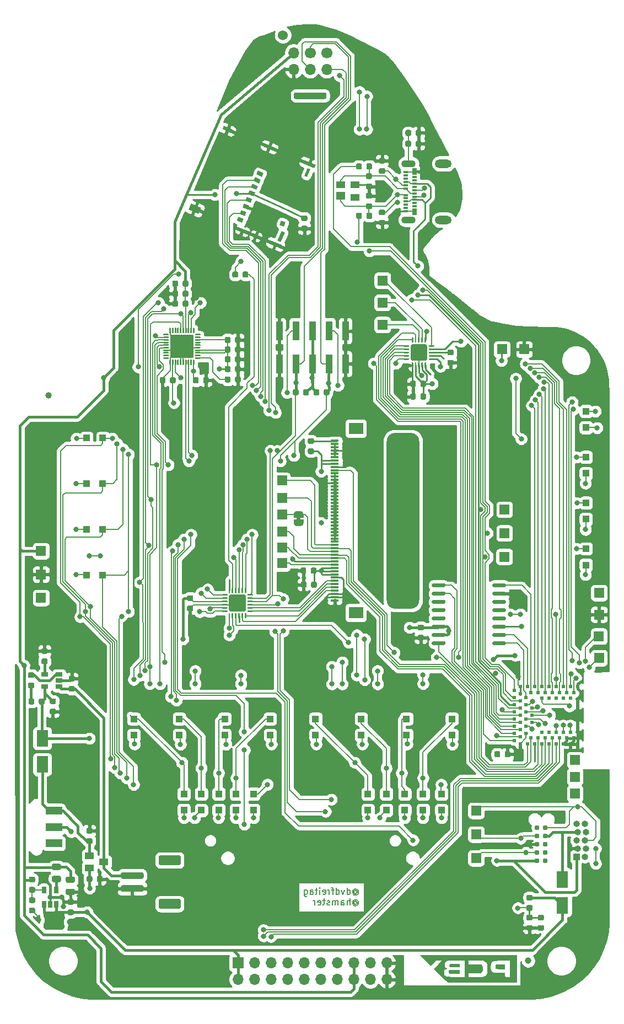
<source format=gbl>
G04 #@! TF.GenerationSoftware,KiCad,Pcbnew,(5.1.9)-1*
G04 #@! TF.CreationDate,2021-01-16T23:54:46-07:00*
G04 #@! TF.ProjectId,purplewizard,70757270-6c65-4776-997a-6172642e6b69,0.1*
G04 #@! TF.SameCoordinates,PX613b810PYa454c00*
G04 #@! TF.FileFunction,Copper,L2,Bot*
G04 #@! TF.FilePolarity,Positive*
%FSLAX46Y46*%
G04 Gerber Fmt 4.6, Leading zero omitted, Abs format (unit mm)*
G04 Created by KiCad (PCBNEW (5.1.9)-1) date 2021-01-16 23:54:46*
%MOMM*%
%LPD*%
G01*
G04 APERTURE LIST*
G04 #@! TA.AperFunction,NonConductor*
%ADD10C,0.150000*%
G04 #@! TD*
G04 #@! TA.AperFunction,EtchedComponent*
%ADD11C,0.100000*%
G04 #@! TD*
G04 #@! TA.AperFunction,EtchedComponent*
%ADD12C,0.010000*%
G04 #@! TD*
G04 #@! TA.AperFunction,SMDPad,CuDef*
%ADD13C,0.100000*%
G04 #@! TD*
G04 #@! TA.AperFunction,SMDPad,CuDef*
%ADD14R,1.500000X1.500000*%
G04 #@! TD*
G04 #@! TA.AperFunction,ComponentPad*
%ADD15C,1.700000*%
G04 #@! TD*
G04 #@! TA.AperFunction,ComponentPad*
%ADD16O,1.700000X1.700000*%
G04 #@! TD*
G04 #@! TA.AperFunction,WasherPad*
%ADD17C,1.524000*%
G04 #@! TD*
G04 #@! TA.AperFunction,SMDPad,CuDef*
%ADD18C,1.000000*%
G04 #@! TD*
G04 #@! TA.AperFunction,ComponentPad*
%ADD19C,0.500000*%
G04 #@! TD*
G04 #@! TA.AperFunction,SMDPad,CuDef*
%ADD20R,1.300000X0.300000*%
G04 #@! TD*
G04 #@! TA.AperFunction,SMDPad,CuDef*
%ADD21R,2.200000X1.800000*%
G04 #@! TD*
G04 #@! TA.AperFunction,SMDPad,CuDef*
%ADD22R,1.800000X2.500000*%
G04 #@! TD*
G04 #@! TA.AperFunction,SMDPad,CuDef*
%ADD23R,2.500000X1.250000*%
G04 #@! TD*
G04 #@! TA.AperFunction,SMDPad,CuDef*
%ADD24R,1.400000X1.000000*%
G04 #@! TD*
G04 #@! TA.AperFunction,SMDPad,CuDef*
%ADD25R,1.400000X1.200000*%
G04 #@! TD*
G04 #@! TA.AperFunction,ConnectorPad*
%ADD26C,0.784860*%
G04 #@! TD*
G04 #@! TA.AperFunction,SMDPad,CuDef*
%ADD27R,1.060000X0.650000*%
G04 #@! TD*
G04 #@! TA.AperFunction,ComponentPad*
%ADD28R,1.000000X1.000000*%
G04 #@! TD*
G04 #@! TA.AperFunction,ComponentPad*
%ADD29O,1.000000X1.000000*%
G04 #@! TD*
G04 #@! TA.AperFunction,SMDPad,CuDef*
%ADD30R,0.650000X1.060000*%
G04 #@! TD*
G04 #@! TA.AperFunction,SMDPad,CuDef*
%ADD31R,0.500000X0.500000*%
G04 #@! TD*
G04 #@! TA.AperFunction,ComponentPad*
%ADD32O,2.600000X1.300000*%
G04 #@! TD*
G04 #@! TA.AperFunction,ComponentPad*
%ADD33O,2.200000X1.100000*%
G04 #@! TD*
G04 #@! TA.AperFunction,SMDPad,CuDef*
%ADD34R,0.700000X1.000000*%
G04 #@! TD*
G04 #@! TA.AperFunction,SMDPad,CuDef*
%ADD35R,0.700000X0.300000*%
G04 #@! TD*
G04 #@! TA.AperFunction,SMDPad,CuDef*
%ADD36R,1.000000X1.000000*%
G04 #@! TD*
G04 #@! TA.AperFunction,ComponentPad*
%ADD37R,1.700000X1.700000*%
G04 #@! TD*
G04 #@! TA.AperFunction,SMDPad,CuDef*
%ADD38R,1.000000X3.000000*%
G04 #@! TD*
G04 #@! TA.AperFunction,ViaPad*
%ADD39C,0.800000*%
G04 #@! TD*
G04 #@! TA.AperFunction,Conductor*
%ADD40C,0.250000*%
G04 #@! TD*
G04 #@! TA.AperFunction,Conductor*
%ADD41C,0.381000*%
G04 #@! TD*
G04 #@! TA.AperFunction,Conductor*
%ADD42C,0.177800*%
G04 #@! TD*
G04 #@! TA.AperFunction,Conductor*
%ADD43C,0.203200*%
G04 #@! TD*
G04 #@! TA.AperFunction,Conductor*
%ADD44C,0.254000*%
G04 #@! TD*
G04 #@! TA.AperFunction,Conductor*
%ADD45C,0.228600*%
G04 #@! TD*
G04 #@! TA.AperFunction,Conductor*
%ADD46C,0.100000*%
G04 #@! TD*
G04 APERTURE END LIST*
D10*
X52685357Y17208810D02*
X52732976Y17256429D01*
X52828214Y17304048D01*
X52923452Y17304048D01*
X53018690Y17256429D01*
X53066309Y17208810D01*
X53113928Y17113572D01*
X53113928Y17018334D01*
X53066309Y16923096D01*
X53018690Y16875477D01*
X52923452Y16827858D01*
X52828214Y16827858D01*
X52732976Y16875477D01*
X52685357Y16923096D01*
X52685357Y17304048D02*
X52685357Y16923096D01*
X52637738Y16875477D01*
X52590119Y16875477D01*
X52494880Y16923096D01*
X52447261Y17018334D01*
X52447261Y17256429D01*
X52542500Y17399286D01*
X52685357Y17494524D01*
X52875833Y17542143D01*
X53066309Y17494524D01*
X53209166Y17399286D01*
X53304404Y17256429D01*
X53352023Y17065953D01*
X53304404Y16875477D01*
X53209166Y16732620D01*
X53066309Y16637381D01*
X52875833Y16589762D01*
X52685357Y16637381D01*
X52542500Y16732620D01*
X51590119Y16732620D02*
X51590119Y17732620D01*
X51590119Y16780239D02*
X51685357Y16732620D01*
X51875833Y16732620D01*
X51971071Y16780239D01*
X52018690Y16827858D01*
X52066309Y16923096D01*
X52066309Y17208810D01*
X52018690Y17304048D01*
X51971071Y17351667D01*
X51875833Y17399286D01*
X51685357Y17399286D01*
X51590119Y17351667D01*
X51209166Y17399286D02*
X50971071Y16732620D01*
X50732976Y17399286D01*
X49923452Y16732620D02*
X49923452Y17732620D01*
X49923452Y16780239D02*
X50018690Y16732620D01*
X50209166Y16732620D01*
X50304404Y16780239D01*
X50352023Y16827858D01*
X50399642Y16923096D01*
X50399642Y17208810D01*
X50352023Y17304048D01*
X50304404Y17351667D01*
X50209166Y17399286D01*
X50018690Y17399286D01*
X49923452Y17351667D01*
X49590119Y17399286D02*
X49209166Y17399286D01*
X49447261Y16732620D02*
X49447261Y17589762D01*
X49399642Y17685000D01*
X49304404Y17732620D01*
X49209166Y17732620D01*
X48875833Y16732620D02*
X48875833Y17399286D01*
X48875833Y17208810D02*
X48828214Y17304048D01*
X48780595Y17351667D01*
X48685357Y17399286D01*
X48590119Y17399286D01*
X47875833Y16780239D02*
X47971071Y16732620D01*
X48161547Y16732620D01*
X48256785Y16780239D01*
X48304404Y16875477D01*
X48304404Y17256429D01*
X48256785Y17351667D01*
X48161547Y17399286D01*
X47971071Y17399286D01*
X47875833Y17351667D01*
X47828214Y17256429D01*
X47828214Y17161191D01*
X48304404Y17065953D01*
X47399642Y16732620D02*
X47399642Y17399286D01*
X47399642Y17732620D02*
X47447261Y17685000D01*
X47399642Y17637381D01*
X47352023Y17685000D01*
X47399642Y17732620D01*
X47399642Y17637381D01*
X47066309Y17399286D02*
X46685357Y17399286D01*
X46923452Y17732620D02*
X46923452Y16875477D01*
X46875833Y16780239D01*
X46780595Y16732620D01*
X46685357Y16732620D01*
X45923452Y16732620D02*
X45923452Y17256429D01*
X45971071Y17351667D01*
X46066309Y17399286D01*
X46256785Y17399286D01*
X46352023Y17351667D01*
X45923452Y16780239D02*
X46018690Y16732620D01*
X46256785Y16732620D01*
X46352023Y16780239D01*
X46399642Y16875477D01*
X46399642Y16970715D01*
X46352023Y17065953D01*
X46256785Y17113572D01*
X46018690Y17113572D01*
X45923452Y17161191D01*
X45018690Y17399286D02*
X45018690Y16589762D01*
X45066309Y16494524D01*
X45113928Y16446905D01*
X45209166Y16399286D01*
X45352023Y16399286D01*
X45447261Y16446905D01*
X45018690Y16780239D02*
X45113928Y16732620D01*
X45304404Y16732620D01*
X45399642Y16780239D01*
X45447261Y16827858D01*
X45494880Y16923096D01*
X45494880Y17208810D01*
X45447261Y17304048D01*
X45399642Y17351667D01*
X45304404Y17399286D01*
X45113928Y17399286D01*
X45018690Y17351667D01*
X52685357Y15558810D02*
X52732976Y15606429D01*
X52828214Y15654048D01*
X52923452Y15654048D01*
X53018690Y15606429D01*
X53066309Y15558810D01*
X53113928Y15463572D01*
X53113928Y15368334D01*
X53066309Y15273096D01*
X53018690Y15225477D01*
X52923452Y15177858D01*
X52828214Y15177858D01*
X52732976Y15225477D01*
X52685357Y15273096D01*
X52685357Y15654048D02*
X52685357Y15273096D01*
X52637738Y15225477D01*
X52590119Y15225477D01*
X52494880Y15273096D01*
X52447261Y15368334D01*
X52447261Y15606429D01*
X52542500Y15749286D01*
X52685357Y15844524D01*
X52875833Y15892143D01*
X53066309Y15844524D01*
X53209166Y15749286D01*
X53304404Y15606429D01*
X53352023Y15415953D01*
X53304404Y15225477D01*
X53209166Y15082620D01*
X53066309Y14987381D01*
X52875833Y14939762D01*
X52685357Y14987381D01*
X52542500Y15082620D01*
X52018690Y15082620D02*
X52018690Y16082620D01*
X51590119Y15082620D02*
X51590119Y15606429D01*
X51637738Y15701667D01*
X51732976Y15749286D01*
X51875833Y15749286D01*
X51971071Y15701667D01*
X52018690Y15654048D01*
X50685357Y15082620D02*
X50685357Y15606429D01*
X50732976Y15701667D01*
X50828214Y15749286D01*
X51018690Y15749286D01*
X51113928Y15701667D01*
X50685357Y15130239D02*
X50780595Y15082620D01*
X51018690Y15082620D01*
X51113928Y15130239D01*
X51161547Y15225477D01*
X51161547Y15320715D01*
X51113928Y15415953D01*
X51018690Y15463572D01*
X50780595Y15463572D01*
X50685357Y15511191D01*
X50209166Y15082620D02*
X50209166Y15749286D01*
X50209166Y15654048D02*
X50161547Y15701667D01*
X50066309Y15749286D01*
X49923452Y15749286D01*
X49828214Y15701667D01*
X49780595Y15606429D01*
X49780595Y15082620D01*
X49780595Y15606429D02*
X49732976Y15701667D01*
X49637738Y15749286D01*
X49494880Y15749286D01*
X49399642Y15701667D01*
X49352023Y15606429D01*
X49352023Y15082620D01*
X48923452Y15130239D02*
X48828214Y15082620D01*
X48637738Y15082620D01*
X48542500Y15130239D01*
X48494880Y15225477D01*
X48494880Y15273096D01*
X48542500Y15368334D01*
X48637738Y15415953D01*
X48780595Y15415953D01*
X48875833Y15463572D01*
X48923452Y15558810D01*
X48923452Y15606429D01*
X48875833Y15701667D01*
X48780595Y15749286D01*
X48637738Y15749286D01*
X48542500Y15701667D01*
X48209166Y15749286D02*
X47828214Y15749286D01*
X48066309Y16082620D02*
X48066309Y15225477D01*
X48018690Y15130239D01*
X47923452Y15082620D01*
X47828214Y15082620D01*
X47113928Y15130239D02*
X47209166Y15082620D01*
X47399642Y15082620D01*
X47494880Y15130239D01*
X47542500Y15225477D01*
X47542500Y15606429D01*
X47494880Y15701667D01*
X47399642Y15749286D01*
X47209166Y15749286D01*
X47113928Y15701667D01*
X47066309Y15606429D01*
X47066309Y15511191D01*
X47542500Y15415953D01*
X46637738Y15082620D02*
X46637738Y15749286D01*
X46637738Y15558810D02*
X46590119Y15654048D01*
X46542500Y15701667D01*
X46447261Y15749286D01*
X46352023Y15749286D01*
D11*
G36*
X43850000Y74170000D02*
G01*
X43850000Y74670000D01*
X44450000Y74670000D01*
X44450000Y74170000D01*
X43850000Y74170000D01*
G37*
D12*
G36*
X67410437Y6012836D02*
G01*
X67355842Y5961522D01*
X67314869Y5897753D01*
X67297654Y5816142D01*
X67304477Y5732471D01*
X67335619Y5662523D01*
X67350236Y5646109D01*
X67364361Y5633771D01*
X67380676Y5623862D01*
X67403648Y5616115D01*
X67437746Y5610265D01*
X67487437Y5606046D01*
X67557191Y5603190D01*
X67651475Y5601433D01*
X67774758Y5600507D01*
X67931507Y5600147D01*
X68122819Y5600086D01*
X68846413Y5600086D01*
X68846413Y6025022D01*
X67410437Y6012836D01*
G37*
X67410437Y6012836D02*
X67355842Y5961522D01*
X67314869Y5897753D01*
X67297654Y5816142D01*
X67304477Y5732471D01*
X67335619Y5662523D01*
X67350236Y5646109D01*
X67364361Y5633771D01*
X67380676Y5623862D01*
X67403648Y5616115D01*
X67437746Y5610265D01*
X67487437Y5606046D01*
X67557191Y5603190D01*
X67651475Y5601433D01*
X67774758Y5600507D01*
X67931507Y5600147D01*
X68122819Y5600086D01*
X68846413Y5600086D01*
X68846413Y6025022D01*
X67410437Y6012836D01*
G36*
X67263454Y5024045D02*
G01*
X67231753Y4983968D01*
X67216079Y4935724D01*
X67211531Y4863255D01*
X67211500Y4853750D01*
X67215177Y4777864D01*
X67229476Y4727862D01*
X67259295Y4687685D01*
X67263454Y4683454D01*
X67315409Y4631500D01*
X68841333Y4631500D01*
X68841333Y5076000D01*
X67315409Y5076000D01*
X67263454Y5024045D01*
G37*
X67263454Y5024045D02*
X67231753Y4983968D01*
X67216079Y4935724D01*
X67211531Y4863255D01*
X67211500Y4853750D01*
X67215177Y4777864D01*
X67229476Y4727862D01*
X67259295Y4687685D01*
X67263454Y4683454D01*
X67315409Y4631500D01*
X68841333Y4631500D01*
X68841333Y5076000D01*
X67315409Y5076000D01*
X67263454Y5024045D01*
G36*
X75154291Y5961123D02*
G01*
X74962867Y5958882D01*
X74809215Y5956131D01*
X74688774Y5952061D01*
X74596984Y5945860D01*
X74529285Y5936719D01*
X74481115Y5923829D01*
X74447916Y5906378D01*
X74425126Y5883557D01*
X74408184Y5854556D01*
X74395791Y5826393D01*
X74374589Y5741478D01*
X74368094Y5636049D01*
X74376427Y5529329D01*
X74393486Y5457000D01*
X74409007Y5417363D01*
X74428662Y5385490D01*
X74456900Y5360539D01*
X74498168Y5341667D01*
X74556915Y5328030D01*
X74637589Y5318787D01*
X74744639Y5313095D01*
X74882512Y5310111D01*
X75055656Y5308992D01*
X75175458Y5308866D01*
X75784000Y5308833D01*
X75784000Y5967830D01*
X75154291Y5961123D01*
G37*
X75154291Y5961123D02*
X74962867Y5958882D01*
X74809215Y5956131D01*
X74688774Y5952061D01*
X74596984Y5945860D01*
X74529285Y5936719D01*
X74481115Y5923829D01*
X74447916Y5906378D01*
X74425126Y5883557D01*
X74408184Y5854556D01*
X74395791Y5826393D01*
X74374589Y5741478D01*
X74368094Y5636049D01*
X74376427Y5529329D01*
X74393486Y5457000D01*
X74409007Y5417363D01*
X74428662Y5385490D01*
X74456900Y5360539D01*
X74498168Y5341667D01*
X74556915Y5328030D01*
X74637589Y5318787D01*
X74744639Y5313095D01*
X74882512Y5310111D01*
X75055656Y5308992D01*
X75175458Y5308866D01*
X75784000Y5308833D01*
X75784000Y5967830D01*
X75154291Y5961123D01*
G36*
X70211875Y7382105D02*
G01*
X62777083Y7381043D01*
X63035024Y7133396D01*
X63112612Y7058678D01*
X63214805Y6959921D01*
X63335904Y6842651D01*
X63470213Y6712392D01*
X63612034Y6574667D01*
X63755669Y6435003D01*
X63856220Y6337115D01*
X64419476Y5788481D01*
X64529613Y5893760D01*
X64579705Y5941689D01*
X64653457Y6012314D01*
X64743973Y6099031D01*
X64844361Y6195236D01*
X64947725Y6294323D01*
X64953145Y6299519D01*
X65266540Y6600000D01*
X65736311Y6599699D01*
X66206083Y6599398D01*
X65558575Y5954192D01*
X64911067Y5308985D01*
X65968883Y4282326D01*
X67026699Y3255666D01*
X77646666Y3255666D01*
X77646666Y4037878D01*
X76567166Y4037878D01*
X76180875Y4043647D01*
X75794583Y4049416D01*
X75788734Y4360120D01*
X75782885Y4670823D01*
X74942068Y4678211D01*
X74730608Y4680151D01*
X74557035Y4682064D01*
X74416904Y4684202D01*
X74305768Y4686817D01*
X74219183Y4690160D01*
X74152703Y4694483D01*
X74101882Y4700040D01*
X74062275Y4707080D01*
X74029436Y4715856D01*
X73998920Y4726621D01*
X73983970Y4732497D01*
X73869279Y4795834D01*
X73766881Y4884610D01*
X73690742Y4986346D01*
X73682468Y5001916D01*
X73635941Y5125789D01*
X73602393Y5279464D01*
X73592047Y5367793D01*
X73152409Y5367793D01*
X73152091Y5201069D01*
X73148926Y5039178D01*
X73142920Y4889798D01*
X73134080Y4760610D01*
X73122413Y4659294D01*
X73109951Y4599750D01*
X73039172Y4428015D01*
X72940705Y4287828D01*
X72813565Y4178336D01*
X72656767Y4098688D01*
X72472060Y4048525D01*
X72419526Y4041677D01*
X72341577Y4035864D01*
X72235770Y4031029D01*
X72099660Y4027116D01*
X71930800Y4024067D01*
X71726747Y4021825D01*
X71485055Y4020334D01*
X71227875Y4019577D01*
X70132500Y4017666D01*
X70132500Y4038833D01*
X69624500Y4038833D01*
X68380958Y4039252D01*
X68139039Y4039694D01*
X67909459Y4040811D01*
X67696179Y4042544D01*
X67503160Y4044831D01*
X67334362Y4047610D01*
X67193747Y4050823D01*
X67085275Y4054407D01*
X67012906Y4058301D01*
X66989250Y4060648D01*
X66811656Y4100762D01*
X66667427Y4166663D01*
X66555728Y4259318D01*
X66475729Y4379694D01*
X66426594Y4528761D01*
X66407493Y4707484D01*
X66407166Y4736855D01*
X66421228Y4916264D01*
X66463364Y5064242D01*
X66533499Y5180657D01*
X66631557Y5265375D01*
X66731620Y5310740D01*
X66832297Y5342872D01*
X66725574Y5412026D01*
X66621393Y5497265D01*
X66550611Y5599291D01*
X66509450Y5725004D01*
X66496242Y5830723D01*
X66500695Y6016628D01*
X66539224Y6178006D01*
X66611471Y6314266D01*
X66717077Y6424819D01*
X66855684Y6509073D01*
X66925750Y6537214D01*
X67073916Y6589119D01*
X69624500Y6602135D01*
X69624500Y4038833D01*
X70132500Y4038833D01*
X70132500Y4649262D01*
X71079708Y4657555D01*
X71316074Y4659756D01*
X71513995Y4662106D01*
X71677362Y4664976D01*
X71810061Y4668737D01*
X71915982Y4673761D01*
X71999014Y4680417D01*
X72063045Y4689076D01*
X72111964Y4700110D01*
X72149659Y4713888D01*
X72180019Y4730782D01*
X72206933Y4751163D01*
X72224719Y4766724D01*
X72267729Y4810183D01*
X72299232Y4856643D01*
X72321240Y4913757D01*
X72335767Y4989178D01*
X72344824Y5090558D01*
X72350423Y5225550D01*
X72351034Y5247149D01*
X72352373Y5437842D01*
X72343962Y5591273D01*
X72324378Y5711682D01*
X72292199Y5803313D01*
X72246004Y5870410D01*
X72184369Y5917213D01*
X72117237Y5944680D01*
X72079986Y5952001D01*
X72018210Y5958353D01*
X71929233Y5963828D01*
X71810377Y5968519D01*
X71658966Y5972519D01*
X71472322Y5975919D01*
X71247769Y5978811D01*
X71079708Y5980467D01*
X70132500Y5988909D01*
X70132500Y6621166D01*
X71177477Y6621166D01*
X71431655Y6620916D01*
X71647322Y6620101D01*
X71828299Y6618621D01*
X71978405Y6616377D01*
X72101462Y6613273D01*
X72201288Y6609208D01*
X72281705Y6604084D01*
X72346533Y6597802D01*
X72399591Y6590265D01*
X72404021Y6589504D01*
X72595229Y6546649D01*
X72750258Y6489020D01*
X72873844Y6412703D01*
X72970724Y6313782D01*
X73045637Y6188341D01*
X73103319Y6032465D01*
X73111083Y6005107D01*
X73125091Y5929417D01*
X73136222Y5820161D01*
X73144481Y5685019D01*
X73149874Y5531669D01*
X73152409Y5367793D01*
X73592047Y5367793D01*
X73582143Y5452344D01*
X73575513Y5633835D01*
X73582822Y5813341D01*
X73604392Y5980267D01*
X73640543Y6124018D01*
X73647894Y6144675D01*
X73715834Y6277511D01*
X73809440Y6390115D01*
X73920011Y6472229D01*
X73930473Y6477761D01*
X73975130Y6500228D01*
X74016786Y6519358D01*
X74059154Y6535447D01*
X74105945Y6548791D01*
X74160872Y6559685D01*
X74227646Y6568424D01*
X74309980Y6575303D01*
X74411585Y6580617D01*
X74536175Y6584663D01*
X74687460Y6587735D01*
X74869153Y6590128D01*
X75084965Y6592139D01*
X75338610Y6594061D01*
X75397708Y6594487D01*
X76567166Y6602875D01*
X76567166Y4037878D01*
X77646666Y4037878D01*
X77646666Y7383166D01*
X70211875Y7382105D01*
G37*
X70211875Y7382105D02*
X62777083Y7381043D01*
X63035024Y7133396D01*
X63112612Y7058678D01*
X63214805Y6959921D01*
X63335904Y6842651D01*
X63470213Y6712392D01*
X63612034Y6574667D01*
X63755669Y6435003D01*
X63856220Y6337115D01*
X64419476Y5788481D01*
X64529613Y5893760D01*
X64579705Y5941689D01*
X64653457Y6012314D01*
X64743973Y6099031D01*
X64844361Y6195236D01*
X64947725Y6294323D01*
X64953145Y6299519D01*
X65266540Y6600000D01*
X65736311Y6599699D01*
X66206083Y6599398D01*
X65558575Y5954192D01*
X64911067Y5308985D01*
X65968883Y4282326D01*
X67026699Y3255666D01*
X77646666Y3255666D01*
X77646666Y4037878D01*
X76567166Y4037878D01*
X76180875Y4043647D01*
X75794583Y4049416D01*
X75788734Y4360120D01*
X75782885Y4670823D01*
X74942068Y4678211D01*
X74730608Y4680151D01*
X74557035Y4682064D01*
X74416904Y4684202D01*
X74305768Y4686817D01*
X74219183Y4690160D01*
X74152703Y4694483D01*
X74101882Y4700040D01*
X74062275Y4707080D01*
X74029436Y4715856D01*
X73998920Y4726621D01*
X73983970Y4732497D01*
X73869279Y4795834D01*
X73766881Y4884610D01*
X73690742Y4986346D01*
X73682468Y5001916D01*
X73635941Y5125789D01*
X73602393Y5279464D01*
X73592047Y5367793D01*
X73152409Y5367793D01*
X73152091Y5201069D01*
X73148926Y5039178D01*
X73142920Y4889798D01*
X73134080Y4760610D01*
X73122413Y4659294D01*
X73109951Y4599750D01*
X73039172Y4428015D01*
X72940705Y4287828D01*
X72813565Y4178336D01*
X72656767Y4098688D01*
X72472060Y4048525D01*
X72419526Y4041677D01*
X72341577Y4035864D01*
X72235770Y4031029D01*
X72099660Y4027116D01*
X71930800Y4024067D01*
X71726747Y4021825D01*
X71485055Y4020334D01*
X71227875Y4019577D01*
X70132500Y4017666D01*
X70132500Y4038833D01*
X69624500Y4038833D01*
X68380958Y4039252D01*
X68139039Y4039694D01*
X67909459Y4040811D01*
X67696179Y4042544D01*
X67503160Y4044831D01*
X67334362Y4047610D01*
X67193747Y4050823D01*
X67085275Y4054407D01*
X67012906Y4058301D01*
X66989250Y4060648D01*
X66811656Y4100762D01*
X66667427Y4166663D01*
X66555728Y4259318D01*
X66475729Y4379694D01*
X66426594Y4528761D01*
X66407493Y4707484D01*
X66407166Y4736855D01*
X66421228Y4916264D01*
X66463364Y5064242D01*
X66533499Y5180657D01*
X66631557Y5265375D01*
X66731620Y5310740D01*
X66832297Y5342872D01*
X66725574Y5412026D01*
X66621393Y5497265D01*
X66550611Y5599291D01*
X66509450Y5725004D01*
X66496242Y5830723D01*
X66500695Y6016628D01*
X66539224Y6178006D01*
X66611471Y6314266D01*
X66717077Y6424819D01*
X66855684Y6509073D01*
X66925750Y6537214D01*
X67073916Y6589119D01*
X69624500Y6602135D01*
X69624500Y4038833D01*
X70132500Y4038833D01*
X70132500Y4649262D01*
X71079708Y4657555D01*
X71316074Y4659756D01*
X71513995Y4662106D01*
X71677362Y4664976D01*
X71810061Y4668737D01*
X71915982Y4673761D01*
X71999014Y4680417D01*
X72063045Y4689076D01*
X72111964Y4700110D01*
X72149659Y4713888D01*
X72180019Y4730782D01*
X72206933Y4751163D01*
X72224719Y4766724D01*
X72267729Y4810183D01*
X72299232Y4856643D01*
X72321240Y4913757D01*
X72335767Y4989178D01*
X72344824Y5090558D01*
X72350423Y5225550D01*
X72351034Y5247149D01*
X72352373Y5437842D01*
X72343962Y5591273D01*
X72324378Y5711682D01*
X72292199Y5803313D01*
X72246004Y5870410D01*
X72184369Y5917213D01*
X72117237Y5944680D01*
X72079986Y5952001D01*
X72018210Y5958353D01*
X71929233Y5963828D01*
X71810377Y5968519D01*
X71658966Y5972519D01*
X71472322Y5975919D01*
X71247769Y5978811D01*
X71079708Y5980467D01*
X70132500Y5988909D01*
X70132500Y6621166D01*
X71177477Y6621166D01*
X71431655Y6620916D01*
X71647322Y6620101D01*
X71828299Y6618621D01*
X71978405Y6616377D01*
X72101462Y6613273D01*
X72201288Y6609208D01*
X72281705Y6604084D01*
X72346533Y6597802D01*
X72399591Y6590265D01*
X72404021Y6589504D01*
X72595229Y6546649D01*
X72750258Y6489020D01*
X72873844Y6412703D01*
X72970724Y6313782D01*
X73045637Y6188341D01*
X73103319Y6032465D01*
X73111083Y6005107D01*
X73125091Y5929417D01*
X73136222Y5820161D01*
X73144481Y5685019D01*
X73149874Y5531669D01*
X73152409Y5367793D01*
X73592047Y5367793D01*
X73582143Y5452344D01*
X73575513Y5633835D01*
X73582822Y5813341D01*
X73604392Y5980267D01*
X73640543Y6124018D01*
X73647894Y6144675D01*
X73715834Y6277511D01*
X73809440Y6390115D01*
X73920011Y6472229D01*
X73930473Y6477761D01*
X73975130Y6500228D01*
X74016786Y6519358D01*
X74059154Y6535447D01*
X74105945Y6548791D01*
X74160872Y6559685D01*
X74227646Y6568424D01*
X74309980Y6575303D01*
X74411585Y6580617D01*
X74536175Y6584663D01*
X74687460Y6587735D01*
X74869153Y6590128D01*
X75084965Y6592139D01*
X75338610Y6594061D01*
X75397708Y6594487D01*
X76567166Y6602875D01*
X76567166Y4037878D01*
X77646666Y4037878D01*
X77646666Y7383166D01*
X70211875Y7382105D01*
G04 #@! TA.AperFunction,SMDPad,CuDef*
D13*
G36*
X28799600Y121208932D02*
G01*
X27234742Y121873175D01*
X27629380Y122802884D01*
X29194238Y122138641D01*
X28799600Y121208932D01*
G37*
G04 #@! TD.AperFunction*
G04 #@! TA.AperFunction,SMDPad,CuDef*
G36*
X35933513Y118180765D02*
G01*
X34874933Y118630106D01*
X35078113Y119108769D01*
X36136693Y118659428D01*
X35933513Y118180765D01*
G37*
G04 #@! TD.AperFunction*
G04 #@! TA.AperFunction,SMDPad,CuDef*
G36*
X37820548Y117379766D02*
G01*
X37065734Y117700166D01*
X37268914Y118178828D01*
X38023728Y117858428D01*
X37820548Y117379766D01*
G37*
G04 #@! TD.AperFunction*
G04 #@! TA.AperFunction,SMDPad,CuDef*
G36*
X41318467Y115894988D02*
G01*
X39615533Y116617840D01*
X39838249Y117142528D01*
X41541183Y116419676D01*
X41318467Y115894988D01*
G37*
G04 #@! TD.AperFunction*
G04 #@! TA.AperFunction,SMDPad,CuDef*
G36*
X41421324Y116905097D02*
G01*
X40915047Y117119999D01*
X41520680Y118546781D01*
X42026957Y118331879D01*
X41421324Y116905097D01*
G37*
G04 #@! TD.AperFunction*
G04 #@! TA.AperFunction,SMDPad,CuDef*
G36*
X41867568Y119236034D02*
G01*
X41223214Y119509546D01*
X41496726Y120153900D01*
X42141080Y119880388D01*
X41867568Y119236034D01*
G37*
G04 #@! TD.AperFunction*
G04 #@! TA.AperFunction,SMDPad,CuDef*
G36*
X45465197Y126866948D02*
G01*
X45050970Y127042777D01*
X45558921Y128239434D01*
X45973148Y128063605D01*
X45465197Y126866948D01*
G37*
G04 #@! TD.AperFunction*
G04 #@! TA.AperFunction,SMDPad,CuDef*
G36*
X46542541Y128202138D02*
G01*
X44738352Y128967971D01*
X44961069Y129492658D01*
X46765258Y128726825D01*
X46542541Y128202138D01*
G37*
G04 #@! TD.AperFunction*
G04 #@! TA.AperFunction,SMDPad,CuDef*
G36*
X40302644Y130905135D02*
G01*
X38783811Y131549841D01*
X38986992Y132028503D01*
X40505825Y131383797D01*
X40302644Y130905135D01*
G37*
G04 #@! TD.AperFunction*
G04 #@! TA.AperFunction,SMDPad,CuDef*
G36*
X33793549Y133613764D02*
G01*
X32458817Y134180324D01*
X32681533Y134705012D01*
X34016265Y134138452D01*
X33793549Y133613764D01*
G37*
G04 #@! TD.AperFunction*
G04 #@! TA.AperFunction,SMDPad,CuDef*
G36*
X35482748Y119806099D02*
G01*
X34654294Y120157757D01*
X34904362Y120746881D01*
X35732816Y120395223D01*
X35482748Y119806099D01*
G37*
G04 #@! TD.AperFunction*
G04 #@! TA.AperFunction,SMDPad,CuDef*
G36*
X35912552Y120818654D02*
G01*
X35084098Y121170312D01*
X35334166Y121759436D01*
X36162620Y121407778D01*
X35912552Y120818654D01*
G37*
G04 #@! TD.AperFunction*
G04 #@! TA.AperFunction,SMDPad,CuDef*
G36*
X36342356Y121831209D02*
G01*
X35513902Y122182867D01*
X35763970Y122771991D01*
X36592424Y122420333D01*
X36342356Y121831209D01*
G37*
G04 #@! TD.AperFunction*
G04 #@! TA.AperFunction,SMDPad,CuDef*
G36*
X36772160Y122843765D02*
G01*
X35943706Y123195423D01*
X36193774Y123784547D01*
X37022228Y123432889D01*
X36772160Y122843765D01*
G37*
G04 #@! TD.AperFunction*
G04 #@! TA.AperFunction,SMDPad,CuDef*
G36*
X37201965Y123856320D02*
G01*
X36373511Y124207978D01*
X36623579Y124797102D01*
X37452033Y124445444D01*
X37201965Y123856320D01*
G37*
G04 #@! TD.AperFunction*
G04 #@! TA.AperFunction,SMDPad,CuDef*
G36*
X37631769Y124868875D02*
G01*
X36803315Y125220533D01*
X37053383Y125809657D01*
X37881837Y125457999D01*
X37631769Y124868875D01*
G37*
G04 #@! TD.AperFunction*
G04 #@! TA.AperFunction,SMDPad,CuDef*
G36*
X38061573Y125881431D02*
G01*
X37233119Y126233089D01*
X37483187Y126822213D01*
X38311641Y126470555D01*
X38061573Y125881431D01*
G37*
G04 #@! TD.AperFunction*
G04 #@! TA.AperFunction,SMDPad,CuDef*
G36*
X38491377Y126893986D02*
G01*
X37662923Y127245644D01*
X37912991Y127834768D01*
X38741445Y127483110D01*
X38491377Y126893986D01*
G37*
G04 #@! TD.AperFunction*
D14*
X41600000Y80250000D03*
X41600000Y75070000D03*
G04 #@! TA.AperFunction,SMDPad,CuDef*
G36*
G01*
X44445000Y66163750D02*
X44445000Y66676250D01*
G75*
G02*
X44663750Y66895000I218750J0D01*
G01*
X45101250Y66895000D01*
G75*
G02*
X45320000Y66676250I0J-218750D01*
G01*
X45320000Y66163750D01*
G75*
G02*
X45101250Y65945000I-218750J0D01*
G01*
X44663750Y65945000D01*
G75*
G02*
X44445000Y66163750I0J218750D01*
G01*
G37*
G04 #@! TD.AperFunction*
G04 #@! TA.AperFunction,SMDPad,CuDef*
G36*
G01*
X46020000Y66163750D02*
X46020000Y66676250D01*
G75*
G02*
X46238750Y66895000I218750J0D01*
G01*
X46676250Y66895000D01*
G75*
G02*
X46895000Y66676250I0J-218750D01*
G01*
X46895000Y66163750D01*
G75*
G02*
X46676250Y65945000I-218750J0D01*
G01*
X46238750Y65945000D01*
G75*
G02*
X46020000Y66163750I0J218750D01*
G01*
G37*
G04 #@! TD.AperFunction*
G04 #@! TA.AperFunction,SMDPad,CuDef*
D13*
G36*
X44899398Y73770000D02*
G01*
X44899398Y73745466D01*
X44894588Y73696635D01*
X44885016Y73648510D01*
X44870772Y73601555D01*
X44851995Y73556222D01*
X44828864Y73512949D01*
X44801604Y73472150D01*
X44770476Y73434221D01*
X44735779Y73399524D01*
X44697850Y73368396D01*
X44657051Y73341136D01*
X44613778Y73318005D01*
X44568445Y73299228D01*
X44521490Y73284984D01*
X44473365Y73275412D01*
X44424534Y73270602D01*
X44400000Y73270602D01*
X44400000Y73270000D01*
X43900000Y73270000D01*
X43900000Y73270602D01*
X43875466Y73270602D01*
X43826635Y73275412D01*
X43778510Y73284984D01*
X43731555Y73299228D01*
X43686222Y73318005D01*
X43642949Y73341136D01*
X43602150Y73368396D01*
X43564221Y73399524D01*
X43529524Y73434221D01*
X43498396Y73472150D01*
X43471136Y73512949D01*
X43448005Y73556222D01*
X43429228Y73601555D01*
X43414984Y73648510D01*
X43405412Y73696635D01*
X43400602Y73745466D01*
X43400602Y73770000D01*
X43400000Y73770000D01*
X43400000Y74270000D01*
X44900000Y74270000D01*
X44900000Y73770000D01*
X44899398Y73770000D01*
G37*
G04 #@! TD.AperFunction*
G04 #@! TA.AperFunction,SMDPad,CuDef*
G36*
X43400000Y74570000D02*
G01*
X43400000Y75070000D01*
X43400602Y75070000D01*
X43400602Y75094534D01*
X43405412Y75143365D01*
X43414984Y75191490D01*
X43429228Y75238445D01*
X43448005Y75283778D01*
X43471136Y75327051D01*
X43498396Y75367850D01*
X43529524Y75405779D01*
X43564221Y75440476D01*
X43602150Y75471604D01*
X43642949Y75498864D01*
X43686222Y75521995D01*
X43731555Y75540772D01*
X43778510Y75555016D01*
X43826635Y75564588D01*
X43875466Y75569398D01*
X43900000Y75569398D01*
X43900000Y75570000D01*
X44400000Y75570000D01*
X44400000Y75569398D01*
X44424534Y75569398D01*
X44473365Y75564588D01*
X44521490Y75555016D01*
X44568445Y75540772D01*
X44613778Y75521995D01*
X44657051Y75498864D01*
X44697850Y75471604D01*
X44735779Y75440476D01*
X44770476Y75405779D01*
X44801604Y75367850D01*
X44828864Y75327051D01*
X44851995Y75283778D01*
X44870772Y75238445D01*
X44885016Y75191490D01*
X44894588Y75143365D01*
X44899398Y75094534D01*
X44899398Y75070000D01*
X44900000Y75070000D01*
X44900000Y74570000D01*
X43400000Y74570000D01*
G37*
G04 #@! TD.AperFunction*
D14*
X41600000Y67560000D03*
G04 #@! TA.AperFunction,WasherPad*
G36*
G01*
X43420660Y139084240D02*
X43420660Y139584240D01*
G75*
G02*
X43670660Y139834240I250000J0D01*
G01*
X48170660Y139834240D01*
G75*
G02*
X48420660Y139584240I0J-250000D01*
G01*
X48420660Y139084240D01*
G75*
G02*
X48170660Y138834240I-250000J0D01*
G01*
X43670660Y138834240D01*
G75*
G02*
X43420660Y139084240I0J250000D01*
G01*
G37*
G04 #@! TD.AperFunction*
D15*
X48463200Y145923000D03*
D16*
X48463200Y143383000D03*
D17*
X41727120Y148648420D03*
D15*
X45923200Y145923000D03*
D16*
X45923200Y143383000D03*
X43383200Y145923000D03*
X43383200Y143383000D03*
D18*
X79420000Y6530000D03*
X5720000Y93340000D03*
G04 #@! TA.AperFunction,SMDPad,CuDef*
G36*
G01*
X24430000Y99299998D02*
X24430000Y102400002D01*
G75*
G02*
X24679998Y102650000I249998J0D01*
G01*
X27780002Y102650000D01*
G75*
G02*
X28030000Y102400002I0J-249998D01*
G01*
X28030000Y99299998D01*
G75*
G02*
X27780002Y99050000I-249998J0D01*
G01*
X24679998Y99050000D01*
G75*
G02*
X24430000Y99299998I0J249998D01*
G01*
G37*
G04 #@! TD.AperFunction*
D19*
X24680000Y99300000D03*
X25713333Y99300000D03*
X26746667Y99300000D03*
X27780000Y99300000D03*
X24680000Y100333333D03*
X25713333Y100333333D03*
X26746667Y100333333D03*
X27780000Y100333333D03*
X24680000Y101366667D03*
X25713333Y101366667D03*
X26746667Y101366667D03*
X27780000Y101366667D03*
X24680000Y102400000D03*
X25713333Y102400000D03*
X26746667Y102400000D03*
X27780000Y102400000D03*
G04 #@! TA.AperFunction,SMDPad,CuDef*
G36*
G01*
X23380000Y98987500D02*
X23380000Y99112500D01*
G75*
G02*
X23442500Y99175000I62500J0D01*
G01*
X24142500Y99175000D01*
G75*
G02*
X24205000Y99112500I0J-62500D01*
G01*
X24205000Y98987500D01*
G75*
G02*
X24142500Y98925000I-62500J0D01*
G01*
X23442500Y98925000D01*
G75*
G02*
X23380000Y98987500I0J62500D01*
G01*
G37*
G04 #@! TD.AperFunction*
G04 #@! TA.AperFunction,SMDPad,CuDef*
G36*
G01*
X23380000Y99387500D02*
X23380000Y99512500D01*
G75*
G02*
X23442500Y99575000I62500J0D01*
G01*
X24142500Y99575000D01*
G75*
G02*
X24205000Y99512500I0J-62500D01*
G01*
X24205000Y99387500D01*
G75*
G02*
X24142500Y99325000I-62500J0D01*
G01*
X23442500Y99325000D01*
G75*
G02*
X23380000Y99387500I0J62500D01*
G01*
G37*
G04 #@! TD.AperFunction*
G04 #@! TA.AperFunction,SMDPad,CuDef*
G36*
G01*
X23380000Y99787500D02*
X23380000Y99912500D01*
G75*
G02*
X23442500Y99975000I62500J0D01*
G01*
X24142500Y99975000D01*
G75*
G02*
X24205000Y99912500I0J-62500D01*
G01*
X24205000Y99787500D01*
G75*
G02*
X24142500Y99725000I-62500J0D01*
G01*
X23442500Y99725000D01*
G75*
G02*
X23380000Y99787500I0J62500D01*
G01*
G37*
G04 #@! TD.AperFunction*
G04 #@! TA.AperFunction,SMDPad,CuDef*
G36*
G01*
X23380000Y100187500D02*
X23380000Y100312500D01*
G75*
G02*
X23442500Y100375000I62500J0D01*
G01*
X24142500Y100375000D01*
G75*
G02*
X24205000Y100312500I0J-62500D01*
G01*
X24205000Y100187500D01*
G75*
G02*
X24142500Y100125000I-62500J0D01*
G01*
X23442500Y100125000D01*
G75*
G02*
X23380000Y100187500I0J62500D01*
G01*
G37*
G04 #@! TD.AperFunction*
G04 #@! TA.AperFunction,SMDPad,CuDef*
G36*
G01*
X23380000Y100587500D02*
X23380000Y100712500D01*
G75*
G02*
X23442500Y100775000I62500J0D01*
G01*
X24142500Y100775000D01*
G75*
G02*
X24205000Y100712500I0J-62500D01*
G01*
X24205000Y100587500D01*
G75*
G02*
X24142500Y100525000I-62500J0D01*
G01*
X23442500Y100525000D01*
G75*
G02*
X23380000Y100587500I0J62500D01*
G01*
G37*
G04 #@! TD.AperFunction*
G04 #@! TA.AperFunction,SMDPad,CuDef*
G36*
G01*
X23380000Y100987500D02*
X23380000Y101112500D01*
G75*
G02*
X23442500Y101175000I62500J0D01*
G01*
X24142500Y101175000D01*
G75*
G02*
X24205000Y101112500I0J-62500D01*
G01*
X24205000Y100987500D01*
G75*
G02*
X24142500Y100925000I-62500J0D01*
G01*
X23442500Y100925000D01*
G75*
G02*
X23380000Y100987500I0J62500D01*
G01*
G37*
G04 #@! TD.AperFunction*
G04 #@! TA.AperFunction,SMDPad,CuDef*
G36*
G01*
X23380000Y101387500D02*
X23380000Y101512500D01*
G75*
G02*
X23442500Y101575000I62500J0D01*
G01*
X24142500Y101575000D01*
G75*
G02*
X24205000Y101512500I0J-62500D01*
G01*
X24205000Y101387500D01*
G75*
G02*
X24142500Y101325000I-62500J0D01*
G01*
X23442500Y101325000D01*
G75*
G02*
X23380000Y101387500I0J62500D01*
G01*
G37*
G04 #@! TD.AperFunction*
G04 #@! TA.AperFunction,SMDPad,CuDef*
G36*
G01*
X23380000Y101787500D02*
X23380000Y101912500D01*
G75*
G02*
X23442500Y101975000I62500J0D01*
G01*
X24142500Y101975000D01*
G75*
G02*
X24205000Y101912500I0J-62500D01*
G01*
X24205000Y101787500D01*
G75*
G02*
X24142500Y101725000I-62500J0D01*
G01*
X23442500Y101725000D01*
G75*
G02*
X23380000Y101787500I0J62500D01*
G01*
G37*
G04 #@! TD.AperFunction*
G04 #@! TA.AperFunction,SMDPad,CuDef*
G36*
G01*
X23380000Y102187500D02*
X23380000Y102312500D01*
G75*
G02*
X23442500Y102375000I62500J0D01*
G01*
X24142500Y102375000D01*
G75*
G02*
X24205000Y102312500I0J-62500D01*
G01*
X24205000Y102187500D01*
G75*
G02*
X24142500Y102125000I-62500J0D01*
G01*
X23442500Y102125000D01*
G75*
G02*
X23380000Y102187500I0J62500D01*
G01*
G37*
G04 #@! TD.AperFunction*
G04 #@! TA.AperFunction,SMDPad,CuDef*
G36*
G01*
X23380000Y102587500D02*
X23380000Y102712500D01*
G75*
G02*
X23442500Y102775000I62500J0D01*
G01*
X24142500Y102775000D01*
G75*
G02*
X24205000Y102712500I0J-62500D01*
G01*
X24205000Y102587500D01*
G75*
G02*
X24142500Y102525000I-62500J0D01*
G01*
X23442500Y102525000D01*
G75*
G02*
X23380000Y102587500I0J62500D01*
G01*
G37*
G04 #@! TD.AperFunction*
G04 #@! TA.AperFunction,SMDPad,CuDef*
G36*
G01*
X24305000Y102937500D02*
X24305000Y103637500D01*
G75*
G02*
X24367500Y103700000I62500J0D01*
G01*
X24492500Y103700000D01*
G75*
G02*
X24555000Y103637500I0J-62500D01*
G01*
X24555000Y102937500D01*
G75*
G02*
X24492500Y102875000I-62500J0D01*
G01*
X24367500Y102875000D01*
G75*
G02*
X24305000Y102937500I0J62500D01*
G01*
G37*
G04 #@! TD.AperFunction*
G04 #@! TA.AperFunction,SMDPad,CuDef*
G36*
G01*
X24705000Y102937500D02*
X24705000Y103637500D01*
G75*
G02*
X24767500Y103700000I62500J0D01*
G01*
X24892500Y103700000D01*
G75*
G02*
X24955000Y103637500I0J-62500D01*
G01*
X24955000Y102937500D01*
G75*
G02*
X24892500Y102875000I-62500J0D01*
G01*
X24767500Y102875000D01*
G75*
G02*
X24705000Y102937500I0J62500D01*
G01*
G37*
G04 #@! TD.AperFunction*
G04 #@! TA.AperFunction,SMDPad,CuDef*
G36*
G01*
X25105000Y102937500D02*
X25105000Y103637500D01*
G75*
G02*
X25167500Y103700000I62500J0D01*
G01*
X25292500Y103700000D01*
G75*
G02*
X25355000Y103637500I0J-62500D01*
G01*
X25355000Y102937500D01*
G75*
G02*
X25292500Y102875000I-62500J0D01*
G01*
X25167500Y102875000D01*
G75*
G02*
X25105000Y102937500I0J62500D01*
G01*
G37*
G04 #@! TD.AperFunction*
G04 #@! TA.AperFunction,SMDPad,CuDef*
G36*
G01*
X25505000Y102937500D02*
X25505000Y103637500D01*
G75*
G02*
X25567500Y103700000I62500J0D01*
G01*
X25692500Y103700000D01*
G75*
G02*
X25755000Y103637500I0J-62500D01*
G01*
X25755000Y102937500D01*
G75*
G02*
X25692500Y102875000I-62500J0D01*
G01*
X25567500Y102875000D01*
G75*
G02*
X25505000Y102937500I0J62500D01*
G01*
G37*
G04 #@! TD.AperFunction*
G04 #@! TA.AperFunction,SMDPad,CuDef*
G36*
G01*
X25905000Y102937500D02*
X25905000Y103637500D01*
G75*
G02*
X25967500Y103700000I62500J0D01*
G01*
X26092500Y103700000D01*
G75*
G02*
X26155000Y103637500I0J-62500D01*
G01*
X26155000Y102937500D01*
G75*
G02*
X26092500Y102875000I-62500J0D01*
G01*
X25967500Y102875000D01*
G75*
G02*
X25905000Y102937500I0J62500D01*
G01*
G37*
G04 #@! TD.AperFunction*
G04 #@! TA.AperFunction,SMDPad,CuDef*
G36*
G01*
X26305000Y102937500D02*
X26305000Y103637500D01*
G75*
G02*
X26367500Y103700000I62500J0D01*
G01*
X26492500Y103700000D01*
G75*
G02*
X26555000Y103637500I0J-62500D01*
G01*
X26555000Y102937500D01*
G75*
G02*
X26492500Y102875000I-62500J0D01*
G01*
X26367500Y102875000D01*
G75*
G02*
X26305000Y102937500I0J62500D01*
G01*
G37*
G04 #@! TD.AperFunction*
G04 #@! TA.AperFunction,SMDPad,CuDef*
G36*
G01*
X26705000Y102937500D02*
X26705000Y103637500D01*
G75*
G02*
X26767500Y103700000I62500J0D01*
G01*
X26892500Y103700000D01*
G75*
G02*
X26955000Y103637500I0J-62500D01*
G01*
X26955000Y102937500D01*
G75*
G02*
X26892500Y102875000I-62500J0D01*
G01*
X26767500Y102875000D01*
G75*
G02*
X26705000Y102937500I0J62500D01*
G01*
G37*
G04 #@! TD.AperFunction*
G04 #@! TA.AperFunction,SMDPad,CuDef*
G36*
G01*
X27105000Y102937500D02*
X27105000Y103637500D01*
G75*
G02*
X27167500Y103700000I62500J0D01*
G01*
X27292500Y103700000D01*
G75*
G02*
X27355000Y103637500I0J-62500D01*
G01*
X27355000Y102937500D01*
G75*
G02*
X27292500Y102875000I-62500J0D01*
G01*
X27167500Y102875000D01*
G75*
G02*
X27105000Y102937500I0J62500D01*
G01*
G37*
G04 #@! TD.AperFunction*
G04 #@! TA.AperFunction,SMDPad,CuDef*
G36*
G01*
X27505000Y102937500D02*
X27505000Y103637500D01*
G75*
G02*
X27567500Y103700000I62500J0D01*
G01*
X27692500Y103700000D01*
G75*
G02*
X27755000Y103637500I0J-62500D01*
G01*
X27755000Y102937500D01*
G75*
G02*
X27692500Y102875000I-62500J0D01*
G01*
X27567500Y102875000D01*
G75*
G02*
X27505000Y102937500I0J62500D01*
G01*
G37*
G04 #@! TD.AperFunction*
G04 #@! TA.AperFunction,SMDPad,CuDef*
G36*
G01*
X27905000Y102937500D02*
X27905000Y103637500D01*
G75*
G02*
X27967500Y103700000I62500J0D01*
G01*
X28092500Y103700000D01*
G75*
G02*
X28155000Y103637500I0J-62500D01*
G01*
X28155000Y102937500D01*
G75*
G02*
X28092500Y102875000I-62500J0D01*
G01*
X27967500Y102875000D01*
G75*
G02*
X27905000Y102937500I0J62500D01*
G01*
G37*
G04 #@! TD.AperFunction*
G04 #@! TA.AperFunction,SMDPad,CuDef*
G36*
G01*
X28255000Y102587500D02*
X28255000Y102712500D01*
G75*
G02*
X28317500Y102775000I62500J0D01*
G01*
X29017500Y102775000D01*
G75*
G02*
X29080000Y102712500I0J-62500D01*
G01*
X29080000Y102587500D01*
G75*
G02*
X29017500Y102525000I-62500J0D01*
G01*
X28317500Y102525000D01*
G75*
G02*
X28255000Y102587500I0J62500D01*
G01*
G37*
G04 #@! TD.AperFunction*
G04 #@! TA.AperFunction,SMDPad,CuDef*
G36*
G01*
X28255000Y102187500D02*
X28255000Y102312500D01*
G75*
G02*
X28317500Y102375000I62500J0D01*
G01*
X29017500Y102375000D01*
G75*
G02*
X29080000Y102312500I0J-62500D01*
G01*
X29080000Y102187500D01*
G75*
G02*
X29017500Y102125000I-62500J0D01*
G01*
X28317500Y102125000D01*
G75*
G02*
X28255000Y102187500I0J62500D01*
G01*
G37*
G04 #@! TD.AperFunction*
G04 #@! TA.AperFunction,SMDPad,CuDef*
G36*
G01*
X28255000Y101787500D02*
X28255000Y101912500D01*
G75*
G02*
X28317500Y101975000I62500J0D01*
G01*
X29017500Y101975000D01*
G75*
G02*
X29080000Y101912500I0J-62500D01*
G01*
X29080000Y101787500D01*
G75*
G02*
X29017500Y101725000I-62500J0D01*
G01*
X28317500Y101725000D01*
G75*
G02*
X28255000Y101787500I0J62500D01*
G01*
G37*
G04 #@! TD.AperFunction*
G04 #@! TA.AperFunction,SMDPad,CuDef*
G36*
G01*
X28255000Y101387500D02*
X28255000Y101512500D01*
G75*
G02*
X28317500Y101575000I62500J0D01*
G01*
X29017500Y101575000D01*
G75*
G02*
X29080000Y101512500I0J-62500D01*
G01*
X29080000Y101387500D01*
G75*
G02*
X29017500Y101325000I-62500J0D01*
G01*
X28317500Y101325000D01*
G75*
G02*
X28255000Y101387500I0J62500D01*
G01*
G37*
G04 #@! TD.AperFunction*
G04 #@! TA.AperFunction,SMDPad,CuDef*
G36*
G01*
X28255000Y100987500D02*
X28255000Y101112500D01*
G75*
G02*
X28317500Y101175000I62500J0D01*
G01*
X29017500Y101175000D01*
G75*
G02*
X29080000Y101112500I0J-62500D01*
G01*
X29080000Y100987500D01*
G75*
G02*
X29017500Y100925000I-62500J0D01*
G01*
X28317500Y100925000D01*
G75*
G02*
X28255000Y100987500I0J62500D01*
G01*
G37*
G04 #@! TD.AperFunction*
G04 #@! TA.AperFunction,SMDPad,CuDef*
G36*
G01*
X28255000Y100587500D02*
X28255000Y100712500D01*
G75*
G02*
X28317500Y100775000I62500J0D01*
G01*
X29017500Y100775000D01*
G75*
G02*
X29080000Y100712500I0J-62500D01*
G01*
X29080000Y100587500D01*
G75*
G02*
X29017500Y100525000I-62500J0D01*
G01*
X28317500Y100525000D01*
G75*
G02*
X28255000Y100587500I0J62500D01*
G01*
G37*
G04 #@! TD.AperFunction*
G04 #@! TA.AperFunction,SMDPad,CuDef*
G36*
G01*
X28255000Y100187500D02*
X28255000Y100312500D01*
G75*
G02*
X28317500Y100375000I62500J0D01*
G01*
X29017500Y100375000D01*
G75*
G02*
X29080000Y100312500I0J-62500D01*
G01*
X29080000Y100187500D01*
G75*
G02*
X29017500Y100125000I-62500J0D01*
G01*
X28317500Y100125000D01*
G75*
G02*
X28255000Y100187500I0J62500D01*
G01*
G37*
G04 #@! TD.AperFunction*
G04 #@! TA.AperFunction,SMDPad,CuDef*
G36*
G01*
X28255000Y99787500D02*
X28255000Y99912500D01*
G75*
G02*
X28317500Y99975000I62500J0D01*
G01*
X29017500Y99975000D01*
G75*
G02*
X29080000Y99912500I0J-62500D01*
G01*
X29080000Y99787500D01*
G75*
G02*
X29017500Y99725000I-62500J0D01*
G01*
X28317500Y99725000D01*
G75*
G02*
X28255000Y99787500I0J62500D01*
G01*
G37*
G04 #@! TD.AperFunction*
G04 #@! TA.AperFunction,SMDPad,CuDef*
G36*
G01*
X28255000Y99387500D02*
X28255000Y99512500D01*
G75*
G02*
X28317500Y99575000I62500J0D01*
G01*
X29017500Y99575000D01*
G75*
G02*
X29080000Y99512500I0J-62500D01*
G01*
X29080000Y99387500D01*
G75*
G02*
X29017500Y99325000I-62500J0D01*
G01*
X28317500Y99325000D01*
G75*
G02*
X28255000Y99387500I0J62500D01*
G01*
G37*
G04 #@! TD.AperFunction*
G04 #@! TA.AperFunction,SMDPad,CuDef*
G36*
G01*
X28255000Y98987500D02*
X28255000Y99112500D01*
G75*
G02*
X28317500Y99175000I62500J0D01*
G01*
X29017500Y99175000D01*
G75*
G02*
X29080000Y99112500I0J-62500D01*
G01*
X29080000Y98987500D01*
G75*
G02*
X29017500Y98925000I-62500J0D01*
G01*
X28317500Y98925000D01*
G75*
G02*
X28255000Y98987500I0J62500D01*
G01*
G37*
G04 #@! TD.AperFunction*
G04 #@! TA.AperFunction,SMDPad,CuDef*
G36*
G01*
X27905000Y98062500D02*
X27905000Y98762500D01*
G75*
G02*
X27967500Y98825000I62500J0D01*
G01*
X28092500Y98825000D01*
G75*
G02*
X28155000Y98762500I0J-62500D01*
G01*
X28155000Y98062500D01*
G75*
G02*
X28092500Y98000000I-62500J0D01*
G01*
X27967500Y98000000D01*
G75*
G02*
X27905000Y98062500I0J62500D01*
G01*
G37*
G04 #@! TD.AperFunction*
G04 #@! TA.AperFunction,SMDPad,CuDef*
G36*
G01*
X27505000Y98062500D02*
X27505000Y98762500D01*
G75*
G02*
X27567500Y98825000I62500J0D01*
G01*
X27692500Y98825000D01*
G75*
G02*
X27755000Y98762500I0J-62500D01*
G01*
X27755000Y98062500D01*
G75*
G02*
X27692500Y98000000I-62500J0D01*
G01*
X27567500Y98000000D01*
G75*
G02*
X27505000Y98062500I0J62500D01*
G01*
G37*
G04 #@! TD.AperFunction*
G04 #@! TA.AperFunction,SMDPad,CuDef*
G36*
G01*
X27105000Y98062500D02*
X27105000Y98762500D01*
G75*
G02*
X27167500Y98825000I62500J0D01*
G01*
X27292500Y98825000D01*
G75*
G02*
X27355000Y98762500I0J-62500D01*
G01*
X27355000Y98062500D01*
G75*
G02*
X27292500Y98000000I-62500J0D01*
G01*
X27167500Y98000000D01*
G75*
G02*
X27105000Y98062500I0J62500D01*
G01*
G37*
G04 #@! TD.AperFunction*
G04 #@! TA.AperFunction,SMDPad,CuDef*
G36*
G01*
X26705000Y98062500D02*
X26705000Y98762500D01*
G75*
G02*
X26767500Y98825000I62500J0D01*
G01*
X26892500Y98825000D01*
G75*
G02*
X26955000Y98762500I0J-62500D01*
G01*
X26955000Y98062500D01*
G75*
G02*
X26892500Y98000000I-62500J0D01*
G01*
X26767500Y98000000D01*
G75*
G02*
X26705000Y98062500I0J62500D01*
G01*
G37*
G04 #@! TD.AperFunction*
G04 #@! TA.AperFunction,SMDPad,CuDef*
G36*
G01*
X26305000Y98062500D02*
X26305000Y98762500D01*
G75*
G02*
X26367500Y98825000I62500J0D01*
G01*
X26492500Y98825000D01*
G75*
G02*
X26555000Y98762500I0J-62500D01*
G01*
X26555000Y98062500D01*
G75*
G02*
X26492500Y98000000I-62500J0D01*
G01*
X26367500Y98000000D01*
G75*
G02*
X26305000Y98062500I0J62500D01*
G01*
G37*
G04 #@! TD.AperFunction*
G04 #@! TA.AperFunction,SMDPad,CuDef*
G36*
G01*
X25905000Y98062500D02*
X25905000Y98762500D01*
G75*
G02*
X25967500Y98825000I62500J0D01*
G01*
X26092500Y98825000D01*
G75*
G02*
X26155000Y98762500I0J-62500D01*
G01*
X26155000Y98062500D01*
G75*
G02*
X26092500Y98000000I-62500J0D01*
G01*
X25967500Y98000000D01*
G75*
G02*
X25905000Y98062500I0J62500D01*
G01*
G37*
G04 #@! TD.AperFunction*
G04 #@! TA.AperFunction,SMDPad,CuDef*
G36*
G01*
X25505000Y98062500D02*
X25505000Y98762500D01*
G75*
G02*
X25567500Y98825000I62500J0D01*
G01*
X25692500Y98825000D01*
G75*
G02*
X25755000Y98762500I0J-62500D01*
G01*
X25755000Y98062500D01*
G75*
G02*
X25692500Y98000000I-62500J0D01*
G01*
X25567500Y98000000D01*
G75*
G02*
X25505000Y98062500I0J62500D01*
G01*
G37*
G04 #@! TD.AperFunction*
G04 #@! TA.AperFunction,SMDPad,CuDef*
G36*
G01*
X25105000Y98062500D02*
X25105000Y98762500D01*
G75*
G02*
X25167500Y98825000I62500J0D01*
G01*
X25292500Y98825000D01*
G75*
G02*
X25355000Y98762500I0J-62500D01*
G01*
X25355000Y98062500D01*
G75*
G02*
X25292500Y98000000I-62500J0D01*
G01*
X25167500Y98000000D01*
G75*
G02*
X25105000Y98062500I0J62500D01*
G01*
G37*
G04 #@! TD.AperFunction*
G04 #@! TA.AperFunction,SMDPad,CuDef*
G36*
G01*
X24705000Y98062500D02*
X24705000Y98762500D01*
G75*
G02*
X24767500Y98825000I62500J0D01*
G01*
X24892500Y98825000D01*
G75*
G02*
X24955000Y98762500I0J-62500D01*
G01*
X24955000Y98062500D01*
G75*
G02*
X24892500Y98000000I-62500J0D01*
G01*
X24767500Y98000000D01*
G75*
G02*
X24705000Y98062500I0J62500D01*
G01*
G37*
G04 #@! TD.AperFunction*
G04 #@! TA.AperFunction,SMDPad,CuDef*
G36*
G01*
X24305000Y98062500D02*
X24305000Y98762500D01*
G75*
G02*
X24367500Y98825000I62500J0D01*
G01*
X24492500Y98825000D01*
G75*
G02*
X24555000Y98762500I0J-62500D01*
G01*
X24555000Y98062500D01*
G75*
G02*
X24492500Y98000000I-62500J0D01*
G01*
X24367500Y98000000D01*
G75*
G02*
X24305000Y98062500I0J62500D01*
G01*
G37*
G04 #@! TD.AperFunction*
D20*
X49710000Y61850000D03*
X49710000Y62350000D03*
X49710000Y62850000D03*
X49710000Y63350000D03*
X49710000Y63850000D03*
X49710000Y64350000D03*
X49710000Y64850000D03*
X49710000Y65350000D03*
X49710000Y65850000D03*
X49710000Y66350000D03*
X49710000Y66850000D03*
X49710000Y67350000D03*
X49710000Y67850000D03*
X49710000Y68350000D03*
X49710000Y68850000D03*
X49710000Y69350000D03*
X49710000Y69850000D03*
X49710000Y70350000D03*
X49710000Y70850000D03*
X49710000Y71350000D03*
X49710000Y71850000D03*
X49710000Y72350000D03*
X49710000Y72850000D03*
X49710000Y73350000D03*
X49710000Y73850000D03*
X49710000Y74350000D03*
X49710000Y74850000D03*
X49710000Y75350000D03*
X49710000Y75850000D03*
X49710000Y76350000D03*
X49710000Y76850000D03*
X49710000Y77350000D03*
X49710000Y77850000D03*
X49710000Y78350000D03*
X49710000Y78850000D03*
X49710000Y79350000D03*
X49710000Y79850000D03*
X49710000Y80350000D03*
X49710000Y80850000D03*
X49710000Y81350000D03*
X49710000Y81850000D03*
X49710000Y82350000D03*
X49710000Y82850000D03*
X49710000Y83350000D03*
X49710000Y83850000D03*
X49710000Y84350000D03*
X49710000Y84850000D03*
X49710000Y85350000D03*
X49710000Y85850000D03*
X49710000Y86350000D03*
D21*
X52960000Y88250000D03*
X52960000Y59950000D03*
G04 #@! TA.AperFunction,WasherPad*
G36*
G01*
X57680400Y61816400D02*
X57680400Y86316400D01*
G75*
G02*
X58930400Y87566400I1250000J0D01*
G01*
X61430400Y87566400D01*
G75*
G02*
X62680400Y86316400I0J-1250000D01*
G01*
X62680400Y61816400D01*
G75*
G02*
X61430400Y60566400I-1250000J0D01*
G01*
X58930400Y60566400D01*
G75*
G02*
X57680400Y61816400I0J1250000D01*
G01*
G37*
G04 #@! TD.AperFunction*
D22*
X84688680Y19007840D03*
X84688680Y15007840D03*
G04 #@! TA.AperFunction,SMDPad,CuDef*
G36*
G01*
X54713750Y122826668D02*
X55226250Y122826668D01*
G75*
G02*
X55445000Y122607918I0J-218750D01*
G01*
X55445000Y122170418D01*
G75*
G02*
X55226250Y121951668I-218750J0D01*
G01*
X54713750Y121951668D01*
G75*
G02*
X54495000Y122170418I0J218750D01*
G01*
X54495000Y122607918D01*
G75*
G02*
X54713750Y122826668I218750J0D01*
G01*
G37*
G04 #@! TD.AperFunction*
G04 #@! TA.AperFunction,SMDPad,CuDef*
G36*
G01*
X54713750Y124401668D02*
X55226250Y124401668D01*
G75*
G02*
X55445000Y124182918I0J-218750D01*
G01*
X55445000Y123745418D01*
G75*
G02*
X55226250Y123526668I-218750J0D01*
G01*
X54713750Y123526668D01*
G75*
G02*
X54495000Y123745418I0J218750D01*
G01*
X54495000Y124182918D01*
G75*
G02*
X54713750Y124401668I218750J0D01*
G01*
G37*
G04 #@! TD.AperFunction*
G04 #@! TA.AperFunction,SMDPad,CuDef*
G36*
G01*
X9063010Y48699940D02*
X9575510Y48699940D01*
G75*
G02*
X9794260Y48481190I0J-218750D01*
G01*
X9794260Y48043690D01*
G75*
G02*
X9575510Y47824940I-218750J0D01*
G01*
X9063010Y47824940D01*
G75*
G02*
X8844260Y48043690I0J218750D01*
G01*
X8844260Y48481190D01*
G75*
G02*
X9063010Y48699940I218750J0D01*
G01*
G37*
G04 #@! TD.AperFunction*
G04 #@! TA.AperFunction,SMDPad,CuDef*
G36*
G01*
X9063010Y50274940D02*
X9575510Y50274940D01*
G75*
G02*
X9794260Y50056190I0J-218750D01*
G01*
X9794260Y49618690D01*
G75*
G02*
X9575510Y49399940I-218750J0D01*
G01*
X9063010Y49399940D01*
G75*
G02*
X8844260Y49618690I0J218750D01*
G01*
X8844260Y50056190D01*
G75*
G02*
X9063010Y50274940I218750J0D01*
G01*
G37*
G04 #@! TD.AperFunction*
G04 #@! TA.AperFunction,SMDPad,CuDef*
G36*
G01*
X6651970Y45925220D02*
X6139470Y45925220D01*
G75*
G02*
X5920720Y46143970I0J218750D01*
G01*
X5920720Y46581470D01*
G75*
G02*
X6139470Y46800220I218750J0D01*
G01*
X6651970Y46800220D01*
G75*
G02*
X6870720Y46581470I0J-218750D01*
G01*
X6870720Y46143970D01*
G75*
G02*
X6651970Y45925220I-218750J0D01*
G01*
G37*
G04 #@! TD.AperFunction*
G04 #@! TA.AperFunction,SMDPad,CuDef*
G36*
G01*
X6651970Y44350220D02*
X6139470Y44350220D01*
G75*
G02*
X5920720Y44568970I0J218750D01*
G01*
X5920720Y45006470D01*
G75*
G02*
X6139470Y45225220I218750J0D01*
G01*
X6651970Y45225220D01*
G75*
G02*
X6870720Y45006470I0J-218750D01*
G01*
X6870720Y44568970D01*
G75*
G02*
X6651970Y44350220I-218750J0D01*
G01*
G37*
G04 #@! TD.AperFunction*
G04 #@! TA.AperFunction,SMDPad,CuDef*
G36*
G01*
X34390000Y101593750D02*
X34390000Y102106250D01*
G75*
G02*
X34608750Y102325000I218750J0D01*
G01*
X35046250Y102325000D01*
G75*
G02*
X35265000Y102106250I0J-218750D01*
G01*
X35265000Y101593750D01*
G75*
G02*
X35046250Y101375000I-218750J0D01*
G01*
X34608750Y101375000D01*
G75*
G02*
X34390000Y101593750I0J218750D01*
G01*
G37*
G04 #@! TD.AperFunction*
G04 #@! TA.AperFunction,SMDPad,CuDef*
G36*
G01*
X32815000Y101593750D02*
X32815000Y102106250D01*
G75*
G02*
X33033750Y102325000I218750J0D01*
G01*
X33471250Y102325000D01*
G75*
G02*
X33690000Y102106250I0J-218750D01*
G01*
X33690000Y101593750D01*
G75*
G02*
X33471250Y101375000I-218750J0D01*
G01*
X33033750Y101375000D01*
G75*
G02*
X32815000Y101593750I0J218750D01*
G01*
G37*
G04 #@! TD.AperFunction*
G04 #@! TA.AperFunction,SMDPad,CuDef*
G36*
G01*
X81105750Y12002600D02*
X81618250Y12002600D01*
G75*
G02*
X81837000Y11783850I0J-218750D01*
G01*
X81837000Y11346350D01*
G75*
G02*
X81618250Y11127600I-218750J0D01*
G01*
X81105750Y11127600D01*
G75*
G02*
X80887000Y11346350I0J218750D01*
G01*
X80887000Y11783850D01*
G75*
G02*
X81105750Y12002600I218750J0D01*
G01*
G37*
G04 #@! TD.AperFunction*
G04 #@! TA.AperFunction,SMDPad,CuDef*
G36*
G01*
X81105750Y13577600D02*
X81618250Y13577600D01*
G75*
G02*
X81837000Y13358850I0J-218750D01*
G01*
X81837000Y12921350D01*
G75*
G02*
X81618250Y12702600I-218750J0D01*
G01*
X81105750Y12702600D01*
G75*
G02*
X80887000Y12921350I0J218750D01*
G01*
X80887000Y13358850D01*
G75*
G02*
X81105750Y13577600I218750J0D01*
G01*
G37*
G04 #@! TD.AperFunction*
G04 #@! TA.AperFunction,SMDPad,CuDef*
G36*
G01*
X12283150Y26037020D02*
X11770650Y26037020D01*
G75*
G02*
X11551900Y26255770I0J218750D01*
G01*
X11551900Y26693270D01*
G75*
G02*
X11770650Y26912020I218750J0D01*
G01*
X12283150Y26912020D01*
G75*
G02*
X12501900Y26693270I0J-218750D01*
G01*
X12501900Y26255770D01*
G75*
G02*
X12283150Y26037020I-218750J0D01*
G01*
G37*
G04 #@! TD.AperFunction*
G04 #@! TA.AperFunction,SMDPad,CuDef*
G36*
G01*
X12283150Y24462020D02*
X11770650Y24462020D01*
G75*
G02*
X11551900Y24680770I0J218750D01*
G01*
X11551900Y25118270D01*
G75*
G02*
X11770650Y25337020I218750J0D01*
G01*
X12283150Y25337020D01*
G75*
G02*
X12501900Y25118270I0J-218750D01*
G01*
X12501900Y24680770D01*
G75*
G02*
X12283150Y24462020I-218750J0D01*
G01*
G37*
G04 #@! TD.AperFunction*
G04 #@! TA.AperFunction,SMDPad,CuDef*
G36*
G01*
X9406250Y15100000D02*
X8893750Y15100000D01*
G75*
G02*
X8675000Y15318750I0J218750D01*
G01*
X8675000Y15756250D01*
G75*
G02*
X8893750Y15975000I218750J0D01*
G01*
X9406250Y15975000D01*
G75*
G02*
X9625000Y15756250I0J-218750D01*
G01*
X9625000Y15318750D01*
G75*
G02*
X9406250Y15100000I-218750J0D01*
G01*
G37*
G04 #@! TD.AperFunction*
G04 #@! TA.AperFunction,SMDPad,CuDef*
G36*
G01*
X9406250Y13525000D02*
X8893750Y13525000D01*
G75*
G02*
X8675000Y13743750I0J218750D01*
G01*
X8675000Y14181250D01*
G75*
G02*
X8893750Y14400000I218750J0D01*
G01*
X9406250Y14400000D01*
G75*
G02*
X9625000Y14181250I0J-218750D01*
G01*
X9625000Y13743750D01*
G75*
G02*
X9406250Y13525000I-218750J0D01*
G01*
G37*
G04 #@! TD.AperFunction*
G04 #@! TA.AperFunction,SMDPad,CuDef*
G36*
G01*
X62860000Y92893750D02*
X62860000Y93406250D01*
G75*
G02*
X63078750Y93625000I218750J0D01*
G01*
X63516250Y93625000D01*
G75*
G02*
X63735000Y93406250I0J-218750D01*
G01*
X63735000Y92893750D01*
G75*
G02*
X63516250Y92675000I-218750J0D01*
G01*
X63078750Y92675000D01*
G75*
G02*
X62860000Y92893750I0J218750D01*
G01*
G37*
G04 #@! TD.AperFunction*
G04 #@! TA.AperFunction,SMDPad,CuDef*
G36*
G01*
X61285000Y92893750D02*
X61285000Y93406250D01*
G75*
G02*
X61503750Y93625000I218750J0D01*
G01*
X61941250Y93625000D01*
G75*
G02*
X62160000Y93406250I0J-218750D01*
G01*
X62160000Y92893750D01*
G75*
G02*
X61941250Y92675000I-218750J0D01*
G01*
X61503750Y92675000D01*
G75*
G02*
X61285000Y92893750I0J218750D01*
G01*
G37*
G04 #@! TD.AperFunction*
G04 #@! TA.AperFunction,SMDPad,CuDef*
G36*
G01*
X67746250Y99480000D02*
X67233750Y99480000D01*
G75*
G02*
X67015000Y99698750I0J218750D01*
G01*
X67015000Y100136250D01*
G75*
G02*
X67233750Y100355000I218750J0D01*
G01*
X67746250Y100355000D01*
G75*
G02*
X67965000Y100136250I0J-218750D01*
G01*
X67965000Y99698750D01*
G75*
G02*
X67746250Y99480000I-218750J0D01*
G01*
G37*
G04 #@! TD.AperFunction*
G04 #@! TA.AperFunction,SMDPad,CuDef*
G36*
G01*
X67746250Y97905000D02*
X67233750Y97905000D01*
G75*
G02*
X67015000Y98123750I0J218750D01*
G01*
X67015000Y98561250D01*
G75*
G02*
X67233750Y98780000I218750J0D01*
G01*
X67746250Y98780000D01*
G75*
G02*
X67965000Y98561250I0J-218750D01*
G01*
X67965000Y98123750D01*
G75*
G02*
X67746250Y97905000I-218750J0D01*
G01*
G37*
G04 #@! TD.AperFunction*
G04 #@! TA.AperFunction,SMDPad,CuDef*
G36*
G01*
X75810000Y37973750D02*
X75810000Y38486250D01*
G75*
G02*
X76028750Y38705000I218750J0D01*
G01*
X76466250Y38705000D01*
G75*
G02*
X76685000Y38486250I0J-218750D01*
G01*
X76685000Y37973750D01*
G75*
G02*
X76466250Y37755000I-218750J0D01*
G01*
X76028750Y37755000D01*
G75*
G02*
X75810000Y37973750I0J218750D01*
G01*
G37*
G04 #@! TD.AperFunction*
G04 #@! TA.AperFunction,SMDPad,CuDef*
G36*
G01*
X74235000Y37973750D02*
X74235000Y38486250D01*
G75*
G02*
X74453750Y38705000I218750J0D01*
G01*
X74891250Y38705000D01*
G75*
G02*
X75110000Y38486250I0J-218750D01*
G01*
X75110000Y37973750D01*
G75*
G02*
X74891250Y37755000I-218750J0D01*
G01*
X74453750Y37755000D01*
G75*
G02*
X74235000Y37973750I0J218750D01*
G01*
G37*
G04 #@! TD.AperFunction*
G04 #@! TA.AperFunction,SMDPad,CuDef*
G36*
G01*
X62860000Y94843750D02*
X62860000Y95356250D01*
G75*
G02*
X63078750Y95575000I218750J0D01*
G01*
X63516250Y95575000D01*
G75*
G02*
X63735000Y95356250I0J-218750D01*
G01*
X63735000Y94843750D01*
G75*
G02*
X63516250Y94625000I-218750J0D01*
G01*
X63078750Y94625000D01*
G75*
G02*
X62860000Y94843750I0J218750D01*
G01*
G37*
G04 #@! TD.AperFunction*
G04 #@! TA.AperFunction,SMDPad,CuDef*
G36*
G01*
X61285000Y94843750D02*
X61285000Y95356250D01*
G75*
G02*
X61503750Y95575000I218750J0D01*
G01*
X61941250Y95575000D01*
G75*
G02*
X62160000Y95356250I0J-218750D01*
G01*
X62160000Y94843750D01*
G75*
G02*
X61941250Y94625000I-218750J0D01*
G01*
X61503750Y94625000D01*
G75*
G02*
X61285000Y94843750I0J218750D01*
G01*
G37*
G04 #@! TD.AperFunction*
D23*
X6600000Y29540000D03*
X6600000Y27040000D03*
X6600000Y24540000D03*
G04 #@! TA.AperFunction,SMDPad,CuDef*
G36*
G01*
X54703750Y125853334D02*
X55216250Y125853334D01*
G75*
G02*
X55435000Y125634584I0J-218750D01*
G01*
X55435000Y125197084D01*
G75*
G02*
X55216250Y124978334I-218750J0D01*
G01*
X54703750Y124978334D01*
G75*
G02*
X54485000Y125197084I0J218750D01*
G01*
X54485000Y125634584D01*
G75*
G02*
X54703750Y125853334I218750J0D01*
G01*
G37*
G04 #@! TD.AperFunction*
G04 #@! TA.AperFunction,SMDPad,CuDef*
G36*
G01*
X54703750Y127428334D02*
X55216250Y127428334D01*
G75*
G02*
X55435000Y127209584I0J-218750D01*
G01*
X55435000Y126772084D01*
G75*
G02*
X55216250Y126553334I-218750J0D01*
G01*
X54703750Y126553334D01*
G75*
G02*
X54485000Y126772084I0J218750D01*
G01*
X54485000Y127209584D01*
G75*
G02*
X54703750Y127428334I218750J0D01*
G01*
G37*
G04 #@! TD.AperFunction*
G04 #@! TA.AperFunction,SMDPad,CuDef*
G36*
G01*
X63176250Y57260000D02*
X62663750Y57260000D01*
G75*
G02*
X62445000Y57478750I0J218750D01*
G01*
X62445000Y57916250D01*
G75*
G02*
X62663750Y58135000I218750J0D01*
G01*
X63176250Y58135000D01*
G75*
G02*
X63395000Y57916250I0J-218750D01*
G01*
X63395000Y57478750D01*
G75*
G02*
X63176250Y57260000I-218750J0D01*
G01*
G37*
G04 #@! TD.AperFunction*
G04 #@! TA.AperFunction,SMDPad,CuDef*
G36*
G01*
X63176250Y55685000D02*
X62663750Y55685000D01*
G75*
G02*
X62445000Y55903750I0J218750D01*
G01*
X62445000Y56341250D01*
G75*
G02*
X62663750Y56560000I218750J0D01*
G01*
X63176250Y56560000D01*
G75*
G02*
X63395000Y56341250I0J-218750D01*
G01*
X63395000Y55903750D01*
G75*
G02*
X63176250Y55685000I-218750J0D01*
G01*
G37*
G04 #@! TD.AperFunction*
G04 #@! TA.AperFunction,SMDPad,CuDef*
G36*
G01*
X62130000Y131703750D02*
X62130000Y132216250D01*
G75*
G02*
X62348750Y132435000I218750J0D01*
G01*
X62786250Y132435000D01*
G75*
G02*
X63005000Y132216250I0J-218750D01*
G01*
X63005000Y131703750D01*
G75*
G02*
X62786250Y131485000I-218750J0D01*
G01*
X62348750Y131485000D01*
G75*
G02*
X62130000Y131703750I0J218750D01*
G01*
G37*
G04 #@! TD.AperFunction*
G04 #@! TA.AperFunction,SMDPad,CuDef*
G36*
G01*
X60555000Y131703750D02*
X60555000Y132216250D01*
G75*
G02*
X60773750Y132435000I218750J0D01*
G01*
X61211250Y132435000D01*
G75*
G02*
X61430000Y132216250I0J-218750D01*
G01*
X61430000Y131703750D01*
G75*
G02*
X61211250Y131485000I-218750J0D01*
G01*
X60773750Y131485000D01*
G75*
G02*
X60555000Y131703750I0J218750D01*
G01*
G37*
G04 #@! TD.AperFunction*
G04 #@! TA.AperFunction,SMDPad,CuDef*
G36*
G01*
X33690000Y100616250D02*
X33690000Y100103750D01*
G75*
G02*
X33471250Y99885000I-218750J0D01*
G01*
X33033750Y99885000D01*
G75*
G02*
X32815000Y100103750I0J218750D01*
G01*
X32815000Y100616250D01*
G75*
G02*
X33033750Y100835000I218750J0D01*
G01*
X33471250Y100835000D01*
G75*
G02*
X33690000Y100616250I0J-218750D01*
G01*
G37*
G04 #@! TD.AperFunction*
G04 #@! TA.AperFunction,SMDPad,CuDef*
G36*
G01*
X35265000Y100616250D02*
X35265000Y100103750D01*
G75*
G02*
X35046250Y99885000I-218750J0D01*
G01*
X34608750Y99885000D01*
G75*
G02*
X34390000Y100103750I0J218750D01*
G01*
X34390000Y100616250D01*
G75*
G02*
X34608750Y100835000I218750J0D01*
G01*
X35046250Y100835000D01*
G75*
G02*
X35265000Y100616250I0J-218750D01*
G01*
G37*
G04 #@! TD.AperFunction*
G04 #@! TA.AperFunction,SMDPad,CuDef*
G36*
G01*
X33690000Y97636250D02*
X33690000Y97123750D01*
G75*
G02*
X33471250Y96905000I-218750J0D01*
G01*
X33033750Y96905000D01*
G75*
G02*
X32815000Y97123750I0J218750D01*
G01*
X32815000Y97636250D01*
G75*
G02*
X33033750Y97855000I218750J0D01*
G01*
X33471250Y97855000D01*
G75*
G02*
X33690000Y97636250I0J-218750D01*
G01*
G37*
G04 #@! TD.AperFunction*
G04 #@! TA.AperFunction,SMDPad,CuDef*
G36*
G01*
X35265000Y97636250D02*
X35265000Y97123750D01*
G75*
G02*
X35046250Y96905000I-218750J0D01*
G01*
X34608750Y96905000D01*
G75*
G02*
X34390000Y97123750I0J218750D01*
G01*
X34390000Y97636250D01*
G75*
G02*
X34608750Y97855000I218750J0D01*
G01*
X35046250Y97855000D01*
G75*
G02*
X35265000Y97636250I0J-218750D01*
G01*
G37*
G04 #@! TD.AperFunction*
G04 #@! TA.AperFunction,SMDPad,CuDef*
G36*
G01*
X25640000Y109201250D02*
X25640000Y108688750D01*
G75*
G02*
X25421250Y108470000I-218750J0D01*
G01*
X24983750Y108470000D01*
G75*
G02*
X24765000Y108688750I0J218750D01*
G01*
X24765000Y109201250D01*
G75*
G02*
X24983750Y109420000I218750J0D01*
G01*
X25421250Y109420000D01*
G75*
G02*
X25640000Y109201250I0J-218750D01*
G01*
G37*
G04 #@! TD.AperFunction*
G04 #@! TA.AperFunction,SMDPad,CuDef*
G36*
G01*
X27215000Y109201250D02*
X27215000Y108688750D01*
G75*
G02*
X26996250Y108470000I-218750J0D01*
G01*
X26558750Y108470000D01*
G75*
G02*
X26340000Y108688750I0J218750D01*
G01*
X26340000Y109201250D01*
G75*
G02*
X26558750Y109420000I218750J0D01*
G01*
X26996250Y109420000D01*
G75*
G02*
X27215000Y109201250I0J-218750D01*
G01*
G37*
G04 #@! TD.AperFunction*
G04 #@! TA.AperFunction,SMDPad,CuDef*
G36*
G01*
X25640000Y110746250D02*
X25640000Y110233750D01*
G75*
G02*
X25421250Y110015000I-218750J0D01*
G01*
X24983750Y110015000D01*
G75*
G02*
X24765000Y110233750I0J218750D01*
G01*
X24765000Y110746250D01*
G75*
G02*
X24983750Y110965000I218750J0D01*
G01*
X25421250Y110965000D01*
G75*
G02*
X25640000Y110746250I0J-218750D01*
G01*
G37*
G04 #@! TD.AperFunction*
G04 #@! TA.AperFunction,SMDPad,CuDef*
G36*
G01*
X27215000Y110746250D02*
X27215000Y110233750D01*
G75*
G02*
X26996250Y110015000I-218750J0D01*
G01*
X26558750Y110015000D01*
G75*
G02*
X26340000Y110233750I0J218750D01*
G01*
X26340000Y110746250D01*
G75*
G02*
X26558750Y110965000I218750J0D01*
G01*
X26996250Y110965000D01*
G75*
G02*
X27215000Y110746250I0J-218750D01*
G01*
G37*
G04 #@! TD.AperFunction*
G04 #@! TA.AperFunction,SMDPad,CuDef*
G36*
G01*
X34390000Y98613750D02*
X34390000Y99126250D01*
G75*
G02*
X34608750Y99345000I218750J0D01*
G01*
X35046250Y99345000D01*
G75*
G02*
X35265000Y99126250I0J-218750D01*
G01*
X35265000Y98613750D01*
G75*
G02*
X35046250Y98395000I-218750J0D01*
G01*
X34608750Y98395000D01*
G75*
G02*
X34390000Y98613750I0J218750D01*
G01*
G37*
G04 #@! TD.AperFunction*
G04 #@! TA.AperFunction,SMDPad,CuDef*
G36*
G01*
X32815000Y98613750D02*
X32815000Y99126250D01*
G75*
G02*
X33033750Y99345000I218750J0D01*
G01*
X33471250Y99345000D01*
G75*
G02*
X33690000Y99126250I0J-218750D01*
G01*
X33690000Y98613750D01*
G75*
G02*
X33471250Y98395000I-218750J0D01*
G01*
X33033750Y98395000D01*
G75*
G02*
X32815000Y98613750I0J218750D01*
G01*
G37*
G04 #@! TD.AperFunction*
D24*
X52780000Y123760000D03*
X52780000Y125660000D03*
X50580000Y125660000D03*
D25*
X50580000Y123940000D03*
G04 #@! TA.AperFunction,SMDPad,CuDef*
G36*
G01*
X2809530Y49238420D02*
X3322030Y49238420D01*
G75*
G02*
X3540780Y49019670I0J-218750D01*
G01*
X3540780Y48582170D01*
G75*
G02*
X3322030Y48363420I-218750J0D01*
G01*
X2809530Y48363420D01*
G75*
G02*
X2590780Y48582170I0J218750D01*
G01*
X2590780Y49019670D01*
G75*
G02*
X2809530Y49238420I218750J0D01*
G01*
G37*
G04 #@! TD.AperFunction*
G04 #@! TA.AperFunction,SMDPad,CuDef*
G36*
G01*
X2809530Y50813420D02*
X3322030Y50813420D01*
G75*
G02*
X3540780Y50594670I0J-218750D01*
G01*
X3540780Y50157170D01*
G75*
G02*
X3322030Y49938420I-218750J0D01*
G01*
X2809530Y49938420D01*
G75*
G02*
X2590780Y50157170I0J218750D01*
G01*
X2590780Y50594670D01*
G75*
G02*
X2809530Y50813420I218750J0D01*
G01*
G37*
G04 #@! TD.AperFunction*
G04 #@! TA.AperFunction,SMDPad,CuDef*
G36*
G01*
X8643750Y17575000D02*
X9556250Y17575000D01*
G75*
G02*
X9800000Y17331250I0J-243750D01*
G01*
X9800000Y16843750D01*
G75*
G02*
X9556250Y16600000I-243750J0D01*
G01*
X8643750Y16600000D01*
G75*
G02*
X8400000Y16843750I0J243750D01*
G01*
X8400000Y17331250D01*
G75*
G02*
X8643750Y17575000I243750J0D01*
G01*
G37*
G04 #@! TD.AperFunction*
G04 #@! TA.AperFunction,SMDPad,CuDef*
G36*
G01*
X8643750Y19450000D02*
X9556250Y19450000D01*
G75*
G02*
X9800000Y19206250I0J-243750D01*
G01*
X9800000Y18718750D01*
G75*
G02*
X9556250Y18475000I-243750J0D01*
G01*
X8643750Y18475000D01*
G75*
G02*
X8400000Y18718750I0J243750D01*
G01*
X8400000Y19206250D01*
G75*
G02*
X8643750Y19450000I243750J0D01*
G01*
G37*
G04 #@! TD.AperFunction*
G04 #@! TA.AperFunction,SMDPad,CuDef*
G36*
G01*
X27726250Y61760000D02*
X27213750Y61760000D01*
G75*
G02*
X26995000Y61978750I0J218750D01*
G01*
X26995000Y62416250D01*
G75*
G02*
X27213750Y62635000I218750J0D01*
G01*
X27726250Y62635000D01*
G75*
G02*
X27945000Y62416250I0J-218750D01*
G01*
X27945000Y61978750D01*
G75*
G02*
X27726250Y61760000I-218750J0D01*
G01*
G37*
G04 #@! TD.AperFunction*
G04 #@! TA.AperFunction,SMDPad,CuDef*
G36*
G01*
X27726250Y60185000D02*
X27213750Y60185000D01*
G75*
G02*
X26995000Y60403750I0J218750D01*
G01*
X26995000Y60841250D01*
G75*
G02*
X27213750Y61060000I218750J0D01*
G01*
X27726250Y61060000D01*
G75*
G02*
X27945000Y60841250I0J-218750D01*
G01*
X27945000Y60403750D01*
G75*
G02*
X27726250Y60185000I-218750J0D01*
G01*
G37*
G04 #@! TD.AperFunction*
G04 #@! TA.AperFunction,SMDPad,CuDef*
G36*
G01*
X79865650Y12702600D02*
X79353150Y12702600D01*
G75*
G02*
X79134400Y12921350I0J218750D01*
G01*
X79134400Y13358850D01*
G75*
G02*
X79353150Y13577600I218750J0D01*
G01*
X79865650Y13577600D01*
G75*
G02*
X80084400Y13358850I0J-218750D01*
G01*
X80084400Y12921350D01*
G75*
G02*
X79865650Y12702600I-218750J0D01*
G01*
G37*
G04 #@! TD.AperFunction*
G04 #@! TA.AperFunction,SMDPad,CuDef*
G36*
G01*
X79865650Y11127600D02*
X79353150Y11127600D01*
G75*
G02*
X79134400Y11346350I0J218750D01*
G01*
X79134400Y11783850D01*
G75*
G02*
X79353150Y12002600I218750J0D01*
G01*
X79865650Y12002600D01*
G75*
G02*
X80084400Y11783850I0J-218750D01*
G01*
X80084400Y11346350D01*
G75*
G02*
X79865650Y11127600I-218750J0D01*
G01*
G37*
G04 #@! TD.AperFunction*
G04 #@! TA.AperFunction,SMDPad,CuDef*
G36*
G01*
X46296250Y85880000D02*
X45783750Y85880000D01*
G75*
G02*
X45565000Y86098750I0J218750D01*
G01*
X45565000Y86536250D01*
G75*
G02*
X45783750Y86755000I218750J0D01*
G01*
X46296250Y86755000D01*
G75*
G02*
X46515000Y86536250I0J-218750D01*
G01*
X46515000Y86098750D01*
G75*
G02*
X46296250Y85880000I-218750J0D01*
G01*
G37*
G04 #@! TD.AperFunction*
G04 #@! TA.AperFunction,SMDPad,CuDef*
G36*
G01*
X46296250Y84305000D02*
X45783750Y84305000D01*
G75*
G02*
X45565000Y84523750I0J218750D01*
G01*
X45565000Y84961250D01*
G75*
G02*
X45783750Y85180000I218750J0D01*
G01*
X46296250Y85180000D01*
G75*
G02*
X46515000Y84961250I0J-218750D01*
G01*
X46515000Y84523750D01*
G75*
G02*
X46296250Y84305000I-218750J0D01*
G01*
G37*
G04 #@! TD.AperFunction*
G04 #@! TA.AperFunction,SMDPad,CuDef*
G36*
G01*
X53870000Y121156250D02*
X53870000Y120643750D01*
G75*
G02*
X53651250Y120425000I-218750J0D01*
G01*
X53213750Y120425000D01*
G75*
G02*
X52995000Y120643750I0J218750D01*
G01*
X52995000Y121156250D01*
G75*
G02*
X53213750Y121375000I218750J0D01*
G01*
X53651250Y121375000D01*
G75*
G02*
X53870000Y121156250I0J-218750D01*
G01*
G37*
G04 #@! TD.AperFunction*
G04 #@! TA.AperFunction,SMDPad,CuDef*
G36*
G01*
X55445000Y121156250D02*
X55445000Y120643750D01*
G75*
G02*
X55226250Y120425000I-218750J0D01*
G01*
X54788750Y120425000D01*
G75*
G02*
X54570000Y120643750I0J218750D01*
G01*
X54570000Y121156250D01*
G75*
G02*
X54788750Y121375000I218750J0D01*
G01*
X55226250Y121375000D01*
G75*
G02*
X55445000Y121156250I0J-218750D01*
G01*
G37*
G04 #@! TD.AperFunction*
G04 #@! TA.AperFunction,SMDPad,CuDef*
G36*
G01*
X57226250Y120990000D02*
X56713750Y120990000D01*
G75*
G02*
X56495000Y121208750I0J218750D01*
G01*
X56495000Y121646250D01*
G75*
G02*
X56713750Y121865000I218750J0D01*
G01*
X57226250Y121865000D01*
G75*
G02*
X57445000Y121646250I0J-218750D01*
G01*
X57445000Y121208750D01*
G75*
G02*
X57226250Y120990000I-218750J0D01*
G01*
G37*
G04 #@! TD.AperFunction*
G04 #@! TA.AperFunction,SMDPad,CuDef*
G36*
G01*
X57226250Y119415000D02*
X56713750Y119415000D01*
G75*
G02*
X56495000Y119633750I0J218750D01*
G01*
X56495000Y120071250D01*
G75*
G02*
X56713750Y120290000I218750J0D01*
G01*
X57226250Y120290000D01*
G75*
G02*
X57445000Y120071250I0J-218750D01*
G01*
X57445000Y119633750D01*
G75*
G02*
X57226250Y119415000I-218750J0D01*
G01*
G37*
G04 #@! TD.AperFunction*
G04 #@! TA.AperFunction,SMDPad,CuDef*
G36*
G01*
X57226250Y128920000D02*
X56713750Y128920000D01*
G75*
G02*
X56495000Y129138750I0J218750D01*
G01*
X56495000Y129576250D01*
G75*
G02*
X56713750Y129795000I218750J0D01*
G01*
X57226250Y129795000D01*
G75*
G02*
X57445000Y129576250I0J-218750D01*
G01*
X57445000Y129138750D01*
G75*
G02*
X57226250Y128920000I-218750J0D01*
G01*
G37*
G04 #@! TD.AperFunction*
G04 #@! TA.AperFunction,SMDPad,CuDef*
G36*
G01*
X57226250Y127345000D02*
X56713750Y127345000D01*
G75*
G02*
X56495000Y127563750I0J218750D01*
G01*
X56495000Y128001250D01*
G75*
G02*
X56713750Y128220000I218750J0D01*
G01*
X57226250Y128220000D01*
G75*
G02*
X57445000Y128001250I0J-218750D01*
G01*
X57445000Y127563750D01*
G75*
G02*
X57226250Y127345000I-218750J0D01*
G01*
G37*
G04 #@! TD.AperFunction*
D26*
X82064860Y24419560D03*
X80794860Y24419560D03*
X82064860Y23149560D03*
X80794860Y23149560D03*
X82064860Y21879560D03*
X80794860Y21879560D03*
X80794860Y25689560D03*
X82064860Y25689560D03*
X80794860Y26959560D03*
X82064860Y26959560D03*
D27*
X5153480Y50490160D03*
X5153480Y48590160D03*
X7353480Y48590160D03*
X7353480Y49540160D03*
X7353480Y50490160D03*
G04 #@! TA.AperFunction,SMDPad,CuDef*
G36*
G01*
X53860000Y128736250D02*
X53860000Y128223750D01*
G75*
G02*
X53641250Y128005000I-218750J0D01*
G01*
X53203750Y128005000D01*
G75*
G02*
X52985000Y128223750I0J218750D01*
G01*
X52985000Y128736250D01*
G75*
G02*
X53203750Y128955000I218750J0D01*
G01*
X53641250Y128955000D01*
G75*
G02*
X53860000Y128736250I0J-218750D01*
G01*
G37*
G04 #@! TD.AperFunction*
G04 #@! TA.AperFunction,SMDPad,CuDef*
G36*
G01*
X55435000Y128736250D02*
X55435000Y128223750D01*
G75*
G02*
X55216250Y128005000I-218750J0D01*
G01*
X54778750Y128005000D01*
G75*
G02*
X54560000Y128223750I0J218750D01*
G01*
X54560000Y128736250D01*
G75*
G02*
X54778750Y128955000I218750J0D01*
G01*
X55216250Y128955000D01*
G75*
G02*
X55435000Y128736250I0J-218750D01*
G01*
G37*
G04 #@! TD.AperFunction*
G04 #@! TA.AperFunction,SMDPad,CuDef*
G36*
G01*
X22902840Y16005500D02*
X25802840Y16005500D01*
G75*
G02*
X26052840Y15755500I0J-250000D01*
G01*
X26052840Y14755500D01*
G75*
G02*
X25802840Y14505500I-250000J0D01*
G01*
X22902840Y14505500D01*
G75*
G02*
X22652840Y14755500I0J250000D01*
G01*
X22652840Y15755500D01*
G75*
G02*
X22902840Y16005500I250000J0D01*
G01*
G37*
G04 #@! TD.AperFunction*
G04 #@! TA.AperFunction,SMDPad,CuDef*
G36*
G01*
X22902840Y22705500D02*
X25802840Y22705500D01*
G75*
G02*
X26052840Y22455500I0J-250000D01*
G01*
X26052840Y21455500D01*
G75*
G02*
X25802840Y21205500I-250000J0D01*
G01*
X22902840Y21205500D01*
G75*
G02*
X22652840Y21455500I0J250000D01*
G01*
X22652840Y22455500D01*
G75*
G02*
X22902840Y22705500I250000J0D01*
G01*
G37*
G04 #@! TD.AperFunction*
G04 #@! TA.AperFunction,SMDPad,CuDef*
G36*
G01*
X17102840Y18105500D02*
X20102840Y18105500D01*
G75*
G02*
X20352840Y17855500I0J-250000D01*
G01*
X20352840Y17355500D01*
G75*
G02*
X20102840Y17105500I-250000J0D01*
G01*
X17102840Y17105500D01*
G75*
G02*
X16852840Y17355500I0J250000D01*
G01*
X16852840Y17855500D01*
G75*
G02*
X17102840Y18105500I250000J0D01*
G01*
G37*
G04 #@! TD.AperFunction*
G04 #@! TA.AperFunction,SMDPad,CuDef*
G36*
G01*
X17102840Y20105500D02*
X20102840Y20105500D01*
G75*
G02*
X20352840Y19855500I0J-250000D01*
G01*
X20352840Y19355500D01*
G75*
G02*
X20102840Y19105500I-250000J0D01*
G01*
X17102840Y19105500D01*
G75*
G02*
X16852840Y19355500I0J250000D01*
G01*
X16852840Y19855500D01*
G75*
G02*
X17102840Y20105500I250000J0D01*
G01*
G37*
G04 #@! TD.AperFunction*
D24*
X14231800Y21689060D03*
X12031800Y22639060D03*
X12031800Y20739060D03*
D28*
X86852760Y22499320D03*
D29*
X88122760Y22499320D03*
X87052760Y23769320D03*
X88322760Y23769320D03*
X86852760Y25039320D03*
X88122760Y25039320D03*
X87052760Y26309320D03*
X88322760Y26309320D03*
X86852760Y27579320D03*
X88122760Y27579320D03*
G04 #@! TA.AperFunction,SMDPad,CuDef*
G36*
G01*
X45286250Y120090000D02*
X44773750Y120090000D01*
G75*
G02*
X44555000Y120308750I0J218750D01*
G01*
X44555000Y120746250D01*
G75*
G02*
X44773750Y120965000I218750J0D01*
G01*
X45286250Y120965000D01*
G75*
G02*
X45505000Y120746250I0J-218750D01*
G01*
X45505000Y120308750D01*
G75*
G02*
X45286250Y120090000I-218750J0D01*
G01*
G37*
G04 #@! TD.AperFunction*
G04 #@! TA.AperFunction,SMDPad,CuDef*
G36*
G01*
X45286250Y118515000D02*
X44773750Y118515000D01*
G75*
G02*
X44555000Y118733750I0J218750D01*
G01*
X44555000Y119171250D01*
G75*
G02*
X44773750Y119390000I218750J0D01*
G01*
X45286250Y119390000D01*
G75*
G02*
X45505000Y119171250I0J-218750D01*
G01*
X45505000Y118733750D01*
G75*
G02*
X45286250Y118515000I-218750J0D01*
G01*
G37*
G04 #@! TD.AperFunction*
G04 #@! TA.AperFunction,SMDPad,CuDef*
G36*
G01*
X12475000Y19331250D02*
X12475000Y18818750D01*
G75*
G02*
X12256250Y18600000I-218750J0D01*
G01*
X11818750Y18600000D01*
G75*
G02*
X11600000Y18818750I0J218750D01*
G01*
X11600000Y19331250D01*
G75*
G02*
X11818750Y19550000I218750J0D01*
G01*
X12256250Y19550000D01*
G75*
G02*
X12475000Y19331250I0J-218750D01*
G01*
G37*
G04 #@! TD.AperFunction*
G04 #@! TA.AperFunction,SMDPad,CuDef*
G36*
G01*
X14050000Y19331250D02*
X14050000Y18818750D01*
G75*
G02*
X13831250Y18600000I-218750J0D01*
G01*
X13393750Y18600000D01*
G75*
G02*
X13175000Y18818750I0J218750D01*
G01*
X13175000Y19331250D01*
G75*
G02*
X13393750Y19550000I218750J0D01*
G01*
X13831250Y19550000D01*
G75*
G02*
X14050000Y19331250I0J-218750D01*
G01*
G37*
G04 #@! TD.AperFunction*
G04 #@! TA.AperFunction,SMDPad,CuDef*
G36*
G01*
X64917500Y98785000D02*
X64217500Y98785000D01*
G75*
G02*
X64155000Y98847500I0J62500D01*
G01*
X64155000Y98972500D01*
G75*
G02*
X64217500Y99035000I62500J0D01*
G01*
X64917500Y99035000D01*
G75*
G02*
X64980000Y98972500I0J-62500D01*
G01*
X64980000Y98847500D01*
G75*
G02*
X64917500Y98785000I-62500J0D01*
G01*
G37*
G04 #@! TD.AperFunction*
G04 #@! TA.AperFunction,SMDPad,CuDef*
G36*
G01*
X64917500Y99285000D02*
X64217500Y99285000D01*
G75*
G02*
X64155000Y99347500I0J62500D01*
G01*
X64155000Y99472500D01*
G75*
G02*
X64217500Y99535000I62500J0D01*
G01*
X64917500Y99535000D01*
G75*
G02*
X64980000Y99472500I0J-62500D01*
G01*
X64980000Y99347500D01*
G75*
G02*
X64917500Y99285000I-62500J0D01*
G01*
G37*
G04 #@! TD.AperFunction*
G04 #@! TA.AperFunction,SMDPad,CuDef*
G36*
G01*
X64917500Y99785000D02*
X64217500Y99785000D01*
G75*
G02*
X64155000Y99847500I0J62500D01*
G01*
X64155000Y99972500D01*
G75*
G02*
X64217500Y100035000I62500J0D01*
G01*
X64917500Y100035000D01*
G75*
G02*
X64980000Y99972500I0J-62500D01*
G01*
X64980000Y99847500D01*
G75*
G02*
X64917500Y99785000I-62500J0D01*
G01*
G37*
G04 #@! TD.AperFunction*
G04 #@! TA.AperFunction,SMDPad,CuDef*
G36*
G01*
X64917500Y100285000D02*
X64217500Y100285000D01*
G75*
G02*
X64155000Y100347500I0J62500D01*
G01*
X64155000Y100472500D01*
G75*
G02*
X64217500Y100535000I62500J0D01*
G01*
X64917500Y100535000D01*
G75*
G02*
X64980000Y100472500I0J-62500D01*
G01*
X64980000Y100347500D01*
G75*
G02*
X64917500Y100285000I-62500J0D01*
G01*
G37*
G04 #@! TD.AperFunction*
G04 #@! TA.AperFunction,SMDPad,CuDef*
G36*
G01*
X64917500Y100785000D02*
X64217500Y100785000D01*
G75*
G02*
X64155000Y100847500I0J62500D01*
G01*
X64155000Y100972500D01*
G75*
G02*
X64217500Y101035000I62500J0D01*
G01*
X64917500Y101035000D01*
G75*
G02*
X64980000Y100972500I0J-62500D01*
G01*
X64980000Y100847500D01*
G75*
G02*
X64917500Y100785000I-62500J0D01*
G01*
G37*
G04 #@! TD.AperFunction*
G04 #@! TA.AperFunction,SMDPad,CuDef*
G36*
G01*
X63692500Y101435000D02*
X63567500Y101435000D01*
G75*
G02*
X63505000Y101497500I0J62500D01*
G01*
X63505000Y102197500D01*
G75*
G02*
X63567500Y102260000I62500J0D01*
G01*
X63692500Y102260000D01*
G75*
G02*
X63755000Y102197500I0J-62500D01*
G01*
X63755000Y101497500D01*
G75*
G02*
X63692500Y101435000I-62500J0D01*
G01*
G37*
G04 #@! TD.AperFunction*
G04 #@! TA.AperFunction,SMDPad,CuDef*
G36*
G01*
X63192500Y101435000D02*
X63067500Y101435000D01*
G75*
G02*
X63005000Y101497500I0J62500D01*
G01*
X63005000Y102197500D01*
G75*
G02*
X63067500Y102260000I62500J0D01*
G01*
X63192500Y102260000D01*
G75*
G02*
X63255000Y102197500I0J-62500D01*
G01*
X63255000Y101497500D01*
G75*
G02*
X63192500Y101435000I-62500J0D01*
G01*
G37*
G04 #@! TD.AperFunction*
G04 #@! TA.AperFunction,SMDPad,CuDef*
G36*
G01*
X62692500Y101435000D02*
X62567500Y101435000D01*
G75*
G02*
X62505000Y101497500I0J62500D01*
G01*
X62505000Y102197500D01*
G75*
G02*
X62567500Y102260000I62500J0D01*
G01*
X62692500Y102260000D01*
G75*
G02*
X62755000Y102197500I0J-62500D01*
G01*
X62755000Y101497500D01*
G75*
G02*
X62692500Y101435000I-62500J0D01*
G01*
G37*
G04 #@! TD.AperFunction*
G04 #@! TA.AperFunction,SMDPad,CuDef*
G36*
G01*
X62192500Y101435000D02*
X62067500Y101435000D01*
G75*
G02*
X62005000Y101497500I0J62500D01*
G01*
X62005000Y102197500D01*
G75*
G02*
X62067500Y102260000I62500J0D01*
G01*
X62192500Y102260000D01*
G75*
G02*
X62255000Y102197500I0J-62500D01*
G01*
X62255000Y101497500D01*
G75*
G02*
X62192500Y101435000I-62500J0D01*
G01*
G37*
G04 #@! TD.AperFunction*
G04 #@! TA.AperFunction,SMDPad,CuDef*
G36*
G01*
X61692500Y101435000D02*
X61567500Y101435000D01*
G75*
G02*
X61505000Y101497500I0J62500D01*
G01*
X61505000Y102197500D01*
G75*
G02*
X61567500Y102260000I62500J0D01*
G01*
X61692500Y102260000D01*
G75*
G02*
X61755000Y102197500I0J-62500D01*
G01*
X61755000Y101497500D01*
G75*
G02*
X61692500Y101435000I-62500J0D01*
G01*
G37*
G04 #@! TD.AperFunction*
G04 #@! TA.AperFunction,SMDPad,CuDef*
G36*
G01*
X61042500Y100785000D02*
X60342500Y100785000D01*
G75*
G02*
X60280000Y100847500I0J62500D01*
G01*
X60280000Y100972500D01*
G75*
G02*
X60342500Y101035000I62500J0D01*
G01*
X61042500Y101035000D01*
G75*
G02*
X61105000Y100972500I0J-62500D01*
G01*
X61105000Y100847500D01*
G75*
G02*
X61042500Y100785000I-62500J0D01*
G01*
G37*
G04 #@! TD.AperFunction*
G04 #@! TA.AperFunction,SMDPad,CuDef*
G36*
G01*
X61042500Y100285000D02*
X60342500Y100285000D01*
G75*
G02*
X60280000Y100347500I0J62500D01*
G01*
X60280000Y100472500D01*
G75*
G02*
X60342500Y100535000I62500J0D01*
G01*
X61042500Y100535000D01*
G75*
G02*
X61105000Y100472500I0J-62500D01*
G01*
X61105000Y100347500D01*
G75*
G02*
X61042500Y100285000I-62500J0D01*
G01*
G37*
G04 #@! TD.AperFunction*
G04 #@! TA.AperFunction,SMDPad,CuDef*
G36*
G01*
X61042500Y99785000D02*
X60342500Y99785000D01*
G75*
G02*
X60280000Y99847500I0J62500D01*
G01*
X60280000Y99972500D01*
G75*
G02*
X60342500Y100035000I62500J0D01*
G01*
X61042500Y100035000D01*
G75*
G02*
X61105000Y99972500I0J-62500D01*
G01*
X61105000Y99847500D01*
G75*
G02*
X61042500Y99785000I-62500J0D01*
G01*
G37*
G04 #@! TD.AperFunction*
G04 #@! TA.AperFunction,SMDPad,CuDef*
G36*
G01*
X61042500Y99285000D02*
X60342500Y99285000D01*
G75*
G02*
X60280000Y99347500I0J62500D01*
G01*
X60280000Y99472500D01*
G75*
G02*
X60342500Y99535000I62500J0D01*
G01*
X61042500Y99535000D01*
G75*
G02*
X61105000Y99472500I0J-62500D01*
G01*
X61105000Y99347500D01*
G75*
G02*
X61042500Y99285000I-62500J0D01*
G01*
G37*
G04 #@! TD.AperFunction*
G04 #@! TA.AperFunction,SMDPad,CuDef*
G36*
G01*
X61042500Y98785000D02*
X60342500Y98785000D01*
G75*
G02*
X60280000Y98847500I0J62500D01*
G01*
X60280000Y98972500D01*
G75*
G02*
X60342500Y99035000I62500J0D01*
G01*
X61042500Y99035000D01*
G75*
G02*
X61105000Y98972500I0J-62500D01*
G01*
X61105000Y98847500D01*
G75*
G02*
X61042500Y98785000I-62500J0D01*
G01*
G37*
G04 #@! TD.AperFunction*
G04 #@! TA.AperFunction,SMDPad,CuDef*
G36*
G01*
X61692500Y97560000D02*
X61567500Y97560000D01*
G75*
G02*
X61505000Y97622500I0J62500D01*
G01*
X61505000Y98322500D01*
G75*
G02*
X61567500Y98385000I62500J0D01*
G01*
X61692500Y98385000D01*
G75*
G02*
X61755000Y98322500I0J-62500D01*
G01*
X61755000Y97622500D01*
G75*
G02*
X61692500Y97560000I-62500J0D01*
G01*
G37*
G04 #@! TD.AperFunction*
G04 #@! TA.AperFunction,SMDPad,CuDef*
G36*
G01*
X62192500Y97560000D02*
X62067500Y97560000D01*
G75*
G02*
X62005000Y97622500I0J62500D01*
G01*
X62005000Y98322500D01*
G75*
G02*
X62067500Y98385000I62500J0D01*
G01*
X62192500Y98385000D01*
G75*
G02*
X62255000Y98322500I0J-62500D01*
G01*
X62255000Y97622500D01*
G75*
G02*
X62192500Y97560000I-62500J0D01*
G01*
G37*
G04 #@! TD.AperFunction*
G04 #@! TA.AperFunction,SMDPad,CuDef*
G36*
G01*
X62692500Y97560000D02*
X62567500Y97560000D01*
G75*
G02*
X62505000Y97622500I0J62500D01*
G01*
X62505000Y98322500D01*
G75*
G02*
X62567500Y98385000I62500J0D01*
G01*
X62692500Y98385000D01*
G75*
G02*
X62755000Y98322500I0J-62500D01*
G01*
X62755000Y97622500D01*
G75*
G02*
X62692500Y97560000I-62500J0D01*
G01*
G37*
G04 #@! TD.AperFunction*
G04 #@! TA.AperFunction,SMDPad,CuDef*
G36*
G01*
X63192500Y97560000D02*
X63067500Y97560000D01*
G75*
G02*
X63005000Y97622500I0J62500D01*
G01*
X63005000Y98322500D01*
G75*
G02*
X63067500Y98385000I62500J0D01*
G01*
X63192500Y98385000D01*
G75*
G02*
X63255000Y98322500I0J-62500D01*
G01*
X63255000Y97622500D01*
G75*
G02*
X63192500Y97560000I-62500J0D01*
G01*
G37*
G04 #@! TD.AperFunction*
G04 #@! TA.AperFunction,SMDPad,CuDef*
G36*
G01*
X63692500Y97560000D02*
X63567500Y97560000D01*
G75*
G02*
X63505000Y97622500I0J62500D01*
G01*
X63505000Y98322500D01*
G75*
G02*
X63567500Y98385000I62500J0D01*
G01*
X63692500Y98385000D01*
G75*
G02*
X63755000Y98322500I0J-62500D01*
G01*
X63755000Y97622500D01*
G75*
G02*
X63692500Y97560000I-62500J0D01*
G01*
G37*
G04 #@! TD.AperFunction*
G04 #@! TA.AperFunction,SMDPad,CuDef*
G36*
G01*
X63630000Y98660000D02*
X61630000Y98660000D01*
G75*
G02*
X61380000Y98910000I0J250000D01*
G01*
X61380000Y100910000D01*
G75*
G02*
X61630000Y101160000I250000J0D01*
G01*
X63630000Y101160000D01*
G75*
G02*
X63880000Y100910000I0J-250000D01*
G01*
X63880000Y98910000D01*
G75*
G02*
X63630000Y98660000I-250000J0D01*
G01*
G37*
G04 #@! TD.AperFunction*
D30*
X6950000Y17375000D03*
X5050000Y17375000D03*
X5050000Y15175000D03*
X6000000Y15175000D03*
X6950000Y15175000D03*
G04 #@! TA.AperFunction,SMDPad,CuDef*
G36*
G01*
X4866930Y52936660D02*
X5379430Y52936660D01*
G75*
G02*
X5598180Y52717910I0J-218750D01*
G01*
X5598180Y52280410D01*
G75*
G02*
X5379430Y52061660I-218750J0D01*
G01*
X4866930Y52061660D01*
G75*
G02*
X4648180Y52280410I0J218750D01*
G01*
X4648180Y52717910D01*
G75*
G02*
X4866930Y52936660I218750J0D01*
G01*
G37*
G04 #@! TD.AperFunction*
G04 #@! TA.AperFunction,SMDPad,CuDef*
G36*
G01*
X4866930Y54511660D02*
X5379430Y54511660D01*
G75*
G02*
X5598180Y54292910I0J-218750D01*
G01*
X5598180Y53855410D01*
G75*
G02*
X5379430Y53636660I-218750J0D01*
G01*
X4866930Y53636660D01*
G75*
G02*
X4648180Y53855410I0J218750D01*
G01*
X4648180Y54292910D01*
G75*
G02*
X4866930Y54511660I218750J0D01*
G01*
G37*
G04 #@! TD.AperFunction*
G04 #@! TA.AperFunction,SMDPad,CuDef*
G36*
G01*
X47310000Y94056250D02*
X47310000Y93543750D01*
G75*
G02*
X47091250Y93325000I-218750J0D01*
G01*
X46653750Y93325000D01*
G75*
G02*
X46435000Y93543750I0J218750D01*
G01*
X46435000Y94056250D01*
G75*
G02*
X46653750Y94275000I218750J0D01*
G01*
X47091250Y94275000D01*
G75*
G02*
X47310000Y94056250I0J-218750D01*
G01*
G37*
G04 #@! TD.AperFunction*
G04 #@! TA.AperFunction,SMDPad,CuDef*
G36*
G01*
X48885000Y94056250D02*
X48885000Y93543750D01*
G75*
G02*
X48666250Y93325000I-218750J0D01*
G01*
X48228750Y93325000D01*
G75*
G02*
X48010000Y93543750I0J218750D01*
G01*
X48010000Y94056250D01*
G75*
G02*
X48228750Y94275000I218750J0D01*
G01*
X48666250Y94275000D01*
G75*
G02*
X48885000Y94056250I0J-218750D01*
G01*
G37*
G04 #@! TD.AperFunction*
G04 #@! TA.AperFunction,SMDPad,CuDef*
G36*
G01*
X33690000Y96026250D02*
X33690000Y95513750D01*
G75*
G02*
X33471250Y95295000I-218750J0D01*
G01*
X33033750Y95295000D01*
G75*
G02*
X32815000Y95513750I0J218750D01*
G01*
X32815000Y96026250D01*
G75*
G02*
X33033750Y96245000I218750J0D01*
G01*
X33471250Y96245000D01*
G75*
G02*
X33690000Y96026250I0J-218750D01*
G01*
G37*
G04 #@! TD.AperFunction*
G04 #@! TA.AperFunction,SMDPad,CuDef*
G36*
G01*
X35265000Y96026250D02*
X35265000Y95513750D01*
G75*
G02*
X35046250Y95295000I-218750J0D01*
G01*
X34608750Y95295000D01*
G75*
G02*
X34390000Y95513750I0J218750D01*
G01*
X34390000Y96026250D01*
G75*
G02*
X34608750Y96245000I218750J0D01*
G01*
X35046250Y96245000D01*
G75*
G02*
X35265000Y96026250I0J-218750D01*
G01*
G37*
G04 #@! TD.AperFunction*
D31*
X77285340Y48058700D03*
X77285340Y40358700D03*
X77285340Y46958700D03*
X77285340Y45858700D03*
X77285340Y44758700D03*
X77285340Y43658700D03*
X77285340Y42558700D03*
X77285340Y41458700D03*
X79985340Y45308700D03*
X79985340Y44208700D03*
X79985340Y43108700D03*
X85885340Y46808700D03*
X81485340Y46808700D03*
X82585340Y46808700D03*
X83685340Y46808700D03*
X84785340Y46808700D03*
X81485340Y41608700D03*
X82585340Y41608700D03*
X83685340Y41608700D03*
X84785340Y41608700D03*
X85885340Y41608700D03*
X86985340Y42558700D03*
X86985340Y45858700D03*
X86985340Y48608700D03*
X86435340Y47708700D03*
X85885340Y48608700D03*
X85335340Y47708700D03*
X84785340Y48608700D03*
X84235340Y47708700D03*
X83685340Y48608700D03*
X83135340Y47708700D03*
X82585340Y48608700D03*
X82035340Y47708700D03*
X81485340Y48608700D03*
X80935340Y47708700D03*
X80385340Y48608700D03*
X79835340Y47708700D03*
X79285340Y48608700D03*
X78185340Y48608700D03*
X78185340Y47508700D03*
X79085340Y46958700D03*
X78185340Y46408700D03*
X79085340Y45858700D03*
X78185340Y45308700D03*
X79085340Y44758700D03*
X78185340Y44208700D03*
X79085340Y43658700D03*
X78185340Y43108700D03*
X79085340Y42558700D03*
X78185340Y42008700D03*
X79085340Y41458700D03*
X78185340Y40908700D03*
X78185340Y39808700D03*
X79285340Y39808700D03*
X79835340Y40708700D03*
X80385340Y39808700D03*
X80935340Y40708700D03*
X81485340Y39808700D03*
X82035340Y40708700D03*
X82585340Y39808700D03*
X83135340Y40708700D03*
X83685340Y39808700D03*
X84235340Y40708700D03*
X84785340Y39808700D03*
X85335340Y40708700D03*
X85885340Y39808700D03*
X86435340Y40708700D03*
X86985340Y39808700D03*
D32*
X66400000Y120280000D03*
X66400000Y128920000D03*
D33*
X61040000Y120280000D03*
X61040000Y128920000D03*
D34*
X61930000Y127700000D03*
D35*
X61930000Y126850000D03*
X61930000Y126350000D03*
X61930000Y125850000D03*
X61930000Y125350000D03*
X61930000Y124850000D03*
X61930000Y124350000D03*
X61930000Y123850000D03*
X61930000Y123350000D03*
X61930000Y122850000D03*
X61930000Y122350000D03*
D34*
X61930000Y121500000D03*
D35*
X60630000Y121600000D03*
X60630000Y122100000D03*
X60630000Y122600000D03*
X60630000Y123100000D03*
X60630000Y123600000D03*
X60630000Y124100000D03*
X60630000Y125100000D03*
X60630000Y125600000D03*
X60630000Y126100000D03*
X60630000Y126600000D03*
X60630000Y127100000D03*
X60630000Y127600000D03*
G04 #@! TA.AperFunction,SMDPad,CuDef*
G36*
G01*
X24390000Y95393750D02*
X24390000Y95906250D01*
G75*
G02*
X24608750Y96125000I218750J0D01*
G01*
X25046250Y96125000D01*
G75*
G02*
X25265000Y95906250I0J-218750D01*
G01*
X25265000Y95393750D01*
G75*
G02*
X25046250Y95175000I-218750J0D01*
G01*
X24608750Y95175000D01*
G75*
G02*
X24390000Y95393750I0J218750D01*
G01*
G37*
G04 #@! TD.AperFunction*
G04 #@! TA.AperFunction,SMDPad,CuDef*
G36*
G01*
X22815000Y95393750D02*
X22815000Y95906250D01*
G75*
G02*
X23033750Y96125000I218750J0D01*
G01*
X23471250Y96125000D01*
G75*
G02*
X23690000Y95906250I0J-218750D01*
G01*
X23690000Y95393750D01*
G75*
G02*
X23471250Y95175000I-218750J0D01*
G01*
X23033750Y95175000D01*
G75*
G02*
X22815000Y95393750I0J218750D01*
G01*
G37*
G04 #@! TD.AperFunction*
G04 #@! TA.AperFunction,SMDPad,CuDef*
G36*
G01*
X79865650Y15776000D02*
X79353150Y15776000D01*
G75*
G02*
X79134400Y15994750I0J218750D01*
G01*
X79134400Y16432250D01*
G75*
G02*
X79353150Y16651000I218750J0D01*
G01*
X79865650Y16651000D01*
G75*
G02*
X80084400Y16432250I0J-218750D01*
G01*
X80084400Y15994750D01*
G75*
G02*
X79865650Y15776000I-218750J0D01*
G01*
G37*
G04 #@! TD.AperFunction*
G04 #@! TA.AperFunction,SMDPad,CuDef*
G36*
G01*
X79865650Y14201000D02*
X79353150Y14201000D01*
G75*
G02*
X79134400Y14419750I0J218750D01*
G01*
X79134400Y14857250D01*
G75*
G02*
X79353150Y15076000I218750J0D01*
G01*
X79865650Y15076000D01*
G75*
G02*
X80084400Y14857250I0J-218750D01*
G01*
X80084400Y14419750D01*
G75*
G02*
X79865650Y14201000I-218750J0D01*
G01*
G37*
G04 #@! TD.AperFunction*
G04 #@! TA.AperFunction,SMDPad,CuDef*
G36*
G01*
X44850000Y93543750D02*
X44850000Y94056250D01*
G75*
G02*
X45068750Y94275000I218750J0D01*
G01*
X45506250Y94275000D01*
G75*
G02*
X45725000Y94056250I0J-218750D01*
G01*
X45725000Y93543750D01*
G75*
G02*
X45506250Y93325000I-218750J0D01*
G01*
X45068750Y93325000D01*
G75*
G02*
X44850000Y93543750I0J218750D01*
G01*
G37*
G04 #@! TD.AperFunction*
G04 #@! TA.AperFunction,SMDPad,CuDef*
G36*
G01*
X43275000Y93543750D02*
X43275000Y94056250D01*
G75*
G02*
X43493750Y94275000I218750J0D01*
G01*
X43931250Y94275000D01*
G75*
G02*
X44150000Y94056250I0J-218750D01*
G01*
X44150000Y93543750D01*
G75*
G02*
X43931250Y93325000I-218750J0D01*
G01*
X43493750Y93325000D01*
G75*
G02*
X43275000Y93543750I0J218750D01*
G01*
G37*
G04 #@! TD.AperFunction*
G04 #@! TA.AperFunction,SMDPad,CuDef*
G36*
G01*
X73925000Y55125000D02*
X73925000Y55425000D01*
G75*
G02*
X74075000Y55575000I150000J0D01*
G01*
X75825000Y55575000D01*
G75*
G02*
X75975000Y55425000I0J-150000D01*
G01*
X75975000Y55125000D01*
G75*
G02*
X75825000Y54975000I-150000J0D01*
G01*
X74075000Y54975000D01*
G75*
G02*
X73925000Y55125000I0J150000D01*
G01*
G37*
G04 #@! TD.AperFunction*
G04 #@! TA.AperFunction,SMDPad,CuDef*
G36*
G01*
X73925000Y56395000D02*
X73925000Y56695000D01*
G75*
G02*
X74075000Y56845000I150000J0D01*
G01*
X75825000Y56845000D01*
G75*
G02*
X75975000Y56695000I0J-150000D01*
G01*
X75975000Y56395000D01*
G75*
G02*
X75825000Y56245000I-150000J0D01*
G01*
X74075000Y56245000D01*
G75*
G02*
X73925000Y56395000I0J150000D01*
G01*
G37*
G04 #@! TD.AperFunction*
G04 #@! TA.AperFunction,SMDPad,CuDef*
G36*
G01*
X73925000Y57665000D02*
X73925000Y57965000D01*
G75*
G02*
X74075000Y58115000I150000J0D01*
G01*
X75825000Y58115000D01*
G75*
G02*
X75975000Y57965000I0J-150000D01*
G01*
X75975000Y57665000D01*
G75*
G02*
X75825000Y57515000I-150000J0D01*
G01*
X74075000Y57515000D01*
G75*
G02*
X73925000Y57665000I0J150000D01*
G01*
G37*
G04 #@! TD.AperFunction*
G04 #@! TA.AperFunction,SMDPad,CuDef*
G36*
G01*
X73925000Y58935000D02*
X73925000Y59235000D01*
G75*
G02*
X74075000Y59385000I150000J0D01*
G01*
X75825000Y59385000D01*
G75*
G02*
X75975000Y59235000I0J-150000D01*
G01*
X75975000Y58935000D01*
G75*
G02*
X75825000Y58785000I-150000J0D01*
G01*
X74075000Y58785000D01*
G75*
G02*
X73925000Y58935000I0J150000D01*
G01*
G37*
G04 #@! TD.AperFunction*
G04 #@! TA.AperFunction,SMDPad,CuDef*
G36*
G01*
X73925000Y60205000D02*
X73925000Y60505000D01*
G75*
G02*
X74075000Y60655000I150000J0D01*
G01*
X75825000Y60655000D01*
G75*
G02*
X75975000Y60505000I0J-150000D01*
G01*
X75975000Y60205000D01*
G75*
G02*
X75825000Y60055000I-150000J0D01*
G01*
X74075000Y60055000D01*
G75*
G02*
X73925000Y60205000I0J150000D01*
G01*
G37*
G04 #@! TD.AperFunction*
G04 #@! TA.AperFunction,SMDPad,CuDef*
G36*
G01*
X73925000Y61475000D02*
X73925000Y61775000D01*
G75*
G02*
X74075000Y61925000I150000J0D01*
G01*
X75825000Y61925000D01*
G75*
G02*
X75975000Y61775000I0J-150000D01*
G01*
X75975000Y61475000D01*
G75*
G02*
X75825000Y61325000I-150000J0D01*
G01*
X74075000Y61325000D01*
G75*
G02*
X73925000Y61475000I0J150000D01*
G01*
G37*
G04 #@! TD.AperFunction*
G04 #@! TA.AperFunction,SMDPad,CuDef*
G36*
G01*
X73925000Y62745000D02*
X73925000Y63045000D01*
G75*
G02*
X74075000Y63195000I150000J0D01*
G01*
X75825000Y63195000D01*
G75*
G02*
X75975000Y63045000I0J-150000D01*
G01*
X75975000Y62745000D01*
G75*
G02*
X75825000Y62595000I-150000J0D01*
G01*
X74075000Y62595000D01*
G75*
G02*
X73925000Y62745000I0J150000D01*
G01*
G37*
G04 #@! TD.AperFunction*
G04 #@! TA.AperFunction,SMDPad,CuDef*
G36*
G01*
X73925000Y64015000D02*
X73925000Y64315000D01*
G75*
G02*
X74075000Y64465000I150000J0D01*
G01*
X75825000Y64465000D01*
G75*
G02*
X75975000Y64315000I0J-150000D01*
G01*
X75975000Y64015000D01*
G75*
G02*
X75825000Y63865000I-150000J0D01*
G01*
X74075000Y63865000D01*
G75*
G02*
X73925000Y64015000I0J150000D01*
G01*
G37*
G04 #@! TD.AperFunction*
G04 #@! TA.AperFunction,SMDPad,CuDef*
G36*
G01*
X64625000Y64015000D02*
X64625000Y64315000D01*
G75*
G02*
X64775000Y64465000I150000J0D01*
G01*
X66525000Y64465000D01*
G75*
G02*
X66675000Y64315000I0J-150000D01*
G01*
X66675000Y64015000D01*
G75*
G02*
X66525000Y63865000I-150000J0D01*
G01*
X64775000Y63865000D01*
G75*
G02*
X64625000Y64015000I0J150000D01*
G01*
G37*
G04 #@! TD.AperFunction*
G04 #@! TA.AperFunction,SMDPad,CuDef*
G36*
G01*
X64625000Y62745000D02*
X64625000Y63045000D01*
G75*
G02*
X64775000Y63195000I150000J0D01*
G01*
X66525000Y63195000D01*
G75*
G02*
X66675000Y63045000I0J-150000D01*
G01*
X66675000Y62745000D01*
G75*
G02*
X66525000Y62595000I-150000J0D01*
G01*
X64775000Y62595000D01*
G75*
G02*
X64625000Y62745000I0J150000D01*
G01*
G37*
G04 #@! TD.AperFunction*
G04 #@! TA.AperFunction,SMDPad,CuDef*
G36*
G01*
X64625000Y61475000D02*
X64625000Y61775000D01*
G75*
G02*
X64775000Y61925000I150000J0D01*
G01*
X66525000Y61925000D01*
G75*
G02*
X66675000Y61775000I0J-150000D01*
G01*
X66675000Y61475000D01*
G75*
G02*
X66525000Y61325000I-150000J0D01*
G01*
X64775000Y61325000D01*
G75*
G02*
X64625000Y61475000I0J150000D01*
G01*
G37*
G04 #@! TD.AperFunction*
G04 #@! TA.AperFunction,SMDPad,CuDef*
G36*
G01*
X64625000Y60205000D02*
X64625000Y60505000D01*
G75*
G02*
X64775000Y60655000I150000J0D01*
G01*
X66525000Y60655000D01*
G75*
G02*
X66675000Y60505000I0J-150000D01*
G01*
X66675000Y60205000D01*
G75*
G02*
X66525000Y60055000I-150000J0D01*
G01*
X64775000Y60055000D01*
G75*
G02*
X64625000Y60205000I0J150000D01*
G01*
G37*
G04 #@! TD.AperFunction*
G04 #@! TA.AperFunction,SMDPad,CuDef*
G36*
G01*
X64625000Y58935000D02*
X64625000Y59235000D01*
G75*
G02*
X64775000Y59385000I150000J0D01*
G01*
X66525000Y59385000D01*
G75*
G02*
X66675000Y59235000I0J-150000D01*
G01*
X66675000Y58935000D01*
G75*
G02*
X66525000Y58785000I-150000J0D01*
G01*
X64775000Y58785000D01*
G75*
G02*
X64625000Y58935000I0J150000D01*
G01*
G37*
G04 #@! TD.AperFunction*
G04 #@! TA.AperFunction,SMDPad,CuDef*
G36*
G01*
X64625000Y57665000D02*
X64625000Y57965000D01*
G75*
G02*
X64775000Y58115000I150000J0D01*
G01*
X66525000Y58115000D01*
G75*
G02*
X66675000Y57965000I0J-150000D01*
G01*
X66675000Y57665000D01*
G75*
G02*
X66525000Y57515000I-150000J0D01*
G01*
X64775000Y57515000D01*
G75*
G02*
X64625000Y57665000I0J150000D01*
G01*
G37*
G04 #@! TD.AperFunction*
G04 #@! TA.AperFunction,SMDPad,CuDef*
G36*
G01*
X64625000Y56395000D02*
X64625000Y56695000D01*
G75*
G02*
X64775000Y56845000I150000J0D01*
G01*
X66525000Y56845000D01*
G75*
G02*
X66675000Y56695000I0J-150000D01*
G01*
X66675000Y56395000D01*
G75*
G02*
X66525000Y56245000I-150000J0D01*
G01*
X64775000Y56245000D01*
G75*
G02*
X64625000Y56395000I0J150000D01*
G01*
G37*
G04 #@! TD.AperFunction*
G04 #@! TA.AperFunction,SMDPad,CuDef*
G36*
G01*
X64625000Y55125000D02*
X64625000Y55425000D01*
G75*
G02*
X64775000Y55575000I150000J0D01*
G01*
X66525000Y55575000D01*
G75*
G02*
X66675000Y55425000I0J-150000D01*
G01*
X66675000Y55125000D01*
G75*
G02*
X66525000Y54975000I-150000J0D01*
G01*
X64775000Y54975000D01*
G75*
G02*
X64625000Y55125000I0J150000D01*
G01*
G37*
G04 #@! TD.AperFunction*
G04 #@! TA.AperFunction,SMDPad,CuDef*
G36*
G01*
X3548900Y46583310D02*
X3548900Y46070810D01*
G75*
G02*
X3330150Y45852060I-218750J0D01*
G01*
X2892650Y45852060D01*
G75*
G02*
X2673900Y46070810I0J218750D01*
G01*
X2673900Y46583310D01*
G75*
G02*
X2892650Y46802060I218750J0D01*
G01*
X3330150Y46802060D01*
G75*
G02*
X3548900Y46583310I0J-218750D01*
G01*
G37*
G04 #@! TD.AperFunction*
G04 #@! TA.AperFunction,SMDPad,CuDef*
G36*
G01*
X5123900Y46583310D02*
X5123900Y46070810D01*
G75*
G02*
X4905150Y45852060I-218750J0D01*
G01*
X4467650Y45852060D01*
G75*
G02*
X4248900Y46070810I0J218750D01*
G01*
X4248900Y46583310D01*
G75*
G02*
X4467650Y46802060I218750J0D01*
G01*
X4905150Y46802060D01*
G75*
G02*
X5123900Y46583310I0J-218750D01*
G01*
G37*
G04 #@! TD.AperFunction*
G04 #@! TA.AperFunction,SMDPad,CuDef*
G36*
G01*
X33385000Y59152500D02*
X33385000Y59852500D01*
G75*
G02*
X33447500Y59915000I62500J0D01*
G01*
X33572500Y59915000D01*
G75*
G02*
X33635000Y59852500I0J-62500D01*
G01*
X33635000Y59152500D01*
G75*
G02*
X33572500Y59090000I-62500J0D01*
G01*
X33447500Y59090000D01*
G75*
G02*
X33385000Y59152500I0J62500D01*
G01*
G37*
G04 #@! TD.AperFunction*
G04 #@! TA.AperFunction,SMDPad,CuDef*
G36*
G01*
X33885000Y59152500D02*
X33885000Y59852500D01*
G75*
G02*
X33947500Y59915000I62500J0D01*
G01*
X34072500Y59915000D01*
G75*
G02*
X34135000Y59852500I0J-62500D01*
G01*
X34135000Y59152500D01*
G75*
G02*
X34072500Y59090000I-62500J0D01*
G01*
X33947500Y59090000D01*
G75*
G02*
X33885000Y59152500I0J62500D01*
G01*
G37*
G04 #@! TD.AperFunction*
G04 #@! TA.AperFunction,SMDPad,CuDef*
G36*
G01*
X34385000Y59152500D02*
X34385000Y59852500D01*
G75*
G02*
X34447500Y59915000I62500J0D01*
G01*
X34572500Y59915000D01*
G75*
G02*
X34635000Y59852500I0J-62500D01*
G01*
X34635000Y59152500D01*
G75*
G02*
X34572500Y59090000I-62500J0D01*
G01*
X34447500Y59090000D01*
G75*
G02*
X34385000Y59152500I0J62500D01*
G01*
G37*
G04 #@! TD.AperFunction*
G04 #@! TA.AperFunction,SMDPad,CuDef*
G36*
G01*
X34885000Y59152500D02*
X34885000Y59852500D01*
G75*
G02*
X34947500Y59915000I62500J0D01*
G01*
X35072500Y59915000D01*
G75*
G02*
X35135000Y59852500I0J-62500D01*
G01*
X35135000Y59152500D01*
G75*
G02*
X35072500Y59090000I-62500J0D01*
G01*
X34947500Y59090000D01*
G75*
G02*
X34885000Y59152500I0J62500D01*
G01*
G37*
G04 #@! TD.AperFunction*
G04 #@! TA.AperFunction,SMDPad,CuDef*
G36*
G01*
X35385000Y59152500D02*
X35385000Y59852500D01*
G75*
G02*
X35447500Y59915000I62500J0D01*
G01*
X35572500Y59915000D01*
G75*
G02*
X35635000Y59852500I0J-62500D01*
G01*
X35635000Y59152500D01*
G75*
G02*
X35572500Y59090000I-62500J0D01*
G01*
X35447500Y59090000D01*
G75*
G02*
X35385000Y59152500I0J62500D01*
G01*
G37*
G04 #@! TD.AperFunction*
G04 #@! TA.AperFunction,SMDPad,CuDef*
G36*
G01*
X35885000Y59152500D02*
X35885000Y59852500D01*
G75*
G02*
X35947500Y59915000I62500J0D01*
G01*
X36072500Y59915000D01*
G75*
G02*
X36135000Y59852500I0J-62500D01*
G01*
X36135000Y59152500D01*
G75*
G02*
X36072500Y59090000I-62500J0D01*
G01*
X35947500Y59090000D01*
G75*
G02*
X35885000Y59152500I0J62500D01*
G01*
G37*
G04 #@! TD.AperFunction*
G04 #@! TA.AperFunction,SMDPad,CuDef*
G36*
G01*
X36285000Y60127500D02*
X36285000Y60252500D01*
G75*
G02*
X36347500Y60315000I62500J0D01*
G01*
X37047500Y60315000D01*
G75*
G02*
X37110000Y60252500I0J-62500D01*
G01*
X37110000Y60127500D01*
G75*
G02*
X37047500Y60065000I-62500J0D01*
G01*
X36347500Y60065000D01*
G75*
G02*
X36285000Y60127500I0J62500D01*
G01*
G37*
G04 #@! TD.AperFunction*
G04 #@! TA.AperFunction,SMDPad,CuDef*
G36*
G01*
X36285000Y60627500D02*
X36285000Y60752500D01*
G75*
G02*
X36347500Y60815000I62500J0D01*
G01*
X37047500Y60815000D01*
G75*
G02*
X37110000Y60752500I0J-62500D01*
G01*
X37110000Y60627500D01*
G75*
G02*
X37047500Y60565000I-62500J0D01*
G01*
X36347500Y60565000D01*
G75*
G02*
X36285000Y60627500I0J62500D01*
G01*
G37*
G04 #@! TD.AperFunction*
G04 #@! TA.AperFunction,SMDPad,CuDef*
G36*
G01*
X36285000Y61127500D02*
X36285000Y61252500D01*
G75*
G02*
X36347500Y61315000I62500J0D01*
G01*
X37047500Y61315000D01*
G75*
G02*
X37110000Y61252500I0J-62500D01*
G01*
X37110000Y61127500D01*
G75*
G02*
X37047500Y61065000I-62500J0D01*
G01*
X36347500Y61065000D01*
G75*
G02*
X36285000Y61127500I0J62500D01*
G01*
G37*
G04 #@! TD.AperFunction*
G04 #@! TA.AperFunction,SMDPad,CuDef*
G36*
G01*
X36285000Y61627500D02*
X36285000Y61752500D01*
G75*
G02*
X36347500Y61815000I62500J0D01*
G01*
X37047500Y61815000D01*
G75*
G02*
X37110000Y61752500I0J-62500D01*
G01*
X37110000Y61627500D01*
G75*
G02*
X37047500Y61565000I-62500J0D01*
G01*
X36347500Y61565000D01*
G75*
G02*
X36285000Y61627500I0J62500D01*
G01*
G37*
G04 #@! TD.AperFunction*
G04 #@! TA.AperFunction,SMDPad,CuDef*
G36*
G01*
X36285000Y62127500D02*
X36285000Y62252500D01*
G75*
G02*
X36347500Y62315000I62500J0D01*
G01*
X37047500Y62315000D01*
G75*
G02*
X37110000Y62252500I0J-62500D01*
G01*
X37110000Y62127500D01*
G75*
G02*
X37047500Y62065000I-62500J0D01*
G01*
X36347500Y62065000D01*
G75*
G02*
X36285000Y62127500I0J62500D01*
G01*
G37*
G04 #@! TD.AperFunction*
G04 #@! TA.AperFunction,SMDPad,CuDef*
G36*
G01*
X36285000Y62627500D02*
X36285000Y62752500D01*
G75*
G02*
X36347500Y62815000I62500J0D01*
G01*
X37047500Y62815000D01*
G75*
G02*
X37110000Y62752500I0J-62500D01*
G01*
X37110000Y62627500D01*
G75*
G02*
X37047500Y62565000I-62500J0D01*
G01*
X36347500Y62565000D01*
G75*
G02*
X36285000Y62627500I0J62500D01*
G01*
G37*
G04 #@! TD.AperFunction*
G04 #@! TA.AperFunction,SMDPad,CuDef*
G36*
G01*
X35885000Y63027500D02*
X35885000Y63727500D01*
G75*
G02*
X35947500Y63790000I62500J0D01*
G01*
X36072500Y63790000D01*
G75*
G02*
X36135000Y63727500I0J-62500D01*
G01*
X36135000Y63027500D01*
G75*
G02*
X36072500Y62965000I-62500J0D01*
G01*
X35947500Y62965000D01*
G75*
G02*
X35885000Y63027500I0J62500D01*
G01*
G37*
G04 #@! TD.AperFunction*
G04 #@! TA.AperFunction,SMDPad,CuDef*
G36*
G01*
X35385000Y63027500D02*
X35385000Y63727500D01*
G75*
G02*
X35447500Y63790000I62500J0D01*
G01*
X35572500Y63790000D01*
G75*
G02*
X35635000Y63727500I0J-62500D01*
G01*
X35635000Y63027500D01*
G75*
G02*
X35572500Y62965000I-62500J0D01*
G01*
X35447500Y62965000D01*
G75*
G02*
X35385000Y63027500I0J62500D01*
G01*
G37*
G04 #@! TD.AperFunction*
G04 #@! TA.AperFunction,SMDPad,CuDef*
G36*
G01*
X34885000Y63027500D02*
X34885000Y63727500D01*
G75*
G02*
X34947500Y63790000I62500J0D01*
G01*
X35072500Y63790000D01*
G75*
G02*
X35135000Y63727500I0J-62500D01*
G01*
X35135000Y63027500D01*
G75*
G02*
X35072500Y62965000I-62500J0D01*
G01*
X34947500Y62965000D01*
G75*
G02*
X34885000Y63027500I0J62500D01*
G01*
G37*
G04 #@! TD.AperFunction*
G04 #@! TA.AperFunction,SMDPad,CuDef*
G36*
G01*
X34385000Y63027500D02*
X34385000Y63727500D01*
G75*
G02*
X34447500Y63790000I62500J0D01*
G01*
X34572500Y63790000D01*
G75*
G02*
X34635000Y63727500I0J-62500D01*
G01*
X34635000Y63027500D01*
G75*
G02*
X34572500Y62965000I-62500J0D01*
G01*
X34447500Y62965000D01*
G75*
G02*
X34385000Y63027500I0J62500D01*
G01*
G37*
G04 #@! TD.AperFunction*
G04 #@! TA.AperFunction,SMDPad,CuDef*
G36*
G01*
X33885000Y63027500D02*
X33885000Y63727500D01*
G75*
G02*
X33947500Y63790000I62500J0D01*
G01*
X34072500Y63790000D01*
G75*
G02*
X34135000Y63727500I0J-62500D01*
G01*
X34135000Y63027500D01*
G75*
G02*
X34072500Y62965000I-62500J0D01*
G01*
X33947500Y62965000D01*
G75*
G02*
X33885000Y63027500I0J62500D01*
G01*
G37*
G04 #@! TD.AperFunction*
G04 #@! TA.AperFunction,SMDPad,CuDef*
G36*
G01*
X33385000Y63027500D02*
X33385000Y63727500D01*
G75*
G02*
X33447500Y63790000I62500J0D01*
G01*
X33572500Y63790000D01*
G75*
G02*
X33635000Y63727500I0J-62500D01*
G01*
X33635000Y63027500D01*
G75*
G02*
X33572500Y62965000I-62500J0D01*
G01*
X33447500Y62965000D01*
G75*
G02*
X33385000Y63027500I0J62500D01*
G01*
G37*
G04 #@! TD.AperFunction*
G04 #@! TA.AperFunction,SMDPad,CuDef*
G36*
G01*
X32410000Y62627500D02*
X32410000Y62752500D01*
G75*
G02*
X32472500Y62815000I62500J0D01*
G01*
X33172500Y62815000D01*
G75*
G02*
X33235000Y62752500I0J-62500D01*
G01*
X33235000Y62627500D01*
G75*
G02*
X33172500Y62565000I-62500J0D01*
G01*
X32472500Y62565000D01*
G75*
G02*
X32410000Y62627500I0J62500D01*
G01*
G37*
G04 #@! TD.AperFunction*
G04 #@! TA.AperFunction,SMDPad,CuDef*
G36*
G01*
X32410000Y62127500D02*
X32410000Y62252500D01*
G75*
G02*
X32472500Y62315000I62500J0D01*
G01*
X33172500Y62315000D01*
G75*
G02*
X33235000Y62252500I0J-62500D01*
G01*
X33235000Y62127500D01*
G75*
G02*
X33172500Y62065000I-62500J0D01*
G01*
X32472500Y62065000D01*
G75*
G02*
X32410000Y62127500I0J62500D01*
G01*
G37*
G04 #@! TD.AperFunction*
G04 #@! TA.AperFunction,SMDPad,CuDef*
G36*
G01*
X32410000Y61627500D02*
X32410000Y61752500D01*
G75*
G02*
X32472500Y61815000I62500J0D01*
G01*
X33172500Y61815000D01*
G75*
G02*
X33235000Y61752500I0J-62500D01*
G01*
X33235000Y61627500D01*
G75*
G02*
X33172500Y61565000I-62500J0D01*
G01*
X32472500Y61565000D01*
G75*
G02*
X32410000Y61627500I0J62500D01*
G01*
G37*
G04 #@! TD.AperFunction*
G04 #@! TA.AperFunction,SMDPad,CuDef*
G36*
G01*
X32410000Y61127500D02*
X32410000Y61252500D01*
G75*
G02*
X32472500Y61315000I62500J0D01*
G01*
X33172500Y61315000D01*
G75*
G02*
X33235000Y61252500I0J-62500D01*
G01*
X33235000Y61127500D01*
G75*
G02*
X33172500Y61065000I-62500J0D01*
G01*
X32472500Y61065000D01*
G75*
G02*
X32410000Y61127500I0J62500D01*
G01*
G37*
G04 #@! TD.AperFunction*
G04 #@! TA.AperFunction,SMDPad,CuDef*
G36*
G01*
X32410000Y60627500D02*
X32410000Y60752500D01*
G75*
G02*
X32472500Y60815000I62500J0D01*
G01*
X33172500Y60815000D01*
G75*
G02*
X33235000Y60752500I0J-62500D01*
G01*
X33235000Y60627500D01*
G75*
G02*
X33172500Y60565000I-62500J0D01*
G01*
X32472500Y60565000D01*
G75*
G02*
X32410000Y60627500I0J62500D01*
G01*
G37*
G04 #@! TD.AperFunction*
G04 #@! TA.AperFunction,SMDPad,CuDef*
G36*
G01*
X32410000Y60127500D02*
X32410000Y60252500D01*
G75*
G02*
X32472500Y60315000I62500J0D01*
G01*
X33172500Y60315000D01*
G75*
G02*
X33235000Y60252500I0J-62500D01*
G01*
X33235000Y60127500D01*
G75*
G02*
X33172500Y60065000I-62500J0D01*
G01*
X32472500Y60065000D01*
G75*
G02*
X32410000Y60127500I0J62500D01*
G01*
G37*
G04 #@! TD.AperFunction*
G04 #@! TA.AperFunction,SMDPad,CuDef*
G36*
G01*
X33460000Y60390000D02*
X33460000Y62490000D01*
G75*
G02*
X33710000Y62740000I250000J0D01*
G01*
X35810000Y62740000D01*
G75*
G02*
X36060000Y62490000I0J-250000D01*
G01*
X36060000Y60390000D01*
G75*
G02*
X35810000Y60140000I-250000J0D01*
G01*
X33710000Y60140000D01*
G75*
G02*
X33460000Y60390000I0J250000D01*
G01*
G37*
G04 #@! TD.AperFunction*
G04 #@! TA.AperFunction,SMDPad,CuDef*
G36*
G01*
X62130000Y133373750D02*
X62130000Y133886250D01*
G75*
G02*
X62348750Y134105000I218750J0D01*
G01*
X62786250Y134105000D01*
G75*
G02*
X63005000Y133886250I0J-218750D01*
G01*
X63005000Y133373750D01*
G75*
G02*
X62786250Y133155000I-218750J0D01*
G01*
X62348750Y133155000D01*
G75*
G02*
X62130000Y133373750I0J218750D01*
G01*
G37*
G04 #@! TD.AperFunction*
G04 #@! TA.AperFunction,SMDPad,CuDef*
G36*
G01*
X60555000Y133373750D02*
X60555000Y133886250D01*
G75*
G02*
X60773750Y134105000I218750J0D01*
G01*
X61211250Y134105000D01*
G75*
G02*
X61430000Y133886250I0J-218750D01*
G01*
X61430000Y133373750D01*
G75*
G02*
X61211250Y133155000I-218750J0D01*
G01*
X60773750Y133155000D01*
G75*
G02*
X60555000Y133373750I0J218750D01*
G01*
G37*
G04 #@! TD.AperFunction*
D14*
X57030000Y107575000D03*
D36*
X88280000Y81356667D03*
X88280000Y83856667D03*
D14*
X90300000Y63000000D03*
D36*
X26527760Y29636400D03*
X26527760Y32136400D03*
D14*
X90280000Y56340000D03*
X90300000Y59666667D03*
D36*
X39779302Y41162920D03*
X39779302Y43662920D03*
X37238940Y29636400D03*
X37238940Y32136400D03*
X63266955Y29636400D03*
X63266955Y32136400D03*
X54795420Y29636400D03*
X54795420Y32136400D03*
X88280000Y88390000D03*
X88280000Y90890000D03*
X11570000Y86770000D03*
X14070000Y86770000D03*
X66090800Y29636400D03*
X66090800Y32136400D03*
D14*
X90300000Y53000000D03*
D36*
X11570000Y65740000D03*
X14070000Y65740000D03*
D14*
X41600000Y69940000D03*
X41600000Y72454000D03*
D36*
X88280000Y74323334D03*
X88280000Y76823334D03*
X29205555Y29636400D03*
X29205555Y32136400D03*
X60443110Y29636400D03*
X60443110Y32136400D03*
D14*
X41600000Y77618000D03*
D36*
X25815834Y41162920D03*
X25815834Y43662920D03*
X53742770Y41162920D03*
X53742770Y43662920D03*
X32797568Y41162920D03*
X32797568Y43662920D03*
X18834100Y41162920D03*
X18834100Y43662920D03*
X60724504Y41162920D03*
X60724504Y43662920D03*
X11570000Y79760000D03*
X14070000Y79760000D03*
X11570000Y72750000D03*
X14070000Y72750000D03*
X67706240Y41162920D03*
X67706240Y43662920D03*
X88280000Y67290000D03*
X88280000Y69790000D03*
X31883350Y29636400D03*
X31883350Y32136400D03*
X34561145Y29636400D03*
X34561145Y32136400D03*
X46761036Y41162920D03*
X46761036Y43662920D03*
X57619265Y29636400D03*
X57619265Y32136400D03*
G04 #@! TA.AperFunction,SMDPad,CuDef*
G36*
G01*
X26340000Y107143750D02*
X26340000Y107656250D01*
G75*
G02*
X26558750Y107875000I218750J0D01*
G01*
X26996250Y107875000D01*
G75*
G02*
X27215000Y107656250I0J-218750D01*
G01*
X27215000Y107143750D01*
G75*
G02*
X26996250Y106925000I-218750J0D01*
G01*
X26558750Y106925000D01*
G75*
G02*
X26340000Y107143750I0J218750D01*
G01*
G37*
G04 #@! TD.AperFunction*
G04 #@! TA.AperFunction,SMDPad,CuDef*
G36*
G01*
X24765000Y107143750D02*
X24765000Y107656250D01*
G75*
G02*
X24983750Y107875000I218750J0D01*
G01*
X25421250Y107875000D01*
G75*
G02*
X25640000Y107656250I0J-218750D01*
G01*
X25640000Y107143750D01*
G75*
G02*
X25421250Y106925000I-218750J0D01*
G01*
X24983750Y106925000D01*
G75*
G02*
X24765000Y107143750I0J218750D01*
G01*
G37*
G04 #@! TD.AperFunction*
G04 #@! TA.AperFunction,SMDPad,CuDef*
G36*
G01*
X29490000Y95393750D02*
X29490000Y95906250D01*
G75*
G02*
X29708750Y96125000I218750J0D01*
G01*
X30146250Y96125000D01*
G75*
G02*
X30365000Y95906250I0J-218750D01*
G01*
X30365000Y95393750D01*
G75*
G02*
X30146250Y95175000I-218750J0D01*
G01*
X29708750Y95175000D01*
G75*
G02*
X29490000Y95393750I0J218750D01*
G01*
G37*
G04 #@! TD.AperFunction*
G04 #@! TA.AperFunction,SMDPad,CuDef*
G36*
G01*
X27915000Y95393750D02*
X27915000Y95906250D01*
G75*
G02*
X28133750Y96125000I218750J0D01*
G01*
X28571250Y96125000D01*
G75*
G02*
X28790000Y95906250I0J-218750D01*
G01*
X28790000Y95393750D01*
G75*
G02*
X28571250Y95175000I-218750J0D01*
G01*
X28133750Y95175000D01*
G75*
G02*
X27915000Y95393750I0J218750D01*
G01*
G37*
G04 #@! TD.AperFunction*
D22*
X4777740Y40653720D03*
X4777740Y36653720D03*
G04 #@! TA.AperFunction,SMDPad,CuDef*
G36*
G01*
X44495000Y64013750D02*
X44495000Y64526250D01*
G75*
G02*
X44713750Y64745000I218750J0D01*
G01*
X45151250Y64745000D01*
G75*
G02*
X45370000Y64526250I0J-218750D01*
G01*
X45370000Y64013750D01*
G75*
G02*
X45151250Y63795000I-218750J0D01*
G01*
X44713750Y63795000D01*
G75*
G02*
X44495000Y64013750I0J218750D01*
G01*
G37*
G04 #@! TD.AperFunction*
G04 #@! TA.AperFunction,SMDPad,CuDef*
G36*
G01*
X46070000Y64013750D02*
X46070000Y64526250D01*
G75*
G02*
X46288750Y64745000I218750J0D01*
G01*
X46726250Y64745000D01*
G75*
G02*
X46945000Y64526250I0J-218750D01*
G01*
X46945000Y64013750D01*
G75*
G02*
X46726250Y63795000I-218750J0D01*
G01*
X46288750Y63795000D01*
G75*
G02*
X46070000Y64013750I0J218750D01*
G01*
G37*
G04 #@! TD.AperFunction*
D16*
X57708800Y3657600D03*
X57708800Y6197600D03*
X55168800Y3657600D03*
X55168800Y6197600D03*
X52628800Y3657600D03*
X52628800Y6197600D03*
X50088800Y3657600D03*
X50088800Y6197600D03*
X47548800Y3657600D03*
X47548800Y6197600D03*
X45008800Y3657600D03*
X45008800Y6197600D03*
X42468800Y3657600D03*
X42468800Y6197600D03*
X39928800Y3657600D03*
X39928800Y6197600D03*
X37388800Y3657600D03*
X37388800Y6197600D03*
X34848800Y3657600D03*
D37*
X34848800Y6197600D03*
D38*
X51334300Y103220000D03*
X51334300Y98180000D03*
X48794300Y103220000D03*
X48794300Y98180000D03*
X46254300Y103220000D03*
X46254300Y98180000D03*
X43714300Y103220000D03*
X43714300Y98180000D03*
X41174300Y103220000D03*
X41174300Y98180000D03*
G04 #@! TA.AperFunction,SMDPad,CuDef*
G36*
G01*
X33975000Y111623750D02*
X33975000Y112136250D01*
G75*
G02*
X34193750Y112355000I218750J0D01*
G01*
X34631250Y112355000D01*
G75*
G02*
X34850000Y112136250I0J-218750D01*
G01*
X34850000Y111623750D01*
G75*
G02*
X34631250Y111405000I-218750J0D01*
G01*
X34193750Y111405000D01*
G75*
G02*
X33975000Y111623750I0J218750D01*
G01*
G37*
G04 #@! TD.AperFunction*
G04 #@! TA.AperFunction,SMDPad,CuDef*
G36*
G01*
X35550000Y111623750D02*
X35550000Y112136250D01*
G75*
G02*
X35768750Y112355000I218750J0D01*
G01*
X36206250Y112355000D01*
G75*
G02*
X36425000Y112136250I0J-218750D01*
G01*
X36425000Y111623750D01*
G75*
G02*
X36206250Y111405000I-218750J0D01*
G01*
X35768750Y111405000D01*
G75*
G02*
X35550000Y111623750I0J218750D01*
G01*
G37*
G04 #@! TD.AperFunction*
D14*
X86600000Y32180000D03*
X86600000Y34765000D03*
X86600000Y37350000D03*
G04 #@! TA.AperFunction,SMDPad,CuDef*
G36*
G01*
X3466250Y18560000D02*
X2953750Y18560000D01*
G75*
G02*
X2735000Y18778750I0J218750D01*
G01*
X2735000Y19216250D01*
G75*
G02*
X2953750Y19435000I218750J0D01*
G01*
X3466250Y19435000D01*
G75*
G02*
X3685000Y19216250I0J-218750D01*
G01*
X3685000Y18778750D01*
G75*
G02*
X3466250Y18560000I-218750J0D01*
G01*
G37*
G04 #@! TD.AperFunction*
G04 #@! TA.AperFunction,SMDPad,CuDef*
G36*
G01*
X3466250Y16985000D02*
X2953750Y16985000D01*
G75*
G02*
X2735000Y17203750I0J218750D01*
G01*
X2735000Y17641250D01*
G75*
G02*
X2953750Y17860000I218750J0D01*
G01*
X3466250Y17860000D01*
G75*
G02*
X3685000Y17641250I0J-218750D01*
G01*
X3685000Y17203750D01*
G75*
G02*
X3466250Y16985000I-218750J0D01*
G01*
G37*
G04 #@! TD.AperFunction*
G04 #@! TA.AperFunction,SMDPad,CuDef*
G36*
G01*
X3476250Y13795000D02*
X2963750Y13795000D01*
G75*
G02*
X2745000Y14013750I0J218750D01*
G01*
X2745000Y14451250D01*
G75*
G02*
X2963750Y14670000I218750J0D01*
G01*
X3476250Y14670000D01*
G75*
G02*
X3695000Y14451250I0J-218750D01*
G01*
X3695000Y14013750D01*
G75*
G02*
X3476250Y13795000I-218750J0D01*
G01*
G37*
G04 #@! TD.AperFunction*
G04 #@! TA.AperFunction,SMDPad,CuDef*
G36*
G01*
X3476250Y15370000D02*
X2963750Y15370000D01*
G75*
G02*
X2745000Y15588750I0J218750D01*
G01*
X2745000Y16026250D01*
G75*
G02*
X2963750Y16245000I218750J0D01*
G01*
X3476250Y16245000D01*
G75*
G02*
X3695000Y16026250I0J-218750D01*
G01*
X3695000Y15588750D01*
G75*
G02*
X3476250Y15370000I-218750J0D01*
G01*
G37*
G04 #@! TD.AperFunction*
G04 #@! TA.AperFunction,SMDPad,CuDef*
G36*
G01*
X7406250Y18575000D02*
X6493750Y18575000D01*
G75*
G02*
X6250000Y18818750I0J243750D01*
G01*
X6250000Y19306250D01*
G75*
G02*
X6493750Y19550000I243750J0D01*
G01*
X7406250Y19550000D01*
G75*
G02*
X7650000Y19306250I0J-243750D01*
G01*
X7650000Y18818750D01*
G75*
G02*
X7406250Y18575000I-243750J0D01*
G01*
G37*
G04 #@! TD.AperFunction*
G04 #@! TA.AperFunction,SMDPad,CuDef*
G36*
G01*
X7406250Y20450000D02*
X6493750Y20450000D01*
G75*
G02*
X6250000Y20693750I0J243750D01*
G01*
X6250000Y21181250D01*
G75*
G02*
X6493750Y21425000I243750J0D01*
G01*
X7406250Y21425000D01*
G75*
G02*
X7650000Y21181250I0J-243750D01*
G01*
X7650000Y20693750D01*
G75*
G02*
X7406250Y20450000I-243750J0D01*
G01*
G37*
G04 #@! TD.AperFunction*
X57030000Y110970000D03*
X57030000Y104180000D03*
X75390000Y100400000D03*
X78800000Y100400000D03*
X4588000Y69430000D03*
X4588000Y62240000D03*
X4588000Y65835000D03*
X75740000Y68550000D03*
X75760000Y72180000D03*
X75760000Y75810000D03*
X71430000Y22280000D03*
X71430000Y25920000D03*
X71430000Y29560000D03*
D39*
X25407620Y15288260D03*
X23401020Y21993860D03*
X23545800Y15267940D03*
X25306020Y21973540D03*
X90300000Y59660000D03*
X4590000Y65830000D03*
X44120000Y82770000D03*
X15300000Y12840000D03*
X15720000Y30910000D03*
X12860000Y30910000D03*
X39420000Y55920000D03*
X40920000Y114780000D03*
X28400000Y108300000D03*
X23830000Y108330000D03*
X11100000Y49250000D03*
X18520000Y56980000D03*
X11100000Y44870000D03*
X28370000Y56950000D03*
X77000000Y62870000D03*
X23520000Y92160000D03*
X18860000Y92160000D03*
X80870000Y45500000D03*
X77000000Y65320000D03*
X77910000Y50110000D03*
X43210000Y55950000D03*
X42870000Y112750000D03*
X79530440Y24419560D03*
X51310000Y97150000D03*
X54190000Y82770000D03*
X51750000Y82770000D03*
X65320000Y96380000D03*
X63040000Y96370000D03*
X59740000Y96390000D03*
X60140000Y111940000D03*
X41150000Y97130000D03*
X41170000Y104300000D03*
X69780000Y96380000D03*
X51350000Y104240000D03*
X74480000Y96360000D03*
X59240000Y127940000D03*
X54880000Y96410000D03*
X60130000Y116150000D03*
X57270000Y124720000D03*
X63810000Y103190000D03*
X55410000Y58700000D03*
X59240000Y58680000D03*
X55410000Y64180000D03*
X76430000Y52090000D03*
X7310000Y9250000D03*
X41180000Y142390000D03*
X39390000Y144580000D03*
X43250000Y68150000D03*
X43250000Y66140000D03*
X46270000Y59420000D03*
X6000000Y16300000D03*
X7800000Y16250000D03*
X8025000Y14850000D03*
X5075000Y19400000D03*
X4200000Y12775000D03*
X8940000Y12470000D03*
X56810000Y101430000D03*
X78020000Y38320000D03*
X76390000Y32640000D03*
X9230000Y26320000D03*
X11660000Y13990000D03*
X32020000Y97400000D03*
X1980000Y51860000D03*
X74610000Y21900000D03*
X26090000Y96020000D03*
X77400000Y53390000D03*
X74050000Y52770000D03*
X74610000Y41110000D03*
X61190000Y57700000D03*
X34570000Y124310000D03*
X14210000Y96040000D03*
X46250000Y96040000D03*
X28030000Y97040000D03*
X74620000Y38250000D03*
X64680000Y95120000D03*
X31310000Y124140000D03*
X26390000Y55910000D03*
X75410000Y45050000D03*
X47660000Y66400000D03*
X47620000Y73760000D03*
X47620000Y81660000D03*
X44150000Y73810000D03*
X67180000Y57170000D03*
X69090000Y101610000D03*
X78350000Y57840000D03*
X4588000Y69430000D03*
X90300000Y63000000D03*
X80020000Y42110000D03*
X77820000Y14630000D03*
X74400000Y50650000D03*
X12020000Y40650000D03*
X62470000Y108710000D03*
X62470000Y113190000D03*
X12050000Y17650000D03*
X72160000Y75820000D03*
X75760000Y75810000D03*
X59370000Y124170000D03*
X63450000Y125170000D03*
X30160000Y63580000D03*
X10590000Y59340000D03*
X15280000Y37530000D03*
X15520000Y86740000D03*
X89730000Y90880000D03*
X52783078Y36963078D03*
X26220000Y36960000D03*
X89980000Y88350000D03*
X88220000Y79810000D03*
X86870000Y83850000D03*
X16280000Y85880000D03*
X29160000Y62960000D03*
X11400000Y60170000D03*
X15880000Y36190000D03*
X29210000Y36080000D03*
X57619265Y36080735D03*
X59983203Y35343203D03*
X86920000Y76800000D03*
X17170000Y85060000D03*
X30580000Y60530000D03*
X16750000Y35350000D03*
X12180000Y60910000D03*
X31880000Y35340000D03*
X88220000Y72730000D03*
X88220000Y65790000D03*
X18040000Y84260000D03*
X86860000Y69790000D03*
X28960000Y60100000D03*
X18020000Y60120000D03*
X17750000Y34590000D03*
X63266955Y34583045D03*
X34560000Y34590000D03*
X18968720Y39776400D03*
X26012140Y39740840D03*
X32989520Y39748460D03*
X39982140Y39761160D03*
X46860460Y39761160D03*
X53949600Y39758620D03*
X60833000Y39781480D03*
X67767200Y39753540D03*
X10020300Y86743540D03*
X9999980Y79748380D03*
X9994900Y72783700D03*
X9994900Y65775840D03*
X28170000Y28470000D03*
X16960000Y59410000D03*
X33510000Y57560000D03*
X18820000Y33570000D03*
X39360000Y33580000D03*
X66050000Y33580000D03*
X34500000Y28470000D03*
X31860000Y28470000D03*
X37240000Y28470000D03*
X26527760Y28470000D03*
X56660000Y28450000D03*
X82040000Y42970000D03*
X88820000Y51570000D03*
X90300000Y53000000D03*
X88200000Y52520000D03*
X81650000Y44880000D03*
X90280000Y56340000D03*
X87010000Y30200000D03*
X85740000Y45620000D03*
X71430000Y29560000D03*
X86040000Y50610000D03*
X89789320Y23769320D03*
X89780000Y21430000D03*
X78270000Y25310000D03*
X71430000Y25920000D03*
X86740000Y49910000D03*
X79080000Y23120000D03*
X71430000Y22280000D03*
X38750000Y11260000D03*
X38770000Y10300000D03*
X39920000Y10210000D03*
X49170000Y31290000D03*
X40840000Y84830000D03*
X27750000Y84110000D03*
X41790000Y57150000D03*
X41780000Y62080000D03*
X43714300Y95244300D03*
X80440000Y96800000D03*
X41360000Y83240000D03*
X40950000Y61360000D03*
X48270000Y29430000D03*
X27300000Y83240000D03*
X48790000Y95200000D03*
X40520000Y57060000D03*
X43410000Y84090000D03*
X79740000Y97490000D03*
X61530000Y108000000D03*
X59120000Y126550000D03*
X63440000Y124100000D03*
X63220000Y109470000D03*
X59320000Y122990000D03*
X79950000Y91770000D03*
X24990000Y92170000D03*
X39810000Y84850000D03*
X24520000Y47090000D03*
X35010000Y69630000D03*
X24780000Y69410000D03*
X25620000Y70410000D03*
X25370000Y46520000D03*
X35590000Y70420000D03*
X12040000Y68680000D03*
X13690000Y68680000D03*
X34220000Y68430000D03*
X26580000Y71250000D03*
X35830000Y38880000D03*
X35820000Y27470000D03*
X36230000Y71260000D03*
X35830000Y41690000D03*
X86200000Y52600000D03*
X86160000Y92300000D03*
X80070000Y46340000D03*
X39620000Y91030000D03*
X50440000Y142410000D03*
X87260000Y52280000D03*
X86350000Y91190000D03*
X40600000Y90690000D03*
X82720000Y44220000D03*
X58830000Y53840000D03*
X80980000Y42790000D03*
X41600000Y77618000D03*
X33510000Y56520000D03*
X4588000Y62240000D03*
X63250000Y28450000D03*
X60430000Y28450000D03*
X66090800Y28450000D03*
X54790000Y28450000D03*
X37020000Y71970000D03*
X61740000Y25040000D03*
X27620000Y71970000D03*
X41600000Y69940000D03*
X42370000Y93740000D03*
X81110000Y96080000D03*
X50220000Y94860000D03*
X79000000Y98160000D03*
X37700000Y94100000D03*
X81790000Y94340000D03*
X37090000Y94890000D03*
X81820000Y95380000D03*
X38310000Y93200000D03*
X81130000Y93480000D03*
X80530000Y92630000D03*
X38980000Y92410000D03*
X21280000Y51680000D03*
X49280000Y51680000D03*
X77500000Y95930000D03*
X22330000Y82630000D03*
X78358900Y86638900D03*
X21280000Y49030000D03*
X49280000Y49010000D03*
X22160000Y102430000D03*
X24130000Y82640000D03*
X22850000Y49040000D03*
X50860000Y52360000D03*
X23600000Y52360000D03*
X50858156Y49010000D03*
X22740000Y97700000D03*
X53500000Y139920000D03*
X25710000Y111950000D03*
X19510000Y97700000D03*
X53490000Y134190000D03*
X54640000Y139250000D03*
X28270000Y51030000D03*
X20570000Y51040000D03*
X54630000Y134180000D03*
X21490000Y77320000D03*
X56270000Y51030000D03*
X26039790Y105890210D03*
X28280000Y49040000D03*
X56290000Y49010000D03*
X21120000Y70260000D03*
X53110000Y56530000D03*
X53085441Y50375441D03*
X35290000Y50350000D03*
X23440000Y106580000D03*
X19830000Y50340000D03*
X27620000Y106070000D03*
X63270000Y50390000D03*
X35290000Y49030000D03*
X63270000Y49050000D03*
X54290000Y55900000D03*
X19670000Y64600000D03*
X22630000Y107570000D03*
X18830000Y49700000D03*
X54300000Y49640000D03*
X29060000Y107560000D03*
X35330000Y113930000D03*
X83690000Y49820000D03*
X51830000Y55390000D03*
X76650000Y59720000D03*
X78210000Y59720000D03*
X83610000Y59750000D03*
X86240000Y32090000D03*
X83730000Y42640000D03*
X86250000Y34710000D03*
X84790000Y42670000D03*
X86280000Y37340000D03*
X85850000Y42670000D03*
X41600000Y72454000D03*
X41600000Y67560000D03*
X41600000Y75070000D03*
X41600000Y80250000D03*
X75310000Y98660000D03*
X65930000Y97770000D03*
X65350000Y53110000D03*
X68760000Y53110000D03*
X55690000Y98250000D03*
X59120000Y98240000D03*
X53170000Y116900000D03*
X55020000Y115490000D03*
X72780000Y68550000D03*
X75740000Y68550000D03*
X73130000Y72180000D03*
X75760000Y72180000D03*
D40*
X18750000Y65150000D02*
X18750000Y63820000D01*
D41*
X86985340Y49065340D02*
X87550000Y49360000D01*
X86985340Y48608700D02*
X86985340Y49065340D01*
D42*
X80678700Y45308700D02*
X80870000Y45500000D01*
X77910000Y48884040D02*
X78185340Y48608700D01*
X77910000Y50110000D02*
X77910000Y48884040D01*
D43*
X26030000Y98412500D02*
X26030000Y100650000D01*
D42*
X23252500Y95650000D02*
X23252500Y95982500D01*
X23252500Y95982500D02*
X24430000Y97160000D01*
D44*
X50050000Y82316400D02*
X51296400Y82316400D01*
D43*
X24460000Y98859010D02*
X24460000Y99080000D01*
X26430000Y100650000D02*
X26230000Y100850000D01*
X28667500Y100650000D02*
X26430000Y100650000D01*
X26430000Y98412500D02*
X26430000Y100650000D01*
D41*
X86435340Y40358700D02*
X85885340Y39808700D01*
X80794860Y24419560D02*
X79530440Y24419560D01*
D43*
X24480000Y102600000D02*
X26230000Y100850000D01*
D41*
X79530440Y24419560D02*
X79530440Y24419560D01*
D44*
X51750000Y83570000D02*
X51750000Y82770000D01*
D43*
X24430000Y98412500D02*
X24430000Y98829010D01*
X26030000Y100650000D02*
X26230000Y100850000D01*
X24480000Y102800000D02*
X24480000Y102600000D01*
D42*
X79985340Y45308700D02*
X80678700Y45308700D01*
D44*
X51503600Y83816400D02*
X51750000Y83570000D01*
D43*
X23792500Y100250000D02*
X25630000Y100250000D01*
X24460000Y99080000D02*
X24680000Y99300000D01*
D41*
X86985340Y48314660D02*
X87520000Y47780000D01*
X86985340Y48608700D02*
X86985340Y48314660D01*
X86985340Y39808700D02*
X86985340Y42558700D01*
D42*
X24430000Y97160000D02*
X24430000Y98412500D01*
D44*
X78185340Y47508700D02*
X78185340Y48608700D01*
X51296400Y82316400D02*
X51750000Y82770000D01*
D41*
X85335340Y40708700D02*
X85335340Y40358700D01*
D43*
X24430000Y98829010D02*
X24460000Y98859010D01*
D41*
X85335340Y40358700D02*
X84785340Y39808700D01*
X86435340Y40708700D02*
X86435340Y40358700D01*
D43*
X25630000Y100250000D02*
X26230000Y100850000D01*
D45*
X63630000Y103010000D02*
X63810000Y103190000D01*
D43*
X34510000Y61190000D02*
X34760000Y61440000D01*
X32822500Y61190000D02*
X34510000Y61190000D01*
D45*
X63630000Y101847500D02*
X63630000Y103010000D01*
D44*
X78185340Y39045340D02*
X77370000Y38230000D01*
D45*
X61630000Y97972500D02*
X60712500Y97972500D01*
X62630000Y97972500D02*
X62630000Y96780000D01*
X61630000Y97972500D02*
X61630000Y95192500D01*
D43*
X32822500Y61190000D02*
X28037500Y61190000D01*
X28037500Y61190000D02*
X27470000Y60622500D01*
D45*
X61630000Y95192500D02*
X61722500Y95100000D01*
D43*
X79085340Y40708700D02*
X78185340Y39808700D01*
D44*
X78185340Y39808700D02*
X78185340Y39045340D01*
X60630000Y121600000D02*
X59390000Y121600000D01*
D43*
X79085340Y41458700D02*
X79085340Y40708700D01*
D44*
X77370000Y38230000D02*
X76247500Y38230000D01*
D45*
X62630000Y96780000D02*
X63040000Y96370000D01*
D43*
X24430000Y103287500D02*
X24430000Y102850000D01*
X24430000Y102850000D02*
X24480000Y102800000D01*
X61830000Y127600000D02*
X61930000Y127700000D01*
D41*
X7353480Y49540160D02*
X9021980Y49540160D01*
D44*
X52780000Y125660000D02*
X54715834Y125660000D01*
D41*
X10185400Y16550740D02*
X11303200Y16550740D01*
D44*
X54715834Y125660000D02*
X54960000Y125415834D01*
D43*
X60630000Y121600000D02*
X61830000Y121600000D01*
X61830000Y121600000D02*
X61930000Y121500000D01*
X60630000Y127600000D02*
X61830000Y127600000D01*
D41*
X9021980Y49540160D02*
X9319260Y49837440D01*
D44*
X49710000Y62850000D02*
X51240000Y62850000D01*
X49710000Y62350000D02*
X51230000Y62350000D01*
X51230000Y62350000D02*
X51400000Y62180000D01*
X49710000Y62350000D02*
X48460000Y62350000D01*
X48820000Y62850000D02*
X48190000Y62220000D01*
X49710000Y62850000D02*
X48820000Y62850000D01*
X48460000Y62350000D02*
X48190000Y62220000D01*
X48190000Y62220000D02*
X48110000Y62000000D01*
D42*
X62630000Y97972500D02*
X62630000Y99910000D01*
D44*
X49710000Y85850000D02*
X49710000Y85350000D01*
X49710000Y85350000D02*
X49710000Y84850000D01*
X49710000Y84850000D02*
X49710000Y84350000D01*
X49710000Y84350000D02*
X49710000Y83850000D01*
X49710000Y84850000D02*
X51170000Y84850000D01*
X49710000Y81350000D02*
X49710000Y80850000D01*
X49710000Y80850000D02*
X49710000Y80350000D01*
X49710000Y71850000D02*
X49710000Y71350000D01*
X49710000Y71350000D02*
X49710000Y70850000D01*
X49710000Y65350000D02*
X50740000Y65350000D01*
X50740000Y65350000D02*
X51030000Y65060000D01*
X51030000Y65060000D02*
X51030000Y63750000D01*
X49710000Y67850000D02*
X43550000Y67850000D01*
X43550000Y67850000D02*
X43250000Y68150000D01*
X49710000Y79850000D02*
X47980000Y79850000D01*
X6000000Y15175000D02*
X6000000Y16300000D01*
D41*
X7750000Y16300000D02*
X7800000Y16250000D01*
X6000000Y16300000D02*
X7750000Y16300000D01*
X6000000Y16300000D02*
X6000000Y18175000D01*
X6000000Y18175000D02*
X5525000Y18650000D01*
D43*
X4200000Y13252500D02*
X3220000Y14232500D01*
X4200000Y12775000D02*
X4200000Y13252500D01*
D41*
X6600000Y29540000D02*
X7940000Y29540000D01*
X10240000Y26211420D02*
X11551900Y24899520D01*
X7940000Y29540000D02*
X10240000Y27240000D01*
X10240000Y27240000D02*
X10240000Y26211420D01*
X12031800Y22639060D02*
X12031800Y24894620D01*
X12031800Y24894620D02*
X12026900Y24899520D01*
X4777740Y30606820D02*
X5897060Y29487500D01*
X12026900Y24899520D02*
X11551900Y24899520D01*
X4777740Y36653720D02*
X4777740Y30606820D01*
D45*
X67482500Y99910000D02*
X67490000Y99917500D01*
X64567500Y99910000D02*
X67482500Y99910000D01*
D41*
X6600000Y27040000D02*
X8510000Y27040000D01*
X8510000Y27040000D02*
X9230000Y26320000D01*
X83483020Y16213500D02*
X84688680Y15007840D01*
X34848800Y6197600D02*
X34848800Y3657600D01*
X17476500Y8153500D02*
X34123900Y8153500D01*
X34848800Y7428600D02*
X34848800Y6197600D01*
X7584440Y26987500D02*
X5897060Y26987500D01*
X79609400Y16213500D02*
X83483020Y16213500D01*
X16789400Y8840600D02*
X17476500Y8153500D01*
X16789400Y8846740D02*
X16789400Y8840600D01*
X34123900Y8153500D02*
X34848800Y7428600D01*
X11653070Y13983070D02*
X11660000Y13990000D01*
X11653070Y13983070D02*
X16789400Y8846740D01*
X80086500Y8153500D02*
X80086500Y8186500D01*
X34123900Y8153500D02*
X80086500Y8153500D01*
X84688680Y12788680D02*
X84688680Y15007840D01*
X80086500Y8186500D02*
X84688680Y12788680D01*
X9177500Y13990000D02*
X9150000Y13962500D01*
X11660000Y13990000D02*
X9177500Y13990000D01*
X5050000Y15175000D02*
X5050000Y14025000D01*
X5050000Y14025000D02*
X5350000Y13725000D01*
X9150000Y13962500D02*
X6987500Y13962500D01*
X6950000Y14000000D02*
X6950000Y15175000D01*
X6987500Y13962500D02*
X6950000Y14000000D01*
X5050000Y14025000D02*
X5050000Y13870000D01*
X5050000Y13870000D02*
X5400000Y13520000D01*
X27470000Y62197500D02*
X26607500Y62197500D01*
X26607500Y62197500D02*
X26390000Y61980000D01*
X26390000Y61980000D02*
X26390000Y55910000D01*
D44*
X26941969Y124148031D02*
X31301969Y124148031D01*
D41*
X89900000Y62600000D02*
X90300000Y63000000D01*
X26941969Y124148031D02*
X25150000Y119960000D01*
D44*
X31301969Y124148031D02*
X31310000Y124140000D01*
D41*
X65650000Y57815000D02*
X66425000Y57815000D01*
X62920000Y57697500D02*
X61192500Y57697500D01*
X32210000Y136460000D02*
X26941969Y124148031D01*
X62920000Y57697500D02*
X65532500Y57697500D01*
X25090000Y114070000D02*
X25090000Y112730000D01*
D44*
X34570000Y124310000D02*
X36896061Y124310000D01*
D41*
X90240000Y62630000D02*
X89900000Y62600000D01*
X61192500Y57697500D02*
X61190000Y57700000D01*
X25090000Y112730000D02*
X15710000Y103350000D01*
X65532500Y57697500D02*
X65650000Y57815000D01*
D44*
X36896061Y124310000D02*
X36912772Y124326711D01*
D41*
X77230000Y21870000D02*
X80794860Y21879560D01*
X82020000Y17080000D02*
X77230000Y21870000D01*
X74050000Y52770000D02*
X74670000Y53390000D01*
D42*
X25230000Y98412500D02*
X25230000Y96880000D01*
D43*
X33252500Y97380000D02*
X33252500Y98870000D01*
D42*
X25230000Y96880000D02*
X26090000Y96020000D01*
D41*
X74630440Y21879560D02*
X77230000Y21870000D01*
X86852760Y17382760D02*
X86550000Y17080000D01*
X86852760Y22499320D02*
X86852760Y17382760D01*
X74610000Y21900000D02*
X74630440Y21879560D01*
X74670000Y53390000D02*
X77400000Y53390000D01*
D43*
X28030000Y97040000D02*
X28030000Y95972500D01*
D41*
X86550000Y17080000D02*
X82020000Y17080000D01*
X46254300Y98180000D02*
X46250000Y96040000D01*
X46250000Y96040000D02*
X46254300Y94418200D01*
X46254300Y94418200D02*
X46872500Y93800000D01*
X46254300Y103220000D02*
X46254300Y98180000D01*
X34586711Y124326711D02*
X34570000Y124310000D01*
X25150000Y119960000D02*
X25090000Y114070000D01*
X25090000Y114070000D02*
X26777500Y112382500D01*
D44*
X36912772Y124326711D02*
X41220000Y122340000D01*
D41*
X46254300Y98180000D02*
X46254300Y94766800D01*
D43*
X26830000Y107347500D02*
X26777500Y107400000D01*
D42*
X74811300Y40908700D02*
X74610000Y41110000D01*
D43*
X28667500Y99850000D02*
X32742500Y99850000D01*
D45*
X63130000Y97972500D02*
X63130000Y97250000D01*
D43*
X26830000Y103287500D02*
X26830000Y107347500D01*
X28667500Y100250000D02*
X33142500Y100250000D01*
X33142500Y100250000D02*
X33252500Y100360000D01*
X33252500Y98870000D02*
X33252500Y100360000D01*
D41*
X52628800Y6197600D02*
X52628800Y3657600D01*
X46254300Y94766800D02*
X45287500Y93800000D01*
D45*
X64567500Y100410000D02*
X66590000Y100410000D01*
X62130000Y96267500D02*
X63297500Y95100000D01*
X63130000Y97250000D02*
X63860000Y96520000D01*
D43*
X77285340Y44758700D02*
X75701300Y44758700D01*
D41*
X43383200Y145923000D02*
X32210000Y136460000D01*
X26777500Y112382500D02*
X26777500Y110490000D01*
D43*
X28030000Y98412500D02*
X28030000Y97040000D01*
D44*
X41220000Y122340000D02*
X45070000Y120530000D01*
D43*
X26777500Y110490000D02*
X26777500Y108945000D01*
D45*
X63860000Y95662500D02*
X63297500Y95100000D01*
D43*
X32742500Y99850000D02*
X33252500Y100360000D01*
D45*
X63297500Y95100000D02*
X63297500Y93150000D01*
D43*
X33252500Y101850000D02*
X33252500Y100360000D01*
D45*
X62130000Y97972500D02*
X62130000Y96267500D01*
X63130000Y95267500D02*
X63297500Y95100000D01*
D43*
X75701300Y44758700D02*
X75410000Y45050000D01*
X26777500Y108945000D02*
X26777500Y107400000D01*
X28030000Y95972500D02*
X28352500Y95650000D01*
X33252500Y97380000D02*
X33252500Y97380000D01*
X28667500Y101850000D02*
X33252500Y101850000D01*
D45*
X66590000Y100410000D02*
X67790000Y101610000D01*
X63860000Y96520000D02*
X63860000Y95662500D01*
D42*
X78185340Y40908700D02*
X74811300Y40908700D01*
D43*
X32822500Y61690000D02*
X27977500Y61690000D01*
X27977500Y61690000D02*
X27470000Y62197500D01*
D44*
X49710000Y66850000D02*
X47750000Y66850000D01*
X49710000Y66350000D02*
X47820000Y66350000D01*
X47820000Y66350000D02*
X47620000Y66550000D01*
X49710000Y65850000D02*
X47760000Y65850000D01*
X47620000Y65990000D02*
X47620000Y66550000D01*
X47760000Y65850000D02*
X47620000Y65990000D01*
D41*
X15710000Y97540000D02*
X14210000Y96040000D01*
X15710000Y103350000D02*
X15710000Y97540000D01*
X52628800Y2218800D02*
X52628800Y3657600D01*
X11730000Y10500000D02*
X13790000Y8440000D01*
X52120000Y1710000D02*
X52628800Y2218800D01*
X15410000Y1710000D02*
X52120000Y1710000D01*
X13790000Y8440000D02*
X13790000Y3330000D01*
X1980000Y13490000D02*
X4030000Y11440000D01*
X13790000Y3330000D02*
X15410000Y1710000D01*
X4030000Y11440000D02*
X4040000Y11440000D01*
X4980000Y10500000D02*
X11730000Y10500000D01*
X4040000Y11440000D02*
X4980000Y10500000D01*
D44*
X64660000Y95100000D02*
X64680000Y95120000D01*
X63297500Y95100000D02*
X64660000Y95100000D01*
X33232500Y97400000D02*
X33252500Y97380000D01*
X32020000Y97400000D02*
X33232500Y97400000D01*
X47660000Y66760000D02*
X47750000Y66850000D01*
X47660000Y66400000D02*
X47660000Y66760000D01*
X47660000Y66400000D02*
X47660000Y66697500D01*
X47640000Y66420000D02*
X47660000Y66400000D01*
X46457500Y66420000D02*
X47640000Y66420000D01*
X46507500Y66370000D02*
X46457500Y66420000D01*
X46507500Y64270000D02*
X46507500Y66370000D01*
X47083500Y84742500D02*
X46040000Y84742500D01*
X47620000Y84206000D02*
X47083500Y84742500D01*
X49705000Y83345000D02*
X49710000Y83350000D01*
X47620000Y83345000D02*
X49705000Y83345000D01*
X47620000Y83345000D02*
X47620000Y84206000D01*
X49705000Y82845000D02*
X49710000Y82850000D01*
X47620000Y82845000D02*
X49705000Y82845000D01*
X47620000Y82845000D02*
X47620000Y83345000D01*
X47620000Y81660000D02*
X47620000Y82845000D01*
D41*
X1980000Y20895000D02*
X6907500Y20895000D01*
X1980000Y20895000D02*
X1980000Y20300000D01*
X6907500Y20895000D02*
X6950000Y20937500D01*
X1980000Y51860000D02*
X1980000Y20895000D01*
X6950000Y20937500D02*
X8462500Y20937500D01*
X9100000Y20300000D02*
X9100000Y18962500D01*
X8462500Y20937500D02*
X9100000Y20300000D01*
X3457500Y18920000D02*
X3475000Y18937500D01*
X1980000Y18920000D02*
X1980000Y13490000D01*
X1980000Y18920000D02*
X3457500Y18920000D01*
X1980000Y20300000D02*
X1980000Y18920000D01*
X67180000Y57170000D02*
X67180000Y57590000D01*
X66955000Y57815000D02*
X65650000Y57815000D01*
X67180000Y57590000D02*
X66955000Y57815000D01*
X67180000Y57170000D02*
X67180000Y56730000D01*
X66995000Y56545000D02*
X65650000Y56545000D01*
X67180000Y56730000D02*
X66995000Y56545000D01*
D45*
X67790000Y101610000D02*
X69090000Y101610000D01*
D40*
X74975000Y57840000D02*
X74950000Y57815000D01*
X78350000Y57840000D02*
X74975000Y57840000D01*
D41*
X14210000Y94120000D02*
X10120000Y90030000D01*
X10120000Y90030000D02*
X2700000Y90030000D01*
X14210000Y96040000D02*
X14210000Y94120000D01*
X2700000Y90030000D02*
X1360000Y88690000D01*
X1360000Y52480000D02*
X1980000Y51860000D01*
X1360000Y68730000D02*
X1360000Y52480000D01*
X1360000Y69686000D02*
X1434000Y69686000D01*
X1360000Y69686000D02*
X1360000Y68730000D01*
X1360000Y88690000D02*
X1360000Y69686000D01*
X1690000Y69430000D02*
X4588000Y69430000D01*
X1434000Y69686000D02*
X1690000Y69430000D01*
X4588000Y69430000D02*
X4588000Y69430000D01*
D44*
X79609400Y13140100D02*
X81362000Y13140100D01*
D42*
X77820000Y14630000D02*
X77828500Y14638500D01*
X79571300Y42558700D02*
X80020000Y42110000D01*
X79085340Y42558700D02*
X79571300Y42558700D01*
D44*
X79609400Y14638500D02*
X79609400Y13140100D01*
D42*
X77828500Y14638500D02*
X79609400Y14638500D01*
D44*
X64135160Y108710000D02*
X62470000Y108710000D01*
X74013500Y50303500D02*
X71751270Y52565730D01*
X63600000Y120390000D02*
X63600000Y122880000D01*
X62450000Y119260000D02*
X61810000Y118620000D01*
X74400000Y50650000D02*
X74360000Y50650000D01*
X75193907Y49123093D02*
X74013500Y50303500D01*
D43*
X61472798Y123350000D02*
X61930000Y123350000D01*
D44*
X61810000Y118620000D02*
X61810000Y113850000D01*
D45*
X61930000Y125850000D02*
X63910000Y125850000D01*
D44*
X75193907Y47216093D02*
X75193907Y49123093D01*
X62470000Y119260000D02*
X62450000Y119260000D01*
D45*
X64390000Y125370000D02*
X64390000Y123670000D01*
D44*
X76551300Y45858700D02*
X75193907Y47216093D01*
D45*
X63600000Y122880000D02*
X63130000Y123350000D01*
X64390000Y123670000D02*
X63600000Y122880000D01*
D44*
X71751270Y101093890D02*
X64135160Y108710000D01*
X61810000Y113850000D02*
X62470000Y113190000D01*
D43*
X61222798Y123100000D02*
X61472798Y123350000D01*
X60630000Y123100000D02*
X61222798Y123100000D01*
D45*
X63910000Y125850000D02*
X64390000Y125370000D01*
X63130000Y123350000D02*
X61930000Y123350000D01*
D44*
X74360000Y50650000D02*
X74013500Y50303500D01*
X62470000Y119260000D02*
X63600000Y120390000D01*
X77285340Y45858700D02*
X76551300Y45858700D01*
D43*
X61930000Y125850000D02*
X61337202Y125850000D01*
X61337202Y125850000D02*
X61087202Y126100000D01*
D41*
X5153480Y48590160D02*
X5153480Y47604960D01*
D43*
X61087202Y126100000D02*
X60630000Y126100000D01*
D41*
X12020000Y40650000D02*
X4781460Y40650000D01*
X4781460Y40650000D02*
X4777740Y40653720D01*
X4686400Y40745060D02*
X4777740Y40653720D01*
X5153480Y47604960D02*
X6395720Y46362720D01*
X5153480Y48590160D02*
X5153480Y46794140D01*
X12031800Y20739060D02*
X12031800Y20739060D01*
X4686400Y46327060D02*
X4686400Y40745060D01*
X5153480Y46794140D02*
X4686400Y46327060D01*
X12037500Y17662500D02*
X12037500Y19075000D01*
X12050000Y17650000D02*
X12037500Y17662500D01*
X12037500Y20733360D02*
X12031800Y20739060D01*
X12037500Y19075000D02*
X12037500Y20733360D01*
D44*
X71751270Y82611270D02*
X71751270Y101093890D01*
X71751270Y76228730D02*
X72160000Y75820000D01*
X71751270Y76481270D02*
X71751270Y76228730D01*
X71751270Y76481270D02*
X71751270Y82611270D01*
X71751270Y52565730D02*
X71751270Y76481270D01*
D43*
X59370000Y124170000D02*
X60560000Y124170000D01*
X50580000Y123136800D02*
X51327632Y122389168D01*
D42*
X63130000Y124850000D02*
X63450000Y125170000D01*
D43*
X54970000Y122389168D02*
X54970000Y120937500D01*
X51327632Y122389168D02*
X54495000Y122389168D01*
X59370000Y124170000D02*
X57589168Y122389168D01*
X54495000Y122389168D02*
X54970000Y122389168D01*
X57589168Y122389168D02*
X54970000Y122389168D01*
X60560000Y124170000D02*
X60630000Y124100000D01*
D42*
X61930000Y124850000D02*
X63130000Y124850000D01*
D43*
X50580000Y123940000D02*
X50580000Y123136800D01*
X54970000Y120937500D02*
X55007500Y120900000D01*
X54997500Y128480000D02*
X54997500Y127028334D01*
X61380000Y124350000D02*
X61930000Y124350000D01*
X54960000Y126990834D02*
X51207634Y126990834D01*
X54997500Y127028334D02*
X54960000Y126990834D01*
X51207634Y126990834D02*
X50580000Y126363200D01*
X54960000Y126990834D02*
X57469166Y126990834D01*
X50580000Y126363200D02*
X50580000Y125660000D01*
X60630000Y125100000D02*
X61380000Y124350000D01*
X57469166Y126990834D02*
X59360000Y125100000D01*
X59360000Y125100000D02*
X60630000Y125100000D01*
D41*
X14231800Y22570060D02*
X14231800Y21689060D01*
X9794260Y48262440D02*
X14231800Y43824900D01*
X9319260Y48262440D02*
X9794260Y48262440D01*
X18602840Y19605500D02*
X15434360Y19605500D01*
X15434360Y19605500D02*
X14231800Y20808060D01*
X14231800Y43824900D02*
X14231800Y22570060D01*
X14231800Y20808060D02*
X14231800Y21689060D01*
X9319260Y48262440D02*
X7681200Y48262440D01*
X7681200Y48262440D02*
X7353480Y48590160D01*
D43*
X61040000Y131912500D02*
X60992500Y131960000D01*
X60992500Y131960000D02*
X60992500Y133630000D01*
X61040000Y128920000D02*
X61040000Y131912500D01*
D41*
X86345654Y26309320D02*
X87052760Y26309320D01*
X82619839Y25689560D02*
X83239599Y26309320D01*
X83239599Y26309320D02*
X84730000Y26300000D01*
X84688680Y26258680D02*
X84730000Y26300000D01*
X82064860Y25689560D02*
X82619839Y25689560D01*
X84730000Y26300000D02*
X86345654Y26309320D01*
X84688680Y19007840D02*
X84688680Y26258680D01*
X3065780Y46372680D02*
X3111400Y46327060D01*
X3065780Y48800920D02*
X3065780Y46372680D01*
X7353480Y50490160D02*
X6831258Y50490160D01*
X6831258Y50490160D02*
X5881258Y49540160D01*
X3540780Y50375920D02*
X3065780Y50375920D01*
X5881258Y49540160D02*
X4376540Y49540160D01*
X4376540Y49540160D02*
X3540780Y50375920D01*
D42*
X32822500Y62690000D02*
X31050000Y62690000D01*
X31050000Y62690000D02*
X30160000Y63580000D01*
X89720000Y90890000D02*
X89730000Y90880000D01*
X88280000Y90890000D02*
X89720000Y90890000D01*
X14100000Y86740000D02*
X14070000Y86770000D01*
X15520000Y86740000D02*
X14100000Y86740000D01*
X46761036Y43662920D02*
X46761036Y42985120D01*
X54795420Y34950736D02*
X54795420Y32814200D01*
X46761036Y42985120D02*
X54795420Y34950736D01*
X54795420Y32814200D02*
X54795420Y32136400D01*
X26197590Y36982410D02*
X26220000Y36960000D01*
X18834100Y43662920D02*
X19511900Y43662920D01*
X19511900Y43662920D02*
X26192410Y36982410D01*
X26192410Y36982410D02*
X26197590Y36982410D01*
X26527760Y36647060D02*
X26527760Y35807760D01*
X26527760Y32814200D02*
X26527760Y32136400D01*
X26527760Y35807760D02*
X26527760Y32814200D01*
X26527760Y35807760D02*
X26527760Y35762240D01*
X15240000Y37570000D02*
X15240000Y55160000D01*
X15280000Y37530000D02*
X15240000Y37570000D01*
X26527760Y35762240D02*
X26530000Y35760000D01*
X18310000Y44187020D02*
X18834100Y43662920D01*
X26220000Y36960000D02*
X26527760Y36647060D01*
X10590000Y59340000D02*
X11060000Y59340000D01*
X11060000Y59340000D02*
X15240000Y55160000D01*
X10590000Y61566028D02*
X10590000Y59340000D01*
X7590000Y64566028D02*
X10590000Y61566028D01*
X14070000Y85950000D02*
X13770000Y85650000D01*
X14070000Y86770000D02*
X14070000Y85950000D01*
X13770000Y85650000D02*
X8440000Y85650000D01*
X8440000Y85650000D02*
X7590000Y84800000D01*
X7590000Y84800000D02*
X7590000Y64566028D01*
D43*
X89940000Y88390000D02*
X88280000Y88390000D01*
X89980000Y88350000D02*
X89940000Y88390000D01*
X88280000Y79870000D02*
X88280000Y81356667D01*
X88220000Y79810000D02*
X88280000Y79870000D01*
D42*
X88280000Y83856667D02*
X86876667Y83856667D01*
X16280000Y85880000D02*
X16280000Y80440000D01*
X86876667Y83856667D02*
X86870000Y83850000D01*
X29930000Y62190000D02*
X29160000Y62960000D01*
X32822500Y62190000D02*
X29930000Y62190000D01*
X11400000Y60170000D02*
X11400000Y59466986D01*
X29205555Y32814200D02*
X29205555Y32136400D01*
X29210000Y36080000D02*
X29205555Y32814200D01*
X15940000Y37800000D02*
X15570210Y38169790D01*
X25460000Y44018754D02*
X25815834Y43662920D01*
X53742770Y42985120D02*
X57619265Y39108625D01*
X57619265Y39108625D02*
X57619265Y32814200D01*
X57619265Y32814200D02*
X57619265Y32136400D01*
X53742770Y43662920D02*
X53742770Y42985120D01*
X15570210Y38169790D02*
X15570210Y55296776D01*
X16280000Y80440000D02*
X15640000Y79770000D01*
X15940000Y36250000D02*
X15940000Y37800000D01*
X29205555Y36084445D02*
X29210000Y36080000D01*
X25815834Y43662920D02*
X26493634Y43662920D01*
X29205555Y40950999D02*
X29205555Y36084445D01*
X26493634Y43662920D02*
X29205555Y40950999D01*
X15640000Y79770000D02*
X14070000Y79770000D01*
X11400000Y59466986D02*
X15570210Y55296776D01*
X16280000Y80410000D02*
X16280000Y80440000D01*
X15880000Y36190000D02*
X15940000Y36250000D01*
X11400000Y61223014D02*
X11400000Y60170000D01*
X14070000Y78690000D02*
X13760000Y78380000D01*
X7920210Y64702804D02*
X11400000Y61223014D01*
X13760000Y78380000D02*
X8290000Y78380000D01*
X14070000Y79760000D02*
X14070000Y78690000D01*
X7920210Y78010210D02*
X7920210Y64702804D01*
X8290000Y78380000D02*
X7920210Y78010210D01*
X88280000Y76823334D02*
X86943334Y76823334D01*
X86943334Y76823334D02*
X86920000Y76800000D01*
X17180000Y73540000D02*
X16390000Y72750000D01*
X17170000Y85060000D02*
X17180000Y85050000D01*
X17180000Y85050000D02*
X17180000Y73540000D01*
X16390000Y72750000D02*
X14070000Y72750000D01*
X30740000Y60690000D02*
X30580000Y60530000D01*
X32822500Y60690000D02*
X30740000Y60690000D01*
X31883350Y43426502D02*
X31883350Y35336650D01*
X32119768Y43662920D02*
X31883350Y43426502D01*
X31883350Y35336650D02*
X31880000Y35340000D01*
X32797568Y43662920D02*
X32119768Y43662920D01*
X60046704Y43662920D02*
X59983203Y43599419D01*
X60724504Y43662920D02*
X60046704Y43662920D01*
X59983203Y43599419D02*
X59983203Y33274107D01*
X60443110Y32814200D02*
X60443110Y32136400D01*
X59983203Y33274107D02*
X60443110Y32814200D01*
X15900420Y38306566D02*
X15900420Y55433552D01*
X31880000Y35340000D02*
X31883350Y32814200D01*
X31883350Y32814200D02*
X31883350Y32136400D01*
X16610000Y37596986D02*
X15900420Y38306566D01*
X16750000Y35350000D02*
X16610000Y35490000D01*
X16610000Y35490000D02*
X16610000Y37596986D01*
X15900420Y55433552D02*
X12180000Y59153972D01*
X12180000Y59153972D02*
X12180000Y60910000D01*
X8250420Y64839580D02*
X12180000Y60910000D01*
X14070000Y72750000D02*
X14070000Y71940000D01*
X13700000Y71570000D02*
X8560000Y71570000D01*
X14070000Y71940000D02*
X13700000Y71570000D01*
X8560000Y71570000D02*
X8250420Y71260420D01*
X8250420Y71260420D02*
X8250420Y64839580D01*
D43*
X88280000Y72790000D02*
X88280000Y74323334D01*
X88220000Y72730000D02*
X88280000Y72790000D01*
X88280000Y65850000D02*
X88280000Y67290000D01*
X88220000Y65790000D02*
X88280000Y65850000D01*
D42*
X18040000Y84260000D02*
X18040000Y66390000D01*
X88280000Y69790000D02*
X86860000Y69790000D01*
X18040000Y66390000D02*
X18040000Y60140000D01*
X31280000Y60190000D02*
X32822500Y60190000D01*
X30110000Y59880000D02*
X30970000Y59880000D01*
X18040000Y60140000D02*
X18020000Y60120000D01*
X29890000Y60100000D02*
X30110000Y59880000D01*
X30970000Y59880000D02*
X31280000Y60190000D01*
X28960000Y60100000D02*
X29890000Y60100000D01*
X14070000Y57730958D02*
X14070000Y65740000D01*
X16230630Y55570328D02*
X14070000Y57730958D01*
X17750000Y36923972D02*
X16230630Y38443342D01*
X17750000Y34590000D02*
X17750000Y36923972D01*
X16230630Y38443342D02*
X16230630Y55570328D01*
X67706240Y42985120D02*
X63266955Y38545835D01*
X63266955Y38545835D02*
X63266955Y32814200D01*
X67706240Y43662920D02*
X67706240Y42985120D01*
X63266955Y32814200D02*
X63266955Y32136400D01*
X34560000Y34590000D02*
X34561145Y32814200D01*
X34561145Y32814200D02*
X34561145Y32136400D01*
X39779302Y43662920D02*
X39101502Y43662920D01*
X39101502Y43662920D02*
X34561145Y39122563D01*
X34561145Y39122563D02*
X34561145Y34591145D01*
X34561145Y34591145D02*
X34560000Y34590000D01*
X18040000Y66390000D02*
X17390000Y65740000D01*
X17390000Y65740000D02*
X14070000Y65740000D01*
X18968720Y39776400D02*
X18968720Y41028300D01*
X18968720Y41028300D02*
X18834100Y41162920D01*
X26012140Y39740840D02*
X26012140Y40966614D01*
X26012140Y40966614D02*
X25815834Y41162920D01*
X32989520Y40970968D02*
X32797568Y41162920D01*
X32989520Y39748460D02*
X32989520Y40970968D01*
X39982140Y40960082D02*
X39779302Y41162920D01*
X39982140Y39761160D02*
X39982140Y40960082D01*
X46860460Y41063496D02*
X46761036Y41162920D01*
X46860460Y39761160D02*
X46860460Y41063496D01*
X53949600Y39758620D02*
X53949600Y40956090D01*
X53949600Y40956090D02*
X53742770Y41162920D01*
X60833000Y39781480D02*
X60833000Y41054424D01*
X60833000Y41054424D02*
X60724504Y41162920D01*
X67767200Y39753540D02*
X67767200Y41101960D01*
X67767200Y41101960D02*
X67706240Y41162920D01*
X10020300Y86743540D02*
X11543540Y86743540D01*
X11543540Y86743540D02*
X11570000Y86770000D01*
X9999980Y79748380D02*
X11548380Y79748380D01*
X11548380Y79748380D02*
X11570000Y79770000D01*
X9994900Y72783700D02*
X11556300Y72783700D01*
X11556300Y72783700D02*
X11570000Y72770000D01*
X9994900Y65775840D02*
X11564160Y65775840D01*
X11564160Y65775840D02*
X11570000Y65770000D01*
X28170000Y28600845D02*
X29205555Y29636400D01*
X28170000Y28470000D02*
X28170000Y28600845D01*
X18820000Y33570000D02*
X18820000Y36210000D01*
X18820000Y36210000D02*
X18820000Y36320958D01*
X16560840Y38580118D02*
X16560840Y59010840D01*
X18820000Y36320958D02*
X16560840Y38580118D01*
X16560840Y59010840D02*
X16960000Y59410000D01*
X33510000Y57560000D02*
X33510000Y59502500D01*
X39360170Y33579830D02*
X39360000Y33580000D01*
X37916740Y32136400D02*
X37238940Y32136400D01*
X39360000Y33580000D02*
X37916740Y32136400D01*
X66050000Y32177200D02*
X66090800Y32136400D01*
X66050000Y33580000D02*
X66050000Y32177200D01*
X34500000Y29575255D02*
X34561145Y29636400D01*
X34500000Y28470000D02*
X34500000Y29575255D01*
X31860000Y29613050D02*
X31883350Y29636400D01*
X31860000Y28470000D02*
X31860000Y29613050D01*
X37240000Y29635340D02*
X37238940Y29636400D01*
X37240000Y28470000D02*
X37240000Y29635340D01*
X26527760Y28470000D02*
X26527760Y29636400D01*
X56660000Y28677135D02*
X57619265Y29636400D01*
X56660000Y28450000D02*
X56660000Y28677135D01*
X88820000Y51570000D02*
X90250000Y53000000D01*
X81950000Y43060000D02*
X82040000Y42970000D01*
X81840000Y43060000D02*
X81950000Y43060000D01*
X81241300Y43658700D02*
X81840000Y43060000D01*
X79085340Y43658700D02*
X81241300Y43658700D01*
X90250000Y53000000D02*
X90300000Y53000000D01*
X90300000Y53000000D02*
X90300000Y53000000D01*
X81528700Y44758700D02*
X81650000Y44880000D01*
X79085340Y44758700D02*
X81528700Y44758700D01*
X89900000Y56340000D02*
X88200000Y54640000D01*
X90280000Y56340000D02*
X90280000Y56340000D01*
X88200000Y54640000D02*
X88200000Y52520000D01*
X90280000Y56340000D02*
X89900000Y56340000D01*
X57030000Y107575000D02*
X59005000Y107575000D01*
X63130000Y103450000D02*
X63130000Y101847500D01*
X59005000Y107575000D02*
X63130000Y103450000D01*
X64567500Y103742500D02*
X64567500Y100910000D01*
X57030000Y110970000D02*
X57340000Y110970000D01*
X57340000Y110970000D02*
X64567500Y103742500D01*
X85219560Y26959560D02*
X82064860Y26959560D01*
X89850000Y27960000D02*
X89850000Y25470000D01*
X89850000Y25470000D02*
X89419320Y25039320D01*
X89419320Y25039320D02*
X88122760Y25039320D01*
X87610000Y30200000D02*
X89850000Y27960000D01*
X85720000Y27460000D02*
X85219560Y26959560D01*
X87010000Y30200000D02*
X87610000Y30200000D01*
X86460000Y30200000D02*
X85720000Y29460000D01*
X87010000Y30200000D02*
X86460000Y30200000D01*
X85720000Y29460000D02*
X85720000Y27460000D01*
X81485340Y46244660D02*
X81800000Y45930000D01*
X81485340Y46808700D02*
X81485340Y46244660D01*
X85430000Y45930000D02*
X85740000Y45620000D01*
X81800000Y45930000D02*
X85430000Y45930000D01*
X72070000Y30200000D02*
X71430000Y29560000D01*
X87010000Y30200000D02*
X72070000Y30200000D01*
X71430000Y29560000D02*
X71430000Y29560000D01*
D43*
X85885340Y50525340D02*
X86040000Y50610000D01*
D42*
X89780000Y21430000D02*
X89780000Y23760000D01*
X89780000Y23760000D02*
X89789320Y23769320D01*
X78649560Y25689560D02*
X78270000Y25310000D01*
X80794860Y25689560D02*
X78649560Y25689560D01*
X85885340Y48608700D02*
X85885340Y50525340D01*
X72040000Y25310000D02*
X71430000Y25920000D01*
X78270000Y25310000D02*
X72040000Y25310000D01*
X71430000Y25920000D02*
X71430000Y25920000D01*
D43*
X86435340Y49605340D02*
X86435340Y47708700D01*
X86740000Y49910000D02*
X86435340Y49605340D01*
D42*
X80794860Y23149560D02*
X79109560Y23149560D01*
X79109560Y23149560D02*
X79080000Y23120000D01*
X72270000Y23120000D02*
X71430000Y22280000D01*
X79080000Y23120000D02*
X72270000Y23120000D01*
X71430000Y22280000D02*
X71430000Y22280000D01*
X83135340Y40708700D02*
X83135340Y36881670D01*
X67980000Y26480000D02*
X52760000Y11260000D01*
X67980000Y33530000D02*
X67980000Y26480000D01*
X68947140Y34497140D02*
X67980000Y33530000D01*
X83135340Y36881670D02*
X80750810Y34497140D01*
X80750810Y34497140D02*
X68947140Y34497140D01*
X52760000Y11260000D02*
X38750000Y11260000D01*
X39399790Y10929790D02*
X38770000Y10300000D01*
X83685340Y39808700D02*
X83685340Y36964684D01*
X39399790Y10929790D02*
X52896776Y10929790D01*
X52896776Y10929790D02*
X68310210Y26343224D01*
X68310210Y26343224D02*
X68310210Y33393224D01*
X68310210Y33393224D02*
X69083916Y34166930D01*
X69083916Y34166930D02*
X80887586Y34166930D01*
X80887586Y34166930D02*
X83685340Y36964684D01*
X53033552Y10599580D02*
X40309580Y10599580D01*
X68640420Y26206448D02*
X53033552Y10599580D01*
X40309580Y10599580D02*
X39920000Y10210000D01*
X84235340Y37047698D02*
X81024362Y33836720D01*
X84235340Y40708700D02*
X84235340Y37047698D01*
X81024362Y33836720D02*
X69220692Y33836720D01*
X69220692Y33836720D02*
X68640420Y33256448D01*
X68640420Y33256448D02*
X68640420Y26206448D01*
X41790000Y57150000D02*
X41290210Y56650210D01*
X42750420Y46556566D02*
X42750420Y32789580D01*
X41290210Y56650210D02*
X41290210Y48016776D01*
X41290210Y48016776D02*
X42750420Y46556566D01*
X42750420Y32789580D02*
X44250000Y31290000D01*
X44250000Y31290000D02*
X49170000Y31290000D01*
X43712500Y87172500D02*
X41110000Y84570000D01*
D43*
X44520000Y98180000D02*
X45020000Y98680000D01*
D42*
X40130210Y83590210D02*
X40130210Y62633224D01*
X27230000Y98412500D02*
X27230000Y84630000D01*
X41110000Y84570000D02*
X40130210Y83590210D01*
D43*
X43714300Y98180000D02*
X44520000Y98180000D01*
D42*
X39186986Y61690000D02*
X36697500Y61690000D01*
X40130210Y62633224D02*
X39186986Y61690000D01*
X84360000Y50570000D02*
X84240000Y50690000D01*
D41*
X43714300Y98180000D02*
X43714300Y95244300D01*
D42*
X84235340Y49275340D02*
X84360000Y49400000D01*
X84235340Y47708700D02*
X84235340Y49275340D01*
X27230000Y84630000D02*
X27750000Y84110000D01*
X40840000Y84830000D02*
X41100000Y84570000D01*
X40130210Y62633224D02*
X41226776Y62633224D01*
X41100000Y84570000D02*
X41110000Y84570000D01*
X43712500Y93800000D02*
X43712500Y87172500D01*
D41*
X43714300Y95244300D02*
X43714300Y93801800D01*
D42*
X84360000Y49400000D02*
X84360000Y50570000D01*
D41*
X43714300Y93801800D02*
X43712500Y93800000D01*
D42*
X41226776Y62633224D02*
X41780000Y62080000D01*
X84240000Y59020000D02*
X84270000Y59020000D01*
X84240000Y50690000D02*
X84240000Y59020000D01*
X84270000Y59020000D02*
X84455130Y59205130D01*
X84455130Y59205130D02*
X84455130Y60384870D01*
X84455130Y60384870D02*
X84240000Y60600000D01*
X46380000Y147310000D02*
X45920000Y146850000D01*
X49770000Y147310000D02*
X46380000Y147310000D01*
X45020000Y98680000D02*
X45020000Y113146028D01*
X47810420Y115936448D02*
X47810420Y134977406D01*
X45920000Y146850000D02*
X45923200Y145923000D01*
X47810420Y134977406D02*
X51779790Y138946776D01*
X45020000Y113146028D02*
X47810420Y115936448D01*
X51779790Y145300210D02*
X49770000Y147310000D01*
X51779790Y138946776D02*
X51779790Y145300210D01*
X83480210Y92879790D02*
X83480210Y95249790D01*
X81930000Y96800000D02*
X80440000Y96800000D01*
X83480210Y95249790D02*
X81930000Y96800000D01*
X83480210Y92079790D02*
X84240000Y91320000D01*
X83480210Y92879790D02*
X83480210Y92079790D01*
X84240000Y60600000D02*
X84240000Y91320000D01*
X36697500Y61190000D02*
X39153972Y61190000D01*
X40780000Y61190000D02*
X40950000Y61360000D01*
X39153972Y61190000D02*
X40780000Y61190000D01*
X26830000Y98412500D02*
X26830000Y83710000D01*
D41*
X48794300Y94146800D02*
X48447500Y93800000D01*
X48794300Y98180000D02*
X48790000Y95200000D01*
D42*
X42420210Y46419790D02*
X42420210Y30839790D01*
D41*
X48790000Y95200000D02*
X48794300Y94146800D01*
D42*
X43830000Y29430000D02*
X48270000Y29430000D01*
X26830000Y83710000D02*
X27300000Y83240000D01*
X41360000Y84080000D02*
X41360000Y83240000D01*
X48447500Y93800000D02*
X48447500Y91167500D01*
X40960000Y47880000D02*
X42420210Y46419790D01*
X42420210Y30839790D02*
X43830000Y29430000D01*
X40960000Y56650000D02*
X40960000Y47880000D01*
D43*
X40930000Y56650000D02*
X40520000Y57060000D01*
D42*
X44650000Y144656200D02*
X45923200Y143383000D01*
X47820000Y98180000D02*
X47590000Y98410000D01*
X48140630Y115799672D02*
X48140630Y134840630D01*
X47590000Y115249042D02*
X48140630Y115799672D01*
X49906776Y147640210D02*
X45020210Y147640210D01*
X47590000Y98410000D02*
X47590000Y115249042D01*
X48140630Y134840630D02*
X52110000Y138810000D01*
X52110000Y145436986D02*
X49906776Y147640210D01*
X52110000Y138810000D02*
X52110000Y145436986D01*
X48794300Y98180000D02*
X47820000Y98180000D01*
X44650000Y147270000D02*
X44650000Y144656200D01*
X45020210Y147640210D02*
X44650000Y147270000D01*
X43550000Y86270000D02*
X43550000Y84230000D01*
X43550000Y84230000D02*
X43410000Y84090000D01*
X43550000Y86270000D02*
X41360000Y84080000D01*
X48447500Y91167500D02*
X43550000Y86270000D01*
X84785340Y90515340D02*
X84785340Y91241646D01*
X84785340Y48608700D02*
X84785340Y90515340D01*
X84785340Y91241646D02*
X83810420Y92216566D01*
X83810420Y92216566D02*
X83810420Y95389580D01*
X81710000Y97490000D02*
X79740000Y97490000D01*
X83810420Y95389580D02*
X81710000Y97490000D01*
X71382960Y100941332D02*
X64324292Y108000000D01*
X64324292Y108000000D02*
X61530000Y108000000D01*
X71382960Y52413172D02*
X71382960Y100941332D01*
X78185340Y45308700D02*
X76401300Y45308700D01*
X74825597Y46884403D02*
X74825597Y48970535D01*
X74825597Y48970535D02*
X71382960Y52413172D01*
D43*
X59118400Y126558400D02*
X57894300Y127782500D01*
X59120000Y126550000D02*
X59118400Y126558400D01*
D42*
X76401300Y45308700D02*
X74825597Y46884403D01*
D43*
X60076800Y125600000D02*
X59120000Y126550000D01*
X60630000Y125600000D02*
X60076800Y125600000D01*
X57445000Y127782500D02*
X56970000Y127782500D01*
X57894300Y127782500D02*
X57445000Y127782500D01*
D42*
X63190000Y123850000D02*
X63440000Y124100000D01*
X57557500Y121427500D02*
X56970000Y121427500D01*
X61930000Y123850000D02*
X63190000Y123850000D01*
X59120000Y122990000D02*
X57557500Y121427500D01*
X59320000Y122990000D02*
X59120000Y122990000D01*
X76811300Y46408700D02*
X78185340Y46408700D01*
X75562217Y47657783D02*
X76811300Y46408700D01*
X72801301Y76098699D02*
X72801301Y75512175D01*
X72119580Y101246448D02*
X72119580Y76780420D01*
X72119580Y76780420D02*
X72801301Y76098699D01*
X72801301Y75512175D02*
X72119580Y74830454D01*
X63220000Y109470000D02*
X63896028Y109470000D01*
X63896028Y109470000D02*
X72119580Y101246448D01*
X72119580Y74830454D02*
X72119580Y52718288D01*
X72119580Y52718288D02*
X73497868Y51340000D01*
X73497868Y51340000D02*
X74670000Y51340000D01*
X74670000Y51340000D02*
X75562217Y50447783D01*
X75562217Y50447783D02*
X75562217Y47657783D01*
D41*
X6950000Y17375000D02*
X6950000Y19062500D01*
X5123180Y50520460D02*
X5153480Y50490160D01*
X5123180Y52499160D02*
X5123180Y50520460D01*
D44*
X46041100Y86316400D02*
X46040000Y86317500D01*
X50050000Y86316400D02*
X46041100Y86316400D01*
D42*
X80385340Y90644660D02*
X80385340Y91334660D01*
X24827500Y92332500D02*
X24827500Y95650000D01*
X80385340Y48608700D02*
X80385340Y90644660D01*
X80385340Y91334660D02*
X79950000Y91770000D01*
X24990000Y92170000D02*
X24827500Y92332500D01*
X24830000Y98412500D02*
X24830000Y95652500D01*
X24830000Y95652500D02*
X24827500Y95650000D01*
X30960000Y96900000D02*
X30960000Y98660000D01*
X30960000Y98660000D02*
X30570000Y99050000D01*
X32090000Y95770000D02*
X30960000Y96900000D01*
X30570000Y99050000D02*
X28667500Y99050000D01*
X33252500Y95770000D02*
X32090000Y95770000D01*
X39220000Y62190000D02*
X36697500Y62190000D01*
X39800000Y84840000D02*
X39800000Y62770000D01*
X39810000Y84850000D02*
X39800000Y84840000D01*
X39800000Y62770000D02*
X39220000Y62190000D01*
X24590000Y69220000D02*
X24780000Y69410000D01*
X24520000Y47090000D02*
X24590000Y47160000D01*
X35010000Y69630000D02*
X35010000Y63377500D01*
X24590000Y47160000D02*
X24590000Y69220000D01*
X24920210Y47909790D02*
X24920210Y68500210D01*
X35510000Y69210000D02*
X35510000Y63377500D01*
X25620000Y69200000D02*
X25620000Y70410000D01*
X24920210Y68500210D02*
X25620000Y69200000D01*
X35590000Y69980000D02*
X35651301Y69918699D01*
X35651301Y69351301D02*
X35510000Y69210000D01*
X25370000Y47410000D02*
X25370000Y47460000D01*
X25370000Y46520000D02*
X25370000Y47410000D01*
X35651301Y69918699D02*
X35651301Y69351301D01*
X25370000Y47460000D02*
X24920210Y47909790D01*
X35590000Y70420000D02*
X35590000Y69980000D01*
X34510000Y68140000D02*
X34510000Y63377500D01*
X34220000Y68430000D02*
X34510000Y68140000D01*
X12040000Y68680000D02*
X13690000Y68680000D01*
X36230000Y71260000D02*
X36230000Y70600000D01*
X25250420Y48049580D02*
X25250420Y68363434D01*
X26030000Y47270000D02*
X25250420Y48049580D01*
X36010000Y68920000D02*
X36010000Y63377500D01*
X36231301Y69141301D02*
X36010000Y68920000D01*
X34550000Y47270000D02*
X26030000Y47270000D01*
X25250420Y68363434D02*
X26580000Y69693014D01*
X36230000Y70600000D02*
X36231301Y70598699D01*
X35820000Y27470000D02*
X35830000Y27480000D01*
X35830000Y41690000D02*
X35830000Y45990000D01*
X26580000Y69693014D02*
X26580000Y71250000D01*
X35830000Y27480000D02*
X35830000Y38880000D01*
X36231301Y70598699D02*
X36231301Y69141301D01*
X35830000Y45990000D02*
X34550000Y47270000D01*
D45*
X63630000Y97972500D02*
X63630000Y97340000D01*
X63630000Y97340000D02*
X64230000Y96740000D01*
X64230000Y96740000D02*
X64390000Y96580000D01*
D42*
X74495387Y48833759D02*
X71052750Y52276396D01*
X74951300Y44208700D02*
X74495387Y44664613D01*
X58110000Y98680000D02*
X58840000Y99410000D01*
X74495387Y44664613D02*
X74495387Y48833759D01*
X71052750Y52276396D02*
X71052750Y90067250D01*
X71052750Y90067250D02*
X69750000Y91370000D01*
X58840000Y99410000D02*
X60692500Y99410000D01*
X58110000Y93480000D02*
X58110000Y98680000D01*
X60220000Y91370000D02*
X58110000Y93480000D01*
X78185340Y44208700D02*
X74951300Y44208700D01*
X69750000Y91370000D02*
X60220000Y91370000D01*
X74165177Y44527836D02*
X75034313Y43658700D01*
X75034313Y43658700D02*
X77285340Y43658700D01*
X70722540Y52139620D02*
X74165177Y48696983D01*
X70722540Y89930474D02*
X70722540Y52139620D01*
X60692500Y99910000D02*
X58873014Y99910000D01*
X58873014Y99910000D02*
X57779790Y98816776D01*
X69613224Y91039790D02*
X70722540Y89930474D01*
X60083224Y91039790D02*
X69613224Y91039790D01*
X57779790Y93343224D02*
X60083224Y91039790D01*
X74165177Y48696983D02*
X74165177Y44527836D01*
X57779790Y98816776D02*
X57779790Y93343224D01*
X70392330Y52002844D02*
X70392330Y89793698D01*
X78185340Y43108700D02*
X75117327Y43108700D01*
X75117327Y43108700D02*
X73834967Y44391060D01*
X70392330Y89793698D02*
X69476448Y90709580D01*
X73834967Y48560207D02*
X70392330Y52002844D01*
X57449580Y98953552D02*
X58906028Y100410000D01*
X58906028Y100410000D02*
X60692500Y100410000D01*
X57449580Y93206448D02*
X57449580Y98953552D01*
X59946448Y90709580D02*
X57449580Y93206448D01*
X69476448Y90709580D02*
X59946448Y90709580D01*
X73834967Y44391060D02*
X73834967Y48560207D01*
X75200341Y42558700D02*
X77285340Y42558700D01*
X70062120Y51866068D02*
X73504757Y48423431D01*
X59809672Y90379370D02*
X69339672Y90379370D01*
X73504757Y44254284D02*
X75200341Y42558700D01*
X70062120Y89656922D02*
X70062120Y51866068D01*
X69339672Y90379370D02*
X70062120Y89656922D01*
X73504757Y48423431D02*
X73504757Y44254284D01*
X57119370Y93069672D02*
X59809672Y90379370D01*
X57119370Y99090328D02*
X57119370Y93069672D01*
X58939042Y100910000D02*
X57119370Y99090328D01*
X60692500Y100910000D02*
X58939042Y100910000D01*
X73174547Y48286655D02*
X69731910Y51729292D01*
X73174547Y44117508D02*
X73174547Y48286655D01*
X59409556Y101847500D02*
X61630000Y101847500D01*
X78185340Y42008700D02*
X75283355Y42008700D01*
X69731910Y89520146D02*
X69202896Y90049160D01*
X56789160Y99227104D02*
X59409556Y101847500D01*
X69731910Y51729292D02*
X69731910Y89520146D01*
X75283355Y42008700D02*
X73174547Y44117508D01*
X56789160Y92932896D02*
X56789160Y99227104D01*
X69202896Y90049160D02*
X59672896Y90049160D01*
X59672896Y90049160D02*
X56789160Y92932896D01*
X62130000Y102630000D02*
X61830000Y102930000D01*
X59536120Y89718950D02*
X69066120Y89718950D01*
X60025070Y102930000D02*
X56458950Y99363880D01*
X61830000Y102930000D02*
X60025070Y102930000D01*
X56458950Y99363880D02*
X56458950Y92796120D01*
X75366369Y41458700D02*
X77285340Y41458700D01*
X69401700Y89383370D02*
X69401700Y51592516D01*
X69401700Y51592516D02*
X72844337Y48149879D01*
X62130000Y101847500D02*
X62130000Y102630000D01*
X69066120Y89718950D02*
X69401700Y89383370D01*
X56458950Y92796120D02*
X59536120Y89718950D01*
X72844337Y43980732D02*
X75366369Y41458700D01*
X72844337Y48149879D02*
X72844337Y43980732D01*
D45*
X64567500Y99410000D02*
X65790000Y99410000D01*
X65790000Y99410000D02*
X65970000Y99410000D01*
X65970000Y99410000D02*
X66420000Y98960000D01*
X80385340Y39808700D02*
X80385340Y37125340D01*
D42*
X85710000Y91850000D02*
X86160000Y92300000D01*
X85665550Y54300000D02*
X85665550Y91805550D01*
X85665550Y91805550D02*
X85710000Y91850000D01*
X86200000Y52600000D02*
X86200000Y53765550D01*
X42540000Y114840000D02*
X45780000Y114840000D01*
X86200000Y53765550D02*
X85665550Y54300000D01*
X39640000Y91050000D02*
X39640000Y111940000D01*
X39640000Y111940000D02*
X42540000Y114840000D01*
X39620000Y91030000D02*
X39640000Y91050000D01*
X79085340Y45858700D02*
X79588700Y45858700D01*
X45780000Y114840000D02*
X47150000Y116210000D01*
X79588700Y45858700D02*
X80070000Y46340000D01*
X47150000Y134630000D02*
X47150000Y135250958D01*
X47150000Y116210000D02*
X47150000Y134630000D01*
X47150000Y135250958D02*
X51119370Y139220328D01*
X51119370Y139220328D02*
X51119370Y141730630D01*
X51119370Y141730630D02*
X50440000Y142410000D01*
X86000000Y54730000D02*
X85995760Y90835760D01*
X45916776Y114509790D02*
X47480210Y116073224D01*
X40600000Y90690000D02*
X40590000Y90700000D01*
X87260000Y52280000D02*
X87260000Y53490000D01*
X39970210Y111803224D02*
X42676776Y114509790D01*
X40590000Y90700000D02*
X40590000Y91490210D01*
X39970210Y92110000D02*
X39970210Y111803224D01*
X87260000Y53490000D02*
X86020000Y54730000D01*
X42676776Y114509790D02*
X45916776Y114509790D01*
X85995760Y90835760D02*
X86350000Y91190000D01*
X86020000Y54730000D02*
X86000000Y54730000D01*
X40590000Y91490210D02*
X39970210Y92110000D01*
X47480210Y134739790D02*
X47480210Y135114182D01*
X47480210Y116073224D02*
X47480210Y134739790D01*
X47480210Y135114182D02*
X51449580Y139083552D01*
X51449580Y139083552D02*
X51449580Y142830420D01*
X50897000Y143383000D02*
X48463200Y143383000D01*
X51449580Y142830420D02*
X50897000Y143383000D01*
X82708700Y44208700D02*
X82720000Y44220000D01*
X79985340Y44208700D02*
X82708700Y44208700D01*
X68500000Y54440000D02*
X68500000Y63330000D01*
X68050000Y53990000D02*
X68500000Y54440000D01*
X73521300Y40358700D02*
X72514127Y41365873D01*
X67665000Y64165000D02*
X65650000Y64165000D01*
X77285340Y40358700D02*
X73521300Y40358700D01*
X72514127Y41365873D02*
X72514127Y48013103D01*
X68500000Y63330000D02*
X67665000Y64165000D01*
X72514127Y48013103D02*
X68050000Y52477230D01*
X68050000Y52477230D02*
X68050000Y53990000D01*
X74950000Y56545000D02*
X77175000Y56545000D01*
X77175000Y56545000D02*
X79285340Y54434660D01*
X79285340Y54434660D02*
X79285340Y48608700D01*
X73450000Y36580000D02*
X78810000Y36580000D01*
X72183917Y47876327D02*
X72183917Y37846083D01*
X67719790Y52340454D02*
X72183917Y47876327D01*
X67375000Y62895000D02*
X68169790Y62100210D01*
X65650000Y62895000D02*
X67375000Y62895000D01*
X72183917Y37846083D02*
X73450000Y36580000D01*
X68169790Y54576776D02*
X67719790Y54126776D01*
X68169790Y62100210D02*
X68169790Y54576776D01*
X79285340Y37055340D02*
X79285340Y39808700D01*
X78810000Y36580000D02*
X79285340Y37055340D01*
X67719790Y54126776D02*
X67719790Y52340454D01*
X65650000Y53943258D02*
X71853707Y47739551D01*
X71853707Y37709307D02*
X73313224Y36249790D01*
X71853707Y47739551D02*
X71853707Y37709307D01*
X73313224Y36249790D02*
X78946776Y36249790D01*
X65650000Y55275000D02*
X65650000Y53943258D01*
X79835340Y37138354D02*
X79835340Y40708700D01*
X78946776Y36249790D02*
X79835340Y37138354D01*
X79835340Y47708700D02*
X79835340Y62774660D01*
X79835340Y62774660D02*
X78445000Y64165000D01*
X78445000Y64165000D02*
X74950000Y64165000D01*
X80661300Y43108700D02*
X80980000Y42790000D01*
X58830000Y53840000D02*
X57707300Y54972700D01*
X52587300Y81402700D02*
X52173600Y81816400D01*
X79985340Y43108700D02*
X80661300Y43108700D01*
X57707300Y59724738D02*
X52587300Y64844738D01*
X57707300Y54972700D02*
X57707300Y59724738D01*
X52587300Y64844738D02*
X52587300Y81402700D01*
X52173600Y81816400D02*
X50050000Y81816400D01*
D43*
X80314178Y35551270D02*
X73023890Y35551270D01*
X59672702Y52024390D02*
X57364390Y54332702D01*
X52244390Y64702702D02*
X52244390Y69465610D01*
X81485340Y39808700D02*
X81485340Y36722432D01*
X66581014Y52024390D02*
X59672702Y52024390D01*
X73023890Y35551270D02*
X71155187Y37419973D01*
X57364390Y59582702D02*
X52244390Y64702702D01*
X51893600Y69816400D02*
X50050000Y69816400D01*
X71155187Y37419973D02*
X71155187Y47450217D01*
X71155187Y47450217D02*
X66581014Y52024390D01*
X81485340Y36722432D02*
X80314178Y35551270D01*
X57364390Y54332702D02*
X57364390Y59582702D01*
X52244390Y69465610D02*
X51893600Y69816400D01*
D42*
X49710000Y69850000D02*
X46340000Y69850000D01*
X46340000Y69850000D02*
X46090000Y70100000D01*
X46090000Y70100000D02*
X46090000Y77060000D01*
X45532000Y77618000D02*
X41600000Y77618000D01*
X46090000Y77060000D02*
X45532000Y77618000D01*
X41600000Y77618000D02*
X41600000Y77618000D01*
D45*
X33510000Y63377500D02*
X33510000Y65020000D01*
D42*
X48490000Y64850000D02*
X49710000Y64850000D01*
X36697500Y60690000D02*
X44330000Y60690000D01*
X44330000Y60690000D02*
X48490000Y64850000D01*
X50050000Y63816400D02*
X49222200Y63816400D01*
X49222200Y63816400D02*
X49218600Y63820000D01*
X44073972Y59500000D02*
X48423972Y63850000D01*
X36137500Y59500000D02*
X44073972Y59500000D01*
X36010000Y59502500D02*
X36135000Y59502500D01*
X48423972Y63850000D02*
X49710000Y63850000D01*
X36135000Y59502500D02*
X36137500Y59500000D01*
X48456986Y64350000D02*
X49710000Y64350000D01*
X36697500Y60190000D02*
X44296986Y60190000D01*
X44296986Y60190000D02*
X48456986Y64350000D01*
X48390958Y63350000D02*
X49710000Y63350000D01*
X43670958Y58630000D02*
X48390958Y63350000D01*
X35680000Y58630000D02*
X43670958Y58630000D01*
X35510000Y59502500D02*
X35510000Y58800000D01*
X35510000Y58800000D02*
X35680000Y58630000D01*
D45*
X35010000Y59502500D02*
X35010000Y58500000D01*
D42*
X34010000Y59502500D02*
X34010000Y58020000D01*
X33540000Y56520000D02*
X33510000Y56520000D01*
X34230000Y57800000D02*
X34230000Y57210000D01*
X34010000Y58020000D02*
X34230000Y57800000D01*
X34230000Y57210000D02*
X33540000Y56520000D01*
X63250000Y29619445D02*
X63266955Y29636400D01*
X63250000Y28450000D02*
X63250000Y29619445D01*
X60430000Y29623290D02*
X60443110Y29636400D01*
X60430000Y28450000D02*
X60430000Y29623290D01*
X66090800Y28450000D02*
X66090800Y29636400D01*
X54790000Y29630980D02*
X54795420Y29636400D01*
X54790000Y28450000D02*
X54790000Y29630980D01*
X26166776Y47600210D02*
X25580630Y48186356D01*
X25580630Y48780000D02*
X25580630Y68226658D01*
X42090000Y29260000D02*
X42090000Y46240000D01*
X37020000Y63012500D02*
X36697500Y62690000D01*
X42090000Y46240000D02*
X40729790Y47600210D01*
X61740000Y25040000D02*
X59580000Y27200000D01*
X59580000Y27200000D02*
X44150000Y27200000D01*
X44150000Y27200000D02*
X42090000Y29260000D01*
X40729790Y47600210D02*
X26166776Y47600210D01*
X25580630Y48186356D02*
X25580630Y48780000D01*
X25580630Y68226658D02*
X27620000Y70266028D01*
X27620000Y70266028D02*
X27620000Y71970000D01*
X37020000Y71970000D02*
X37020000Y63012500D01*
D43*
X70443967Y37125377D02*
X70443967Y47155621D01*
X82585340Y39808700D02*
X82585340Y36816616D01*
X59378106Y51313170D02*
X56653170Y54038106D01*
X66286418Y51313170D02*
X59378106Y51313170D01*
X70443967Y47155621D02*
X66286418Y51313170D01*
X82585340Y36816616D02*
X80608774Y34840050D01*
X56653170Y59288106D02*
X51533170Y64408106D01*
X51533170Y67966830D02*
X51183600Y68316400D01*
X51183600Y68316400D02*
X50050000Y68316400D01*
X72729294Y34840050D02*
X70443967Y37125377D01*
X51533170Y64408106D02*
X51533170Y67966830D01*
X80608774Y34840050D02*
X72729294Y34840050D01*
X56653170Y54038106D02*
X56653170Y59288106D01*
D42*
X49710000Y68350000D02*
X44140000Y68350000D01*
X44140000Y68350000D02*
X42838000Y69652000D01*
X42838000Y69652000D02*
X42838000Y69662000D01*
X42560000Y69940000D02*
X41600000Y69940000D01*
X42838000Y69662000D02*
X42560000Y69940000D01*
X41600000Y69940000D02*
X41600000Y69940000D01*
X42370000Y102510000D02*
X43080000Y103220000D01*
X43080000Y103220000D02*
X43714300Y103220000D01*
X42370000Y93740000D02*
X42370000Y102510000D01*
X82920000Y60390000D02*
X83150000Y60620000D01*
X82920000Y59260000D02*
X82920000Y60390000D01*
X83135340Y47708700D02*
X83135340Y49224660D01*
X83135340Y49224660D02*
X82970000Y49390000D01*
X82970000Y49390000D02*
X82970000Y50540000D01*
X82970000Y50540000D02*
X83150000Y50720000D01*
X83150000Y59030000D02*
X82920000Y59260000D01*
X83150000Y50720000D02*
X83150000Y59030000D01*
X83150000Y94920000D02*
X83150000Y95080000D01*
X83150000Y60620000D02*
X83150000Y94920000D01*
X82150000Y96080000D02*
X81110000Y96080000D01*
X83150000Y95080000D02*
X82150000Y96080000D01*
X49640000Y103220000D02*
X48794300Y103220000D01*
X50220000Y94860000D02*
X50190000Y94890000D01*
X50190000Y102670000D02*
X49640000Y103220000D01*
X50190000Y94890000D02*
X50190000Y102670000D01*
X85335340Y47708700D02*
X85335340Y89995340D01*
X85335340Y89995340D02*
X85335340Y91158632D01*
X85335340Y91158632D02*
X84140630Y92353342D01*
X84140630Y92353342D02*
X84140630Y95526356D01*
X81506986Y98160000D02*
X79000000Y98160000D01*
X84140630Y95526356D02*
X81506986Y98160000D01*
X32819580Y124839580D02*
X33319266Y125339266D01*
X32819580Y116786448D02*
X32819580Y124839580D01*
X33706448Y115899580D02*
X32819580Y116786448D01*
X37700000Y94100000D02*
X37710000Y94100000D01*
X36226448Y115899580D02*
X33706448Y115899580D01*
X38319580Y113806448D02*
X36226448Y115899580D01*
X82035340Y94094660D02*
X81790000Y94340000D01*
X82035340Y47708700D02*
X82035340Y94094660D01*
X33319266Y125339266D02*
X37342576Y125339266D01*
X38319580Y94709580D02*
X38319580Y113806448D01*
X37710000Y94100000D02*
X38319580Y94709580D01*
X32489370Y125669370D02*
X33171822Y126351822D01*
X36089672Y115569370D02*
X33569672Y115569370D01*
X32489370Y116649672D02*
X32489370Y125669370D01*
X37989370Y95279370D02*
X37989370Y113669672D01*
X33569672Y115569370D02*
X32489370Y116649672D01*
X37989370Y113669672D02*
X36089672Y115569370D01*
X37600000Y94890000D02*
X37989370Y95279370D01*
X33171822Y126351822D02*
X37772380Y126351822D01*
X37090000Y94890000D02*
X37600000Y94890000D01*
X82585340Y48608700D02*
X82585340Y95064660D01*
X82585340Y95064660D02*
X82585340Y95104660D01*
X82310000Y95380000D02*
X81820000Y95380000D01*
X82585340Y95104660D02*
X82310000Y95380000D01*
X38649790Y94109790D02*
X38649790Y113943224D01*
X81485340Y48608700D02*
X81485340Y93124660D01*
X81485340Y93124660D02*
X81130000Y93480000D01*
X33654156Y123314156D02*
X36482967Y123314156D01*
X38310000Y93200000D02*
X38310000Y93770000D01*
X38649790Y113943224D02*
X36363224Y116229790D01*
X33149790Y116923224D02*
X33149790Y122809790D01*
X38310000Y93770000D02*
X38649790Y94109790D01*
X36363224Y116229790D02*
X33843224Y116229790D01*
X33843224Y116229790D02*
X33149790Y116923224D01*
X33149790Y122809790D02*
X33654156Y123314156D01*
X34099045Y121289045D02*
X35623359Y121289045D01*
X33480000Y117060000D02*
X33480000Y120670000D01*
X33480000Y120670000D02*
X34099045Y121289045D01*
X38980000Y92410000D02*
X38980000Y114080000D01*
X80935340Y92224660D02*
X80530000Y92630000D01*
X80935340Y92184660D02*
X80935340Y92224660D01*
X80935340Y47708700D02*
X80935340Y92184660D01*
X36500000Y116560000D02*
X33980000Y116560000D01*
X33980000Y116560000D02*
X33480000Y117060000D01*
X38980000Y114080000D02*
X36500000Y116560000D01*
X78730000Y54220000D02*
X77675000Y55275000D01*
X79085340Y47704660D02*
X78730000Y48060000D01*
X79085340Y46958700D02*
X79085340Y47704660D01*
X77675000Y55275000D02*
X74950000Y55275000D01*
X78730000Y48060000D02*
X78730000Y54220000D01*
X77500000Y87497800D02*
X78358900Y86638900D01*
X21820000Y104630000D02*
X25710000Y104630000D01*
X21410000Y103890000D02*
X21410000Y82630000D01*
X25710000Y104630000D02*
X26020000Y104320000D01*
X21410000Y103890000D02*
X21410000Y104220000D01*
X21410000Y104220000D02*
X21820000Y104630000D01*
X26030000Y103287500D02*
X26020000Y104320000D01*
X77500000Y95930000D02*
X77500000Y87497800D01*
X22330000Y69943013D02*
X22330000Y82630000D01*
X21410000Y82630000D02*
X21660000Y82630000D01*
X21660000Y82630000D02*
X22330000Y82630000D01*
X21280000Y68893013D02*
X22330000Y69943013D01*
X21280000Y51680000D02*
X21280000Y68893013D01*
X21280000Y49030000D02*
X21280000Y51680000D01*
X49280000Y49010000D02*
X49280000Y51680000D01*
X22340000Y102250000D02*
X23792500Y102250000D01*
X22160000Y102430000D02*
X22340000Y102250000D01*
X23680420Y86203762D02*
X22400630Y87483552D01*
X24130000Y82640000D02*
X23680420Y83089580D01*
X23381301Y97311301D02*
X23381301Y98038699D01*
X23680420Y83089580D02*
X23680420Y86203762D01*
X22730840Y100480840D02*
X22900000Y100650000D01*
X22900000Y100650000D02*
X23792500Y100650000D01*
X22730840Y98689160D02*
X22730840Y100480840D01*
X23381301Y98038699D02*
X22730840Y98689160D01*
X22400630Y96330630D02*
X23381301Y97311301D01*
X22400630Y87483552D02*
X22400630Y96330630D01*
X23020000Y82190000D02*
X23020000Y85930210D01*
X22530000Y101760000D02*
X22620000Y101850000D01*
X22860100Y82030100D02*
X23020000Y82190000D01*
X23020000Y85930210D02*
X21740210Y87210000D01*
X22620000Y101850000D02*
X23792500Y101850000D01*
X22850000Y49040000D02*
X22860100Y82030100D01*
X21740210Y101310210D02*
X22190000Y101760000D01*
X21740210Y87210000D02*
X21740210Y101310210D01*
X22190000Y101760000D02*
X22530000Y101760000D01*
X23600000Y53570000D02*
X23190310Y53979690D01*
X22440000Y101360000D02*
X22630000Y101360000D01*
X22070420Y87346776D02*
X22070420Y100990420D01*
X23600000Y52360000D02*
X23600000Y53570000D01*
X22630000Y101360000D02*
X22720000Y101450000D01*
X23350210Y82050210D02*
X23350210Y86066986D01*
X23190310Y81890310D02*
X23350210Y82050210D01*
X22720000Y101450000D02*
X23792500Y101450000D01*
X23350210Y86066986D02*
X22070420Y87346776D01*
X23190310Y53979690D02*
X23190310Y81890310D01*
X22070420Y100990420D02*
X22440000Y101360000D01*
X50858156Y49010000D02*
X50858156Y52358156D01*
X50858156Y52358156D02*
X50860000Y52360000D01*
X53500000Y139590000D02*
X53500000Y139920000D01*
X24920670Y111950000D02*
X25710000Y111950000D01*
X19510000Y106539330D02*
X24920670Y111950000D01*
X53490000Y134190000D02*
X53500000Y134200000D01*
X19510000Y97700000D02*
X19510000Y106539330D01*
X22400630Y98039370D02*
X22740000Y97700000D01*
X22760000Y101050000D02*
X22400630Y100690630D01*
X53500000Y134200000D02*
X53500000Y139590000D01*
X22400630Y100690630D02*
X22400630Y98039370D01*
X23792500Y101050000D02*
X22760000Y101050000D01*
X20951707Y77858293D02*
X21490000Y77320000D01*
X20949790Y69029790D02*
X21780000Y69860000D01*
X20590000Y51060000D02*
X20590000Y52240000D01*
X21490000Y77320000D02*
X21490000Y76384192D01*
X21780000Y69860000D02*
X21780000Y76094192D01*
X26039790Y105890210D02*
X26430000Y105500000D01*
X20570000Y51040000D02*
X20590000Y51060000D01*
X20951707Y105131707D02*
X20951707Y77858293D01*
X54640000Y134190000D02*
X54640000Y139250000D01*
X54630000Y134180000D02*
X54640000Y134190000D01*
X21710210Y105890210D02*
X20951707Y105131707D01*
X26039790Y105890210D02*
X21710210Y105890210D01*
X26430000Y105500000D02*
X26430000Y103287500D01*
X20590000Y52240000D02*
X20949790Y52599790D01*
X20949790Y52599790D02*
X20949790Y69029790D01*
X21490000Y76384192D02*
X21780000Y76094192D01*
X28280000Y51020000D02*
X28270000Y51030000D01*
X28280000Y49040000D02*
X28280000Y51020000D01*
X56280000Y51020000D02*
X56270000Y51030000D01*
X56290000Y49010000D02*
X56280000Y51020000D01*
X53085441Y56505441D02*
X53085441Y50375441D01*
X20619580Y105266566D02*
X20619580Y70760420D01*
X53110000Y56530000D02*
X53085441Y56505441D01*
X21120000Y70260000D02*
X21120000Y70160000D01*
X21120000Y70160000D02*
X20619580Y69659580D01*
X19830000Y50340000D02*
X19830000Y51946986D01*
X20619580Y70760420D02*
X21120000Y70260000D01*
X19830000Y51946986D02*
X20619580Y52736566D01*
X27230000Y105680000D02*
X27230000Y103287500D01*
X21573434Y106220420D02*
X23080420Y106220420D01*
X20619580Y52736566D02*
X20619580Y69659580D01*
X27620000Y106070000D02*
X27230000Y105680000D01*
X23080420Y106220420D02*
X23440000Y106580000D01*
X20619580Y105266566D02*
X21573434Y106220420D01*
X35290000Y49030000D02*
X35290000Y50350000D01*
X63270000Y49050000D02*
X63270000Y50390000D01*
X27630000Y105080000D02*
X27630000Y103287500D01*
X19670000Y64600000D02*
X19870000Y64600000D01*
X19870000Y64600000D02*
X20230000Y64240000D01*
X22450000Y107570000D02*
X20289370Y105409370D01*
X20289370Y105409370D02*
X20289370Y65219370D01*
X20289370Y52873342D02*
X20230000Y64240000D01*
X18840000Y49710000D02*
X18840000Y51423972D01*
X20289370Y65219370D02*
X19670000Y64600000D01*
X18830000Y49700000D02*
X18840000Y49710000D01*
X28300000Y106800000D02*
X28300000Y105770000D01*
X22630000Y107570000D02*
X22450000Y107570000D01*
X54300000Y55890000D02*
X54300000Y49640000D01*
X54290000Y55900000D02*
X54300000Y55890000D01*
X18840000Y51423972D02*
X20289370Y52873342D01*
X28300000Y105770000D02*
X27630000Y105080000D01*
X29060000Y107560000D02*
X28300000Y106800000D01*
X34412500Y113012500D02*
X35330000Y113930000D01*
X34412500Y111880000D02*
X34412500Y113012500D01*
X33420000Y68020000D02*
X33420000Y91580000D01*
X36260000Y95180000D02*
X37320000Y96240000D01*
X36260000Y94420000D02*
X36260000Y95180000D01*
X34010000Y67430000D02*
X33420000Y68020000D01*
X34010000Y63377500D02*
X34010000Y67430000D01*
X33420000Y91580000D02*
X36260000Y94420000D01*
X36600000Y111880000D02*
X37320000Y111160000D01*
X35987500Y111880000D02*
X36600000Y111880000D01*
X37320000Y96240000D02*
X37320000Y111160000D01*
D43*
X83685340Y48608700D02*
X83685340Y49815340D01*
X83685340Y49815340D02*
X83690000Y49820000D01*
D42*
X76650000Y59720000D02*
X78210000Y59720000D01*
X83690000Y59670000D02*
X83690000Y49820000D01*
X83610000Y59750000D02*
X83690000Y59670000D01*
X49210000Y58010000D02*
X51830000Y55390000D01*
X34620000Y58010000D02*
X49210000Y58010000D01*
X34510000Y58120000D02*
X34620000Y58010000D01*
X34510000Y59502500D02*
X34510000Y58120000D01*
X83685340Y41608700D02*
X83685340Y42595340D01*
X83685340Y42595340D02*
X83730000Y42640000D01*
X84785340Y41608700D02*
X84785340Y42665340D01*
X84785340Y42665340D02*
X84790000Y42670000D01*
X85885340Y41608700D02*
X85885340Y42634660D01*
X85885340Y42634660D02*
X85850000Y42670000D01*
D43*
X51888780Y64555404D02*
X57008780Y59435404D01*
X51888780Y68450000D02*
X51888780Y64555404D01*
X51522380Y68816400D02*
X51888780Y68450000D01*
X57008780Y54185404D02*
X59525404Y51668780D01*
X72876592Y35195660D02*
X80461476Y35195660D01*
X70799577Y37272675D02*
X72876592Y35195660D01*
X59525404Y51668780D02*
X66433716Y51668780D01*
X80461476Y35195660D02*
X82035340Y36769524D01*
X50050000Y68816400D02*
X51522380Y68816400D01*
X82035340Y36769524D02*
X82035340Y40708700D01*
X70799577Y47302919D02*
X70799577Y37272675D01*
X57008780Y59435404D02*
X57008780Y54185404D01*
X66433716Y51668780D02*
X70799577Y47302919D01*
D42*
X49710000Y68850000D02*
X44390000Y68850000D01*
X44390000Y68850000D02*
X43450000Y69790000D01*
X43450000Y69790000D02*
X43450000Y71680000D01*
X42676000Y72454000D02*
X41600000Y72454000D01*
X43450000Y71680000D02*
X42676000Y72454000D01*
X41600000Y72454000D02*
X41600000Y72454000D01*
X49730000Y67330000D02*
X49710000Y67350000D01*
X49710000Y67350000D02*
X42990000Y67350000D01*
X42780000Y67560000D02*
X41600000Y67560000D01*
X42990000Y67350000D02*
X42780000Y67560000D01*
X41600000Y67560000D02*
X41600000Y67560000D01*
X49710000Y69350000D02*
X45930000Y69350000D01*
X45930000Y69350000D02*
X45540000Y69740000D01*
X45540000Y69740000D02*
X45540000Y74650000D01*
X45120000Y75070000D02*
X44150000Y75070000D01*
X45540000Y74650000D02*
X45120000Y75070000D01*
X44150000Y75070000D02*
X41600000Y75070000D01*
X41600000Y75070000D02*
X41600000Y75070000D01*
X49710000Y70350000D02*
X46770000Y70350000D01*
X46770000Y70350000D02*
X46630000Y70490000D01*
X46630000Y70490000D02*
X46630000Y79550000D01*
X45930000Y80250000D02*
X41600000Y80250000D01*
X46630000Y79550000D02*
X45930000Y80250000D01*
X41600000Y80250000D02*
X41600000Y80250000D01*
D43*
X3487500Y17375000D02*
X3475000Y17362500D01*
X3257500Y17375000D02*
X3210000Y17422500D01*
X5050000Y17375000D02*
X3257500Y17375000D01*
X3210000Y15817500D02*
X3220000Y15807500D01*
X3210000Y17422500D02*
X3210000Y15817500D01*
D42*
X62630000Y101847500D02*
X62630000Y103260000D01*
X61710000Y104180000D02*
X57030000Y104180000D01*
X62630000Y103260000D02*
X61710000Y104180000D01*
D45*
X64567500Y98910000D02*
X65420000Y98910000D01*
X65420000Y98910000D02*
X65930000Y98400000D01*
X65930000Y98400000D02*
X65930000Y97770000D01*
X75310000Y98660000D02*
X75340000Y100470000D01*
D43*
X73171188Y35906880D02*
X80166880Y35906880D01*
X80166880Y35906880D02*
X80935340Y36675340D01*
X71510797Y37567271D02*
X73171188Y35906880D01*
X80935340Y36675340D02*
X80935340Y40708700D01*
X71510797Y47597515D02*
X71510797Y37567271D01*
D42*
X71510797Y47597515D02*
X71492835Y47597515D01*
X71492835Y47597515D02*
X66720350Y52370000D01*
X66720350Y52370000D02*
X66720000Y52370000D01*
X66720000Y52370000D02*
X65980000Y53110000D01*
X65980000Y53110000D02*
X65350000Y53110000D01*
X68760000Y53110000D02*
X68760000Y53920000D01*
X68760000Y53920000D02*
X69071490Y54231490D01*
X69071490Y54231490D02*
X69071490Y89246594D01*
X69071490Y89246594D02*
X68929344Y89388740D01*
X68929344Y89388740D02*
X59399344Y89388740D01*
X59399344Y89388740D02*
X56128740Y92659344D01*
X56128740Y92659344D02*
X56128740Y97811260D01*
X56128740Y97811260D02*
X55690000Y98250000D01*
X59120000Y98240000D02*
X59120000Y98520000D01*
X59510000Y98910000D02*
X60692500Y98910000D01*
X59120000Y98520000D02*
X59510000Y98910000D01*
X75892427Y48067573D02*
X77001300Y46958700D01*
X72449790Y52855064D02*
X73634644Y51670210D01*
X74806776Y51670210D02*
X75892427Y50584559D01*
X75892427Y50584559D02*
X75892427Y48067573D01*
X53170000Y116900000D02*
X53432500Y117162500D01*
X73634644Y51670210D02*
X74806776Y51670210D01*
X77001300Y46958700D02*
X77285340Y46958700D01*
X53432500Y117162500D02*
X53432500Y120900000D01*
X72449790Y52855064D02*
X72449790Y68219790D01*
X72449790Y68219790D02*
X72780000Y68550000D01*
X72449790Y74693678D02*
X72449790Y68219790D01*
X58343014Y115490000D02*
X72449790Y101383224D01*
X72449790Y76917196D02*
X73131511Y76235475D01*
X73131511Y75375399D02*
X72449790Y74693678D01*
X55020000Y115490000D02*
X58343014Y115490000D01*
X72449790Y101383224D02*
X72449790Y76917196D01*
X73131511Y76235475D02*
X73131511Y75375399D01*
X74943552Y52000420D02*
X73771420Y52000420D01*
X77285340Y49658632D02*
X74943552Y52000420D01*
X77285340Y48058700D02*
X77285340Y49658632D01*
X72780000Y52991840D02*
X73771420Y52000420D01*
X72780000Y52991840D02*
X72780000Y67600000D01*
X72780000Y67600000D02*
X73421301Y68241301D01*
X73421301Y68241301D02*
X73421301Y68857825D01*
X73421301Y68857825D02*
X72780000Y69499126D01*
X72780000Y69499126D02*
X72780000Y71830000D01*
X72780000Y71830000D02*
X73130000Y72180000D01*
X72780000Y74556902D02*
X72780000Y71830000D01*
X73461721Y76372251D02*
X73461721Y75238623D01*
X50670000Y128480000D02*
X49505000Y127315000D01*
X53422500Y128480000D02*
X50670000Y128480000D01*
X73461721Y75238623D02*
X72780000Y74556902D01*
X72780000Y77053972D02*
X73461721Y76372251D01*
X58150000Y116150000D02*
X72780000Y101520000D01*
X49505000Y127315000D02*
X49505000Y118875000D01*
X72780000Y101520000D02*
X72780000Y77053972D01*
X49505000Y118875000D02*
X52230000Y116150000D01*
X52230000Y116150000D02*
X58150000Y116150000D01*
D44*
X729352Y51947205D02*
X773460Y51893459D01*
X804961Y51867607D01*
X952571Y51719996D01*
X984774Y51558102D01*
X1062795Y51369744D01*
X1154500Y51232497D01*
X1154501Y20935563D01*
X1150506Y20895000D01*
X1154500Y20854447D01*
X1154500Y20340552D01*
X1154501Y18960563D01*
X1150506Y18920000D01*
X1154500Y18879447D01*
X1154501Y13530560D01*
X1150506Y13490000D01*
X1166445Y13328174D01*
X1213647Y13172567D01*
X1290301Y13029158D01*
X1318520Y12994774D01*
X1393460Y12903459D01*
X1424961Y12877607D01*
X3417611Y10884955D01*
X3443459Y10853459D01*
X3474955Y10827611D01*
X3474958Y10827608D01*
X3530733Y10781834D01*
X4367611Y9944955D01*
X4393459Y9913459D01*
X4424955Y9887611D01*
X4424958Y9887608D01*
X4519157Y9810301D01*
X4565276Y9785650D01*
X4662566Y9733647D01*
X4818174Y9686444D01*
X4939447Y9674500D01*
X4939449Y9674500D01*
X4980000Y9670506D01*
X5020550Y9674500D01*
X11388068Y9674500D01*
X12964500Y8098067D01*
X12964501Y3370560D01*
X12960506Y3330000D01*
X12976445Y3168174D01*
X13023647Y3012567D01*
X13100301Y2869158D01*
X13158369Y2798403D01*
X13203460Y2743459D01*
X13234961Y2717607D01*
X14797606Y1154961D01*
X14823459Y1123459D01*
X14887596Y1070823D01*
X14949157Y1020301D01*
X15086783Y946738D01*
X15092566Y943647D01*
X15248174Y896444D01*
X15369447Y884500D01*
X15369449Y884500D01*
X15410000Y880506D01*
X15450550Y884500D01*
X52079450Y884500D01*
X52120000Y880506D01*
X52160550Y884500D01*
X52160553Y884500D01*
X52281826Y896444D01*
X52437434Y943647D01*
X52580842Y1020301D01*
X52706541Y1123459D01*
X52732398Y1154965D01*
X53183840Y1606407D01*
X53215341Y1632259D01*
X53279141Y1710000D01*
X53318499Y1757957D01*
X53395153Y1901366D01*
X53429042Y2013084D01*
X53442356Y2056974D01*
X53454300Y2178247D01*
X53454300Y2178249D01*
X53458294Y2218800D01*
X53454300Y2259350D01*
X53454300Y2423187D01*
X53575432Y2504125D01*
X53782275Y2710968D01*
X53898800Y2885360D01*
X54015325Y2710968D01*
X54222168Y2504125D01*
X54465389Y2341610D01*
X54735642Y2229668D01*
X55022540Y2172600D01*
X55315060Y2172600D01*
X55601958Y2229668D01*
X55872211Y2341610D01*
X56115432Y2504125D01*
X56322275Y2710968D01*
X56443995Y2893134D01*
X56513622Y2776245D01*
X56708531Y2560012D01*
X56941880Y2385959D01*
X57204701Y2260775D01*
X57351910Y2216124D01*
X57581800Y2337445D01*
X57581800Y3530600D01*
X57835800Y3530600D01*
X57835800Y2337445D01*
X58065690Y2216124D01*
X58212899Y2260775D01*
X58475720Y2385959D01*
X58709069Y2560012D01*
X58903978Y2776245D01*
X59052957Y3026348D01*
X59150281Y3300709D01*
X59029614Y3530600D01*
X57835800Y3530600D01*
X57581800Y3530600D01*
X57561800Y3530600D01*
X57561800Y3784600D01*
X57581800Y3784600D01*
X57581800Y6070600D01*
X57835800Y6070600D01*
X57835800Y3784600D01*
X59029614Y3784600D01*
X59150281Y4014491D01*
X59052957Y4288852D01*
X58903978Y4538955D01*
X58709069Y4755188D01*
X58477920Y4927600D01*
X58709069Y5100012D01*
X58903978Y5316245D01*
X59052957Y5566348D01*
X59150281Y5840709D01*
X59029614Y6070600D01*
X57835800Y6070600D01*
X57581800Y6070600D01*
X57561800Y6070600D01*
X57561800Y6324600D01*
X57581800Y6324600D01*
X57581800Y6344600D01*
X57835800Y6344600D01*
X57835800Y6324600D01*
X59029614Y6324600D01*
X59150281Y6554491D01*
X59052957Y6828852D01*
X58903978Y7078955D01*
X58709069Y7295188D01*
X58665079Y7328000D01*
X60191988Y7328000D01*
X60203000Y2764694D01*
X60205426Y2740293D01*
X60212640Y2716465D01*
X60224364Y2694502D01*
X60240147Y2675248D01*
X60259383Y2659443D01*
X60281333Y2647695D01*
X60305154Y2640454D01*
X60329929Y2638000D01*
X66878914Y2634322D01*
X66893636Y2629652D01*
X66901741Y2628743D01*
X66909589Y2626471D01*
X66963764Y2621785D01*
X67017763Y2615728D01*
X67026699Y2615666D01*
X77646666Y2615666D01*
X77706604Y2621543D01*
X77766590Y2627002D01*
X77768745Y2627636D01*
X77770976Y2627855D01*
X77772131Y2628204D01*
X78134929Y2628000D01*
X78160076Y2630500D01*
X78183883Y2637784D01*
X78205811Y2649573D01*
X78225018Y2665414D01*
X78240766Y2684697D01*
X78252449Y2706681D01*
X78259619Y2730523D01*
X78262000Y2755305D01*
X78261204Y3086425D01*
X78272680Y3122603D01*
X78272930Y3124831D01*
X78273594Y3126976D01*
X78279886Y3186843D01*
X78286604Y3246730D01*
X78286634Y3251045D01*
X78286650Y3251198D01*
X78286636Y3251351D01*
X78286666Y3255666D01*
X78286666Y6409836D01*
X78328617Y6198933D01*
X78414176Y5992376D01*
X78538388Y5806480D01*
X78696480Y5648388D01*
X78882376Y5524176D01*
X79088933Y5438617D01*
X79308212Y5395000D01*
X79531788Y5395000D01*
X79751067Y5438617D01*
X79957624Y5524176D01*
X80143520Y5648388D01*
X80301612Y5806480D01*
X80425824Y5992376D01*
X80511383Y6198933D01*
X80555000Y6418212D01*
X80555000Y6641788D01*
X80537776Y6728380D01*
X82181220Y6728380D01*
X82181220Y6271620D01*
X82270329Y5823637D01*
X82445123Y5401646D01*
X82698886Y5021864D01*
X83021864Y4698886D01*
X83401646Y4445123D01*
X83823637Y4270329D01*
X84271620Y4181220D01*
X84728380Y4181220D01*
X85176363Y4270329D01*
X85598354Y4445123D01*
X85978136Y4698886D01*
X86301114Y5021864D01*
X86554877Y5401646D01*
X86729671Y5823637D01*
X86818780Y6271620D01*
X86818780Y6728380D01*
X86729671Y7176363D01*
X86554877Y7598354D01*
X86301114Y7978136D01*
X85978136Y8301114D01*
X85598354Y8554877D01*
X85176363Y8729671D01*
X84728380Y8818780D01*
X84271620Y8818780D01*
X83823637Y8729671D01*
X83401646Y8554877D01*
X83021864Y8301114D01*
X82698886Y7978136D01*
X82445123Y7598354D01*
X82270329Y7176363D01*
X82181220Y6728380D01*
X80537776Y6728380D01*
X80511383Y6861067D01*
X80425824Y7067624D01*
X80301612Y7253520D01*
X80218159Y7336973D01*
X80248326Y7339944D01*
X80403934Y7387147D01*
X80547342Y7463801D01*
X80673041Y7566959D01*
X80776199Y7692658D01*
X80794697Y7727265D01*
X85243721Y12176288D01*
X85275221Y12202139D01*
X85378379Y12327838D01*
X85455033Y12471246D01*
X85502236Y12626854D01*
X85514180Y12748127D01*
X85514180Y12748136D01*
X85518173Y12788679D01*
X85514180Y12829222D01*
X85514180Y13119768D01*
X85588680Y13119768D01*
X85713162Y13132028D01*
X85832860Y13168338D01*
X85943174Y13227303D01*
X86039865Y13306655D01*
X86119217Y13403346D01*
X86178182Y13513660D01*
X86214492Y13633358D01*
X86226752Y13757840D01*
X86226752Y16254500D01*
X86509450Y16254500D01*
X86550000Y16250506D01*
X86590550Y16254500D01*
X86590553Y16254500D01*
X86711826Y16266444D01*
X86867434Y16313647D01*
X87010842Y16390301D01*
X87136541Y16493459D01*
X87162398Y16524966D01*
X87407794Y16770362D01*
X87439301Y16796219D01*
X87542459Y16921918D01*
X87619113Y17065326D01*
X87666316Y17220934D01*
X87678260Y17342207D01*
X87678260Y17342209D01*
X87682254Y17382759D01*
X87678260Y17423310D01*
X87678260Y21453285D01*
X87679986Y21454208D01*
X87791693Y21407937D01*
X88010972Y21364320D01*
X88234548Y21364320D01*
X88453827Y21407937D01*
X88660384Y21493496D01*
X88749151Y21552808D01*
X88745000Y21531939D01*
X88745000Y21328061D01*
X88784774Y21128102D01*
X88862795Y20939744D01*
X88976063Y20770226D01*
X89120226Y20626063D01*
X89289744Y20512795D01*
X89478102Y20434774D01*
X89678061Y20395000D01*
X89881939Y20395000D01*
X90081898Y20434774D01*
X90270256Y20512795D01*
X90439774Y20626063D01*
X90583937Y20770226D01*
X90697205Y20939744D01*
X90775226Y21128102D01*
X90815000Y21328061D01*
X90815000Y21531939D01*
X90775226Y21731898D01*
X90697205Y21920256D01*
X90583937Y22089774D01*
X90503900Y22169811D01*
X90503900Y23020189D01*
X90593257Y23109546D01*
X90706525Y23279064D01*
X90784546Y23467422D01*
X90824320Y23667381D01*
X90824320Y23871259D01*
X90784546Y24071218D01*
X90706525Y24259576D01*
X90593257Y24429094D01*
X90449094Y24573257D01*
X90279576Y24686525D01*
X90145719Y24741971D01*
X90336729Y24932980D01*
X90364351Y24955649D01*
X90454813Y25065877D01*
X90522032Y25191635D01*
X90560268Y25317684D01*
X90563425Y25328090D01*
X90566603Y25360362D01*
X90573900Y25434444D01*
X90573900Y25434451D01*
X90577401Y25469999D01*
X90573900Y25505547D01*
X90573900Y27924453D01*
X90577401Y27960001D01*
X90573900Y27995549D01*
X90573900Y27995556D01*
X90563425Y28101909D01*
X90559095Y28116185D01*
X90549413Y28148102D01*
X90522032Y28238365D01*
X90454813Y28364123D01*
X90397101Y28434444D01*
X90387016Y28446733D01*
X90387015Y28446734D01*
X90364350Y28474351D01*
X90336734Y28497015D01*
X88147024Y30686724D01*
X88124351Y30714351D01*
X88014123Y30804813D01*
X87888365Y30872032D01*
X87763934Y30909777D01*
X87742806Y30930905D01*
X87801185Y30978815D01*
X87880537Y31075506D01*
X87939502Y31185820D01*
X87975812Y31305518D01*
X87988072Y31430000D01*
X87988072Y32930000D01*
X87975812Y33054482D01*
X87939502Y33174180D01*
X87880537Y33284494D01*
X87801185Y33381185D01*
X87704494Y33460537D01*
X87682113Y33472500D01*
X87704494Y33484463D01*
X87801185Y33563815D01*
X87880537Y33660506D01*
X87939502Y33770820D01*
X87975812Y33890518D01*
X87988072Y34015000D01*
X87988072Y35515000D01*
X87975812Y35639482D01*
X87939502Y35759180D01*
X87886661Y35858038D01*
X87895224Y35855440D01*
X87920000Y35853000D01*
X91734554Y35853000D01*
X91720014Y12252549D01*
X91644131Y11047912D01*
X91401961Y9753236D01*
X90831859Y8118943D01*
X90220660Y6821318D01*
X89447768Y5671404D01*
X88504264Y4499172D01*
X87561811Y3584711D01*
X86249750Y2631343D01*
X84688216Y1779596D01*
X82867124Y1125141D01*
X81177390Y775866D01*
X79849637Y699994D01*
X12375303Y680010D01*
X11146421Y802898D01*
X9568079Y1124237D01*
X7992878Y1722054D01*
X6526408Y2441096D01*
X5007006Y3535819D01*
X3781073Y4724031D01*
X2794295Y6004944D01*
X2345064Y6728380D01*
X5681220Y6728380D01*
X5681220Y6271620D01*
X5770329Y5823637D01*
X5945123Y5401646D01*
X6198886Y5021864D01*
X6521864Y4698886D01*
X6901646Y4445123D01*
X7323637Y4270329D01*
X7771620Y4181220D01*
X8228380Y4181220D01*
X8676363Y4270329D01*
X9098354Y4445123D01*
X9478136Y4698886D01*
X9801114Y5021864D01*
X10054877Y5401646D01*
X10229671Y5823637D01*
X10318780Y6271620D01*
X10318780Y6728380D01*
X10229671Y7176363D01*
X10054877Y7598354D01*
X9801114Y7978136D01*
X9478136Y8301114D01*
X9098354Y8554877D01*
X8676363Y8729671D01*
X8228380Y8818780D01*
X7771620Y8818780D01*
X7323637Y8729671D01*
X6901646Y8554877D01*
X6521864Y8301114D01*
X6198886Y7978136D01*
X5945123Y7598354D01*
X5770329Y7176363D01*
X5681220Y6728380D01*
X2345064Y6728380D01*
X2067486Y7175387D01*
X1513586Y8395844D01*
X1049090Y9846207D01*
X784313Y11217370D01*
X709992Y12099928D01*
X700421Y51982457D01*
X729352Y51947205D01*
G04 #@! TA.AperFunction,Conductor*
D46*
G36*
X729352Y51947205D02*
G01*
X773460Y51893459D01*
X804961Y51867607D01*
X952571Y51719996D01*
X984774Y51558102D01*
X1062795Y51369744D01*
X1154500Y51232497D01*
X1154501Y20935563D01*
X1150506Y20895000D01*
X1154500Y20854447D01*
X1154500Y20340552D01*
X1154501Y18960563D01*
X1150506Y18920000D01*
X1154500Y18879447D01*
X1154501Y13530560D01*
X1150506Y13490000D01*
X1166445Y13328174D01*
X1213647Y13172567D01*
X1290301Y13029158D01*
X1318520Y12994774D01*
X1393460Y12903459D01*
X1424961Y12877607D01*
X3417611Y10884955D01*
X3443459Y10853459D01*
X3474955Y10827611D01*
X3474958Y10827608D01*
X3530733Y10781834D01*
X4367611Y9944955D01*
X4393459Y9913459D01*
X4424955Y9887611D01*
X4424958Y9887608D01*
X4519157Y9810301D01*
X4565276Y9785650D01*
X4662566Y9733647D01*
X4818174Y9686444D01*
X4939447Y9674500D01*
X4939449Y9674500D01*
X4980000Y9670506D01*
X5020550Y9674500D01*
X11388068Y9674500D01*
X12964500Y8098067D01*
X12964501Y3370560D01*
X12960506Y3330000D01*
X12976445Y3168174D01*
X13023647Y3012567D01*
X13100301Y2869158D01*
X13158369Y2798403D01*
X13203460Y2743459D01*
X13234961Y2717607D01*
X14797606Y1154961D01*
X14823459Y1123459D01*
X14887596Y1070823D01*
X14949157Y1020301D01*
X15086783Y946738D01*
X15092566Y943647D01*
X15248174Y896444D01*
X15369447Y884500D01*
X15369449Y884500D01*
X15410000Y880506D01*
X15450550Y884500D01*
X52079450Y884500D01*
X52120000Y880506D01*
X52160550Y884500D01*
X52160553Y884500D01*
X52281826Y896444D01*
X52437434Y943647D01*
X52580842Y1020301D01*
X52706541Y1123459D01*
X52732398Y1154965D01*
X53183840Y1606407D01*
X53215341Y1632259D01*
X53279141Y1710000D01*
X53318499Y1757957D01*
X53395153Y1901366D01*
X53429042Y2013084D01*
X53442356Y2056974D01*
X53454300Y2178247D01*
X53454300Y2178249D01*
X53458294Y2218800D01*
X53454300Y2259350D01*
X53454300Y2423187D01*
X53575432Y2504125D01*
X53782275Y2710968D01*
X53898800Y2885360D01*
X54015325Y2710968D01*
X54222168Y2504125D01*
X54465389Y2341610D01*
X54735642Y2229668D01*
X55022540Y2172600D01*
X55315060Y2172600D01*
X55601958Y2229668D01*
X55872211Y2341610D01*
X56115432Y2504125D01*
X56322275Y2710968D01*
X56443995Y2893134D01*
X56513622Y2776245D01*
X56708531Y2560012D01*
X56941880Y2385959D01*
X57204701Y2260775D01*
X57351910Y2216124D01*
X57581800Y2337445D01*
X57581800Y3530600D01*
X57835800Y3530600D01*
X57835800Y2337445D01*
X58065690Y2216124D01*
X58212899Y2260775D01*
X58475720Y2385959D01*
X58709069Y2560012D01*
X58903978Y2776245D01*
X59052957Y3026348D01*
X59150281Y3300709D01*
X59029614Y3530600D01*
X57835800Y3530600D01*
X57581800Y3530600D01*
X57561800Y3530600D01*
X57561800Y3784600D01*
X57581800Y3784600D01*
X57581800Y6070600D01*
X57835800Y6070600D01*
X57835800Y3784600D01*
X59029614Y3784600D01*
X59150281Y4014491D01*
X59052957Y4288852D01*
X58903978Y4538955D01*
X58709069Y4755188D01*
X58477920Y4927600D01*
X58709069Y5100012D01*
X58903978Y5316245D01*
X59052957Y5566348D01*
X59150281Y5840709D01*
X59029614Y6070600D01*
X57835800Y6070600D01*
X57581800Y6070600D01*
X57561800Y6070600D01*
X57561800Y6324600D01*
X57581800Y6324600D01*
X57581800Y6344600D01*
X57835800Y6344600D01*
X57835800Y6324600D01*
X59029614Y6324600D01*
X59150281Y6554491D01*
X59052957Y6828852D01*
X58903978Y7078955D01*
X58709069Y7295188D01*
X58665079Y7328000D01*
X60191988Y7328000D01*
X60203000Y2764694D01*
X60205426Y2740293D01*
X60212640Y2716465D01*
X60224364Y2694502D01*
X60240147Y2675248D01*
X60259383Y2659443D01*
X60281333Y2647695D01*
X60305154Y2640454D01*
X60329929Y2638000D01*
X66878914Y2634322D01*
X66893636Y2629652D01*
X66901741Y2628743D01*
X66909589Y2626471D01*
X66963764Y2621785D01*
X67017763Y2615728D01*
X67026699Y2615666D01*
X77646666Y2615666D01*
X77706604Y2621543D01*
X77766590Y2627002D01*
X77768745Y2627636D01*
X77770976Y2627855D01*
X77772131Y2628204D01*
X78134929Y2628000D01*
X78160076Y2630500D01*
X78183883Y2637784D01*
X78205811Y2649573D01*
X78225018Y2665414D01*
X78240766Y2684697D01*
X78252449Y2706681D01*
X78259619Y2730523D01*
X78262000Y2755305D01*
X78261204Y3086425D01*
X78272680Y3122603D01*
X78272930Y3124831D01*
X78273594Y3126976D01*
X78279886Y3186843D01*
X78286604Y3246730D01*
X78286634Y3251045D01*
X78286650Y3251198D01*
X78286636Y3251351D01*
X78286666Y3255666D01*
X78286666Y6409836D01*
X78328617Y6198933D01*
X78414176Y5992376D01*
X78538388Y5806480D01*
X78696480Y5648388D01*
X78882376Y5524176D01*
X79088933Y5438617D01*
X79308212Y5395000D01*
X79531788Y5395000D01*
X79751067Y5438617D01*
X79957624Y5524176D01*
X80143520Y5648388D01*
X80301612Y5806480D01*
X80425824Y5992376D01*
X80511383Y6198933D01*
X80555000Y6418212D01*
X80555000Y6641788D01*
X80537776Y6728380D01*
X82181220Y6728380D01*
X82181220Y6271620D01*
X82270329Y5823637D01*
X82445123Y5401646D01*
X82698886Y5021864D01*
X83021864Y4698886D01*
X83401646Y4445123D01*
X83823637Y4270329D01*
X84271620Y4181220D01*
X84728380Y4181220D01*
X85176363Y4270329D01*
X85598354Y4445123D01*
X85978136Y4698886D01*
X86301114Y5021864D01*
X86554877Y5401646D01*
X86729671Y5823637D01*
X86818780Y6271620D01*
X86818780Y6728380D01*
X86729671Y7176363D01*
X86554877Y7598354D01*
X86301114Y7978136D01*
X85978136Y8301114D01*
X85598354Y8554877D01*
X85176363Y8729671D01*
X84728380Y8818780D01*
X84271620Y8818780D01*
X83823637Y8729671D01*
X83401646Y8554877D01*
X83021864Y8301114D01*
X82698886Y7978136D01*
X82445123Y7598354D01*
X82270329Y7176363D01*
X82181220Y6728380D01*
X80537776Y6728380D01*
X80511383Y6861067D01*
X80425824Y7067624D01*
X80301612Y7253520D01*
X80218159Y7336973D01*
X80248326Y7339944D01*
X80403934Y7387147D01*
X80547342Y7463801D01*
X80673041Y7566959D01*
X80776199Y7692658D01*
X80794697Y7727265D01*
X85243721Y12176288D01*
X85275221Y12202139D01*
X85378379Y12327838D01*
X85455033Y12471246D01*
X85502236Y12626854D01*
X85514180Y12748127D01*
X85514180Y12748136D01*
X85518173Y12788679D01*
X85514180Y12829222D01*
X85514180Y13119768D01*
X85588680Y13119768D01*
X85713162Y13132028D01*
X85832860Y13168338D01*
X85943174Y13227303D01*
X86039865Y13306655D01*
X86119217Y13403346D01*
X86178182Y13513660D01*
X86214492Y13633358D01*
X86226752Y13757840D01*
X86226752Y16254500D01*
X86509450Y16254500D01*
X86550000Y16250506D01*
X86590550Y16254500D01*
X86590553Y16254500D01*
X86711826Y16266444D01*
X86867434Y16313647D01*
X87010842Y16390301D01*
X87136541Y16493459D01*
X87162398Y16524966D01*
X87407794Y16770362D01*
X87439301Y16796219D01*
X87542459Y16921918D01*
X87619113Y17065326D01*
X87666316Y17220934D01*
X87678260Y17342207D01*
X87678260Y17342209D01*
X87682254Y17382759D01*
X87678260Y17423310D01*
X87678260Y21453285D01*
X87679986Y21454208D01*
X87791693Y21407937D01*
X88010972Y21364320D01*
X88234548Y21364320D01*
X88453827Y21407937D01*
X88660384Y21493496D01*
X88749151Y21552808D01*
X88745000Y21531939D01*
X88745000Y21328061D01*
X88784774Y21128102D01*
X88862795Y20939744D01*
X88976063Y20770226D01*
X89120226Y20626063D01*
X89289744Y20512795D01*
X89478102Y20434774D01*
X89678061Y20395000D01*
X89881939Y20395000D01*
X90081898Y20434774D01*
X90270256Y20512795D01*
X90439774Y20626063D01*
X90583937Y20770226D01*
X90697205Y20939744D01*
X90775226Y21128102D01*
X90815000Y21328061D01*
X90815000Y21531939D01*
X90775226Y21731898D01*
X90697205Y21920256D01*
X90583937Y22089774D01*
X90503900Y22169811D01*
X90503900Y23020189D01*
X90593257Y23109546D01*
X90706525Y23279064D01*
X90784546Y23467422D01*
X90824320Y23667381D01*
X90824320Y23871259D01*
X90784546Y24071218D01*
X90706525Y24259576D01*
X90593257Y24429094D01*
X90449094Y24573257D01*
X90279576Y24686525D01*
X90145719Y24741971D01*
X90336729Y24932980D01*
X90364351Y24955649D01*
X90454813Y25065877D01*
X90522032Y25191635D01*
X90560268Y25317684D01*
X90563425Y25328090D01*
X90566603Y25360362D01*
X90573900Y25434444D01*
X90573900Y25434451D01*
X90577401Y25469999D01*
X90573900Y25505547D01*
X90573900Y27924453D01*
X90577401Y27960001D01*
X90573900Y27995549D01*
X90573900Y27995556D01*
X90563425Y28101909D01*
X90559095Y28116185D01*
X90549413Y28148102D01*
X90522032Y2823836
... [470901 chars truncated]
</source>
